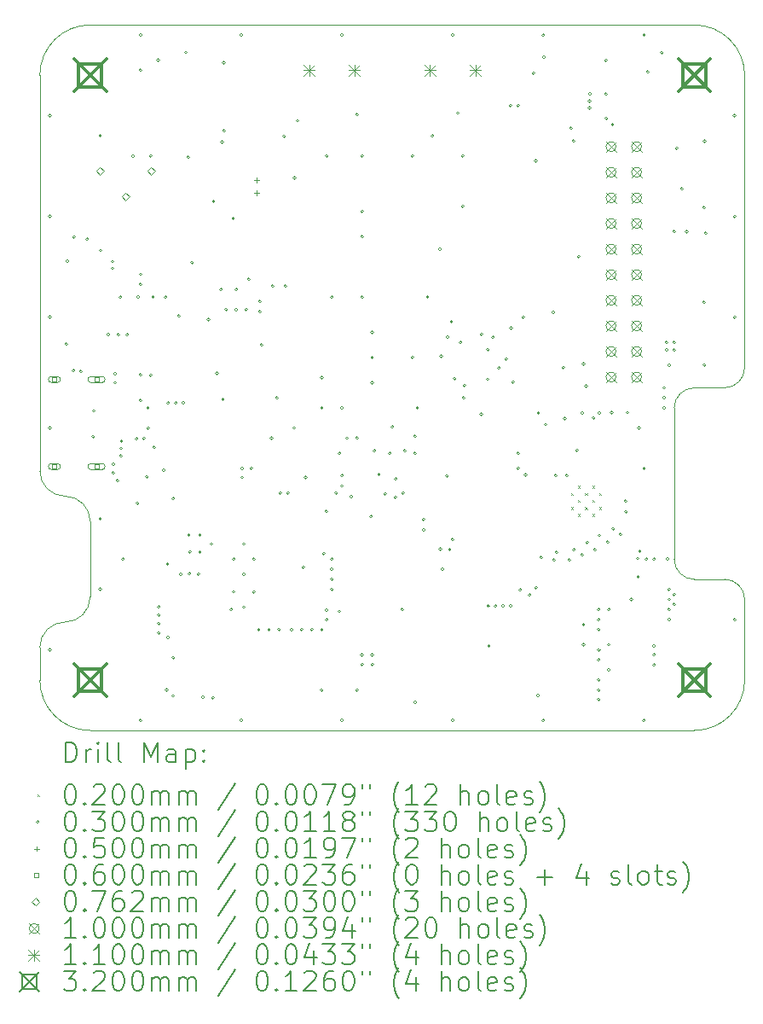
<source format=gbr>
%TF.GenerationSoftware,KiCad,Pcbnew,8.0.0*%
%TF.CreationDate,2024-03-17T03:09:45-07:00*%
%TF.ProjectId,ai-camera-rev3.2,61692d63-616d-4657-9261-2d726576332e,rev3.2*%
%TF.SameCoordinates,PX5a995c0PY2aea540*%
%TF.FileFunction,Drillmap*%
%TF.FilePolarity,Positive*%
%FSLAX45Y45*%
G04 Gerber Fmt 4.5, Leading zero omitted, Abs format (unit mm)*
G04 Created by KiCad (PCBNEW 8.0.0) date 2024-03-17 03:09:45*
%MOMM*%
%LPD*%
G01*
G04 APERTURE LIST*
%ADD10C,0.100000*%
%ADD11C,0.200000*%
%ADD12C,0.110000*%
%ADD13C,0.320000*%
G04 APERTURE END LIST*
D10*
X6500000Y0D02*
G75*
G02*
X7000000Y-500000I0J-500000D01*
G01*
X250000Y-4675000D02*
G75*
G02*
X0Y-4425000I0J250000D01*
G01*
X7000000Y-5700000D02*
X7000000Y-6500000D01*
X500000Y0D02*
X6500000Y0D01*
X6500000Y-5500000D02*
G75*
G02*
X6300000Y-5300000I0J200000D01*
G01*
X0Y-6175000D02*
G75*
G02*
X250000Y-5925000I250000J0D01*
G01*
X6800000Y-3600000D02*
X6500000Y-3600000D01*
X0Y-500000D02*
G75*
G02*
X500000Y0I500000J0D01*
G01*
X6800000Y-5500000D02*
G75*
G02*
X7000000Y-5700000I0J-200000D01*
G01*
X0Y-4425000D02*
X0Y-500000D01*
X250000Y-4675000D02*
G75*
G02*
X500000Y-4925000I0J-250000D01*
G01*
X6300000Y-3800000D02*
G75*
G02*
X6500000Y-3600000I200000J0D01*
G01*
X6500000Y-5500000D02*
X6800000Y-5500000D01*
X7000000Y-6500000D02*
G75*
G02*
X6500000Y-7000000I-500000J0D01*
G01*
X500000Y-5675000D02*
X500000Y-4925000D01*
X0Y-6175000D02*
X0Y-6500000D01*
X7000000Y-500000D02*
X7000000Y-3400000D01*
X500000Y-7000000D02*
G75*
G02*
X0Y-6500000I0J500000D01*
G01*
X6500000Y-7000000D02*
X500000Y-7000000D01*
X500000Y-5675000D02*
G75*
G02*
X250000Y-5925000I-250000J0D01*
G01*
X7000000Y-3400000D02*
G75*
G02*
X6800000Y-3600000I-200000J0D01*
G01*
X6300000Y-3800000D02*
X6300000Y-5300000D01*
D11*
D10*
X5276000Y-4643000D02*
X5296000Y-4663000D01*
X5296000Y-4643000D02*
X5276000Y-4663000D01*
X5276000Y-4783000D02*
X5296000Y-4803000D01*
X5296000Y-4783000D02*
X5276000Y-4803000D01*
X5346000Y-4573000D02*
X5366000Y-4593000D01*
X5366000Y-4573000D02*
X5346000Y-4593000D01*
X5346000Y-4713000D02*
X5366000Y-4733000D01*
X5366000Y-4713000D02*
X5346000Y-4733000D01*
X5346000Y-4853000D02*
X5366000Y-4873000D01*
X5366000Y-4853000D02*
X5346000Y-4873000D01*
X5416000Y-4643000D02*
X5436000Y-4663000D01*
X5436000Y-4643000D02*
X5416000Y-4663000D01*
X5416000Y-4783000D02*
X5436000Y-4803000D01*
X5436000Y-4783000D02*
X5416000Y-4803000D01*
X5486000Y-4573000D02*
X5506000Y-4593000D01*
X5506000Y-4573000D02*
X5486000Y-4593000D01*
X5486000Y-4713000D02*
X5506000Y-4733000D01*
X5506000Y-4713000D02*
X5486000Y-4733000D01*
X5486000Y-4853000D02*
X5506000Y-4873000D01*
X5506000Y-4853000D02*
X5486000Y-4873000D01*
X5556000Y-4643000D02*
X5576000Y-4663000D01*
X5576000Y-4643000D02*
X5556000Y-4663000D01*
X5556000Y-4783000D02*
X5576000Y-4803000D01*
X5576000Y-4783000D02*
X5556000Y-4803000D01*
X115000Y-900000D02*
G75*
G02*
X85000Y-900000I-15000J0D01*
G01*
X85000Y-900000D02*
G75*
G02*
X115000Y-900000I15000J0D01*
G01*
X115000Y-1900000D02*
G75*
G02*
X85000Y-1900000I-15000J0D01*
G01*
X85000Y-1900000D02*
G75*
G02*
X115000Y-1900000I15000J0D01*
G01*
X115000Y-2900000D02*
G75*
G02*
X85000Y-2900000I-15000J0D01*
G01*
X85000Y-2900000D02*
G75*
G02*
X115000Y-2900000I15000J0D01*
G01*
X115000Y-4000000D02*
G75*
G02*
X85000Y-4000000I-15000J0D01*
G01*
X85000Y-4000000D02*
G75*
G02*
X115000Y-4000000I15000J0D01*
G01*
X115000Y-6200000D02*
G75*
G02*
X85000Y-6200000I-15000J0D01*
G01*
X85000Y-6200000D02*
G75*
G02*
X115000Y-6200000I15000J0D01*
G01*
X277500Y-3165000D02*
G75*
G02*
X247500Y-3165000I-15000J0D01*
G01*
X247500Y-3165000D02*
G75*
G02*
X277500Y-3165000I15000J0D01*
G01*
X288000Y-2343855D02*
G75*
G02*
X258000Y-2343855I-15000J0D01*
G01*
X258000Y-2343855D02*
G75*
G02*
X288000Y-2343855I15000J0D01*
G01*
X349639Y-3430520D02*
G75*
G02*
X319639Y-3430520I-15000J0D01*
G01*
X319639Y-3430520D02*
G75*
G02*
X349639Y-3430520I15000J0D01*
G01*
X355000Y-2103000D02*
G75*
G02*
X325000Y-2103000I-15000J0D01*
G01*
X325000Y-2103000D02*
G75*
G02*
X355000Y-2103000I15000J0D01*
G01*
X422000Y-3437000D02*
G75*
G02*
X392000Y-3437000I-15000J0D01*
G01*
X392000Y-3437000D02*
G75*
G02*
X422000Y-3437000I15000J0D01*
G01*
X487000Y-2125000D02*
G75*
G02*
X457000Y-2125000I-15000J0D01*
G01*
X457000Y-2125000D02*
G75*
G02*
X487000Y-2125000I15000J0D01*
G01*
X544000Y-4086000D02*
G75*
G02*
X514000Y-4086000I-15000J0D01*
G01*
X514000Y-4086000D02*
G75*
G02*
X544000Y-4086000I15000J0D01*
G01*
X550852Y-3831148D02*
G75*
G02*
X520852Y-3831148I-15000J0D01*
G01*
X520852Y-3831148D02*
G75*
G02*
X550852Y-3831148I15000J0D01*
G01*
X615000Y-1100000D02*
G75*
G02*
X585000Y-1100000I-15000J0D01*
G01*
X585000Y-1100000D02*
G75*
G02*
X615000Y-1100000I15000J0D01*
G01*
X615000Y-4900000D02*
G75*
G02*
X585000Y-4900000I-15000J0D01*
G01*
X585000Y-4900000D02*
G75*
G02*
X615000Y-4900000I15000J0D01*
G01*
X615000Y-5600000D02*
G75*
G02*
X585000Y-5600000I-15000J0D01*
G01*
X585000Y-5600000D02*
G75*
G02*
X615000Y-5600000I15000J0D01*
G01*
X617597Y-2236650D02*
G75*
G02*
X587597Y-2236650I-15000J0D01*
G01*
X587597Y-2236650D02*
G75*
G02*
X617597Y-2236650I15000J0D01*
G01*
X696500Y-3071500D02*
G75*
G02*
X666500Y-3071500I-15000J0D01*
G01*
X666500Y-3071500D02*
G75*
G02*
X696500Y-3071500I15000J0D01*
G01*
X737984Y-2348546D02*
G75*
G02*
X707984Y-2348546I-15000J0D01*
G01*
X707984Y-2348546D02*
G75*
G02*
X737984Y-2348546I15000J0D01*
G01*
X738403Y-2415007D02*
G75*
G02*
X708403Y-2415007I-15000J0D01*
G01*
X708403Y-2415007D02*
G75*
G02*
X738403Y-2415007I15000J0D01*
G01*
X745000Y-4357500D02*
G75*
G02*
X715000Y-4357500I-15000J0D01*
G01*
X715000Y-4357500D02*
G75*
G02*
X745000Y-4357500I15000J0D01*
G01*
X745000Y-4445000D02*
G75*
G02*
X715000Y-4445000I-15000J0D01*
G01*
X715000Y-4445000D02*
G75*
G02*
X745000Y-4445000I15000J0D01*
G01*
X762500Y-3462500D02*
G75*
G02*
X732500Y-3462500I-15000J0D01*
G01*
X732500Y-3462500D02*
G75*
G02*
X762500Y-3462500I15000J0D01*
G01*
X762500Y-3550000D02*
G75*
G02*
X732500Y-3550000I-15000J0D01*
G01*
X732500Y-3550000D02*
G75*
G02*
X762500Y-3550000I15000J0D01*
G01*
X785000Y-4520000D02*
G75*
G02*
X755000Y-4520000I-15000J0D01*
G01*
X755000Y-4520000D02*
G75*
G02*
X785000Y-4520000I15000J0D01*
G01*
X794500Y-3072500D02*
G75*
G02*
X764500Y-3072500I-15000J0D01*
G01*
X764500Y-3072500D02*
G75*
G02*
X794500Y-3072500I15000J0D01*
G01*
X815000Y-2700000D02*
G75*
G02*
X785000Y-2700000I-15000J0D01*
G01*
X785000Y-2700000D02*
G75*
G02*
X815000Y-2700000I15000J0D01*
G01*
X820000Y-4275000D02*
G75*
G02*
X790000Y-4275000I-15000J0D01*
G01*
X790000Y-4275000D02*
G75*
G02*
X820000Y-4275000I15000J0D01*
G01*
X822500Y-4202500D02*
G75*
G02*
X792500Y-4202500I-15000J0D01*
G01*
X792500Y-4202500D02*
G75*
G02*
X822500Y-4202500I15000J0D01*
G01*
X825000Y-4130000D02*
G75*
G02*
X795000Y-4130000I-15000J0D01*
G01*
X795000Y-4130000D02*
G75*
G02*
X825000Y-4130000I15000J0D01*
G01*
X840000Y-5300000D02*
G75*
G02*
X810000Y-5300000I-15000J0D01*
G01*
X810000Y-5300000D02*
G75*
G02*
X840000Y-5300000I15000J0D01*
G01*
X883500Y-3074500D02*
G75*
G02*
X853500Y-3074500I-15000J0D01*
G01*
X853500Y-3074500D02*
G75*
G02*
X883500Y-3074500I15000J0D01*
G01*
X940000Y-1300000D02*
G75*
G02*
X910000Y-1300000I-15000J0D01*
G01*
X910000Y-1300000D02*
G75*
G02*
X940000Y-1300000I15000J0D01*
G01*
X975000Y-4107500D02*
G75*
G02*
X945000Y-4107500I-15000J0D01*
G01*
X945000Y-4107500D02*
G75*
G02*
X975000Y-4107500I15000J0D01*
G01*
X985000Y-4745000D02*
G75*
G02*
X955000Y-4745000I-15000J0D01*
G01*
X955000Y-4745000D02*
G75*
G02*
X985000Y-4745000I15000J0D01*
G01*
X990000Y-2700000D02*
G75*
G02*
X960000Y-2700000I-15000J0D01*
G01*
X960000Y-2700000D02*
G75*
G02*
X990000Y-2700000I15000J0D01*
G01*
X1015000Y-100000D02*
G75*
G02*
X985000Y-100000I-15000J0D01*
G01*
X985000Y-100000D02*
G75*
G02*
X1015000Y-100000I15000J0D01*
G01*
X1015000Y-450000D02*
G75*
G02*
X985000Y-450000I-15000J0D01*
G01*
X985000Y-450000D02*
G75*
G02*
X1015000Y-450000I15000J0D01*
G01*
X1015000Y-2475000D02*
G75*
G02*
X985000Y-2475000I-15000J0D01*
G01*
X985000Y-2475000D02*
G75*
G02*
X1015000Y-2475000I15000J0D01*
G01*
X1015000Y-2575000D02*
G75*
G02*
X985000Y-2575000I-15000J0D01*
G01*
X985000Y-2575000D02*
G75*
G02*
X1015000Y-2575000I15000J0D01*
G01*
X1015000Y-3472836D02*
G75*
G02*
X985000Y-3472836I-15000J0D01*
G01*
X985000Y-3472836D02*
G75*
G02*
X1015000Y-3472836I15000J0D01*
G01*
X1015000Y-3725000D02*
G75*
G02*
X985000Y-3725000I-15000J0D01*
G01*
X985000Y-3725000D02*
G75*
G02*
X1015000Y-3725000I15000J0D01*
G01*
X1015000Y-6900000D02*
G75*
G02*
X985000Y-6900000I-15000J0D01*
G01*
X985000Y-6900000D02*
G75*
G02*
X1015000Y-6900000I15000J0D01*
G01*
X1050000Y-4102500D02*
G75*
G02*
X1020000Y-4102500I-15000J0D01*
G01*
X1020000Y-4102500D02*
G75*
G02*
X1050000Y-4102500I15000J0D01*
G01*
X1077169Y-4483502D02*
G75*
G02*
X1047169Y-4483502I-15000J0D01*
G01*
X1047169Y-4483502D02*
G75*
G02*
X1077169Y-4483502I15000J0D01*
G01*
X1090000Y-3800000D02*
G75*
G02*
X1060000Y-3800000I-15000J0D01*
G01*
X1060000Y-3800000D02*
G75*
G02*
X1090000Y-3800000I15000J0D01*
G01*
X1090000Y-4000000D02*
G75*
G02*
X1060000Y-4000000I-15000J0D01*
G01*
X1060000Y-4000000D02*
G75*
G02*
X1090000Y-4000000I15000J0D01*
G01*
X1115000Y-1300000D02*
G75*
G02*
X1085000Y-1300000I-15000J0D01*
G01*
X1085000Y-1300000D02*
G75*
G02*
X1115000Y-1300000I15000J0D01*
G01*
X1115000Y-3475000D02*
G75*
G02*
X1085000Y-3475000I-15000J0D01*
G01*
X1085000Y-3475000D02*
G75*
G02*
X1115000Y-3475000I15000J0D01*
G01*
X1140000Y-2700000D02*
G75*
G02*
X1110000Y-2700000I-15000J0D01*
G01*
X1110000Y-2700000D02*
G75*
G02*
X1140000Y-2700000I15000J0D01*
G01*
X1150000Y-4192500D02*
G75*
G02*
X1120000Y-4192500I-15000J0D01*
G01*
X1120000Y-4192500D02*
G75*
G02*
X1150000Y-4192500I15000J0D01*
G01*
X1190000Y-350000D02*
G75*
G02*
X1160000Y-350000I-15000J0D01*
G01*
X1160000Y-350000D02*
G75*
G02*
X1190000Y-350000I15000J0D01*
G01*
X1195000Y-5775000D02*
G75*
G02*
X1165000Y-5775000I-15000J0D01*
G01*
X1165000Y-5775000D02*
G75*
G02*
X1195000Y-5775000I15000J0D01*
G01*
X1195000Y-5940000D02*
G75*
G02*
X1165000Y-5940000I-15000J0D01*
G01*
X1165000Y-5940000D02*
G75*
G02*
X1195000Y-5940000I15000J0D01*
G01*
X1195000Y-6032500D02*
G75*
G02*
X1165000Y-6032500I-15000J0D01*
G01*
X1165000Y-6032500D02*
G75*
G02*
X1195000Y-6032500I15000J0D01*
G01*
X1197500Y-5855000D02*
G75*
G02*
X1167500Y-5855000I-15000J0D01*
G01*
X1167500Y-5855000D02*
G75*
G02*
X1197500Y-5855000I15000J0D01*
G01*
X1245666Y-4418010D02*
G75*
G02*
X1215666Y-4418010I-15000J0D01*
G01*
X1215666Y-4418010D02*
G75*
G02*
X1245666Y-4418010I15000J0D01*
G01*
X1265000Y-2700000D02*
G75*
G02*
X1235000Y-2700000I-15000J0D01*
G01*
X1235000Y-2700000D02*
G75*
G02*
X1265000Y-2700000I15000J0D01*
G01*
X1276000Y-6598000D02*
G75*
G02*
X1246000Y-6598000I-15000J0D01*
G01*
X1246000Y-6598000D02*
G75*
G02*
X1276000Y-6598000I15000J0D01*
G01*
X1283000Y-5350000D02*
G75*
G02*
X1253000Y-5350000I-15000J0D01*
G01*
X1253000Y-5350000D02*
G75*
G02*
X1283000Y-5350000I15000J0D01*
G01*
X1287500Y-6077500D02*
G75*
G02*
X1257500Y-6077500I-15000J0D01*
G01*
X1257500Y-6077500D02*
G75*
G02*
X1287500Y-6077500I15000J0D01*
G01*
X1290000Y-3750000D02*
G75*
G02*
X1260000Y-3750000I-15000J0D01*
G01*
X1260000Y-3750000D02*
G75*
G02*
X1290000Y-3750000I15000J0D01*
G01*
X1337500Y-6657500D02*
G75*
G02*
X1307500Y-6657500I-15000J0D01*
G01*
X1307500Y-6657500D02*
G75*
G02*
X1337500Y-6657500I15000J0D01*
G01*
X1339950Y-4699000D02*
G75*
G02*
X1309950Y-4699000I-15000J0D01*
G01*
X1309950Y-4699000D02*
G75*
G02*
X1339950Y-4699000I15000J0D01*
G01*
X1340000Y-6279000D02*
G75*
G02*
X1310000Y-6279000I-15000J0D01*
G01*
X1310000Y-6279000D02*
G75*
G02*
X1340000Y-6279000I15000J0D01*
G01*
X1365000Y-3750000D02*
G75*
G02*
X1335000Y-3750000I-15000J0D01*
G01*
X1335000Y-3750000D02*
G75*
G02*
X1365000Y-3750000I15000J0D01*
G01*
X1395000Y-2886000D02*
G75*
G02*
X1365000Y-2886000I-15000J0D01*
G01*
X1365000Y-2886000D02*
G75*
G02*
X1395000Y-2886000I15000J0D01*
G01*
X1415000Y-5450000D02*
G75*
G02*
X1385000Y-5450000I-15000J0D01*
G01*
X1385000Y-5450000D02*
G75*
G02*
X1415000Y-5450000I15000J0D01*
G01*
X1440000Y-3750000D02*
G75*
G02*
X1410000Y-3750000I-15000J0D01*
G01*
X1410000Y-3750000D02*
G75*
G02*
X1440000Y-3750000I15000J0D01*
G01*
X1465000Y-275000D02*
G75*
G02*
X1435000Y-275000I-15000J0D01*
G01*
X1435000Y-275000D02*
G75*
G02*
X1465000Y-275000I15000J0D01*
G01*
X1490000Y-1312658D02*
G75*
G02*
X1460000Y-1312658I-15000J0D01*
G01*
X1460000Y-1312658D02*
G75*
G02*
X1490000Y-1312658I15000J0D01*
G01*
X1495000Y-5060000D02*
G75*
G02*
X1465000Y-5060000I-15000J0D01*
G01*
X1465000Y-5060000D02*
G75*
G02*
X1495000Y-5060000I15000J0D01*
G01*
X1500000Y-5445000D02*
G75*
G02*
X1470000Y-5445000I-15000J0D01*
G01*
X1470000Y-5445000D02*
G75*
G02*
X1500000Y-5445000I15000J0D01*
G01*
X1505000Y-5230000D02*
G75*
G02*
X1475000Y-5230000I-15000J0D01*
G01*
X1475000Y-5230000D02*
G75*
G02*
X1505000Y-5230000I15000J0D01*
G01*
X1526000Y-2358000D02*
G75*
G02*
X1496000Y-2358000I-15000J0D01*
G01*
X1496000Y-2358000D02*
G75*
G02*
X1526000Y-2358000I15000J0D01*
G01*
X1590000Y-5450000D02*
G75*
G02*
X1560000Y-5450000I-15000J0D01*
G01*
X1560000Y-5450000D02*
G75*
G02*
X1590000Y-5450000I15000J0D01*
G01*
X1605000Y-5060000D02*
G75*
G02*
X1575000Y-5060000I-15000J0D01*
G01*
X1575000Y-5060000D02*
G75*
G02*
X1605000Y-5060000I15000J0D01*
G01*
X1605000Y-5230000D02*
G75*
G02*
X1575000Y-5230000I-15000J0D01*
G01*
X1575000Y-5230000D02*
G75*
G02*
X1605000Y-5230000I15000J0D01*
G01*
X1635000Y-6670000D02*
G75*
G02*
X1605000Y-6670000I-15000J0D01*
G01*
X1605000Y-6670000D02*
G75*
G02*
X1635000Y-6670000I15000J0D01*
G01*
X1690000Y-2925000D02*
G75*
G02*
X1660000Y-2925000I-15000J0D01*
G01*
X1660000Y-2925000D02*
G75*
G02*
X1690000Y-2925000I15000J0D01*
G01*
X1717500Y-5150000D02*
G75*
G02*
X1687500Y-5150000I-15000J0D01*
G01*
X1687500Y-5150000D02*
G75*
G02*
X1717500Y-5150000I15000J0D01*
G01*
X1735000Y-6675000D02*
G75*
G02*
X1705000Y-6675000I-15000J0D01*
G01*
X1705000Y-6675000D02*
G75*
G02*
X1735000Y-6675000I15000J0D01*
G01*
X1740000Y-1750000D02*
G75*
G02*
X1710000Y-1750000I-15000J0D01*
G01*
X1710000Y-1750000D02*
G75*
G02*
X1740000Y-1750000I15000J0D01*
G01*
X1773000Y-3457000D02*
G75*
G02*
X1743000Y-3457000I-15000J0D01*
G01*
X1743000Y-3457000D02*
G75*
G02*
X1773000Y-3457000I15000J0D01*
G01*
X1815000Y-2625000D02*
G75*
G02*
X1785000Y-2625000I-15000J0D01*
G01*
X1785000Y-2625000D02*
G75*
G02*
X1815000Y-2625000I15000J0D01*
G01*
X1825000Y-1162500D02*
G75*
G02*
X1795000Y-1162500I-15000J0D01*
G01*
X1795000Y-1162500D02*
G75*
G02*
X1825000Y-1162500I15000J0D01*
G01*
X1832380Y-3715505D02*
G75*
G02*
X1802380Y-3715505I-15000J0D01*
G01*
X1802380Y-3715505D02*
G75*
G02*
X1832380Y-3715505I15000J0D01*
G01*
X1840000Y-375000D02*
G75*
G02*
X1810000Y-375000I-15000J0D01*
G01*
X1810000Y-375000D02*
G75*
G02*
X1840000Y-375000I15000J0D01*
G01*
X1845000Y-1050000D02*
G75*
G02*
X1815000Y-1050000I-15000J0D01*
G01*
X1815000Y-1050000D02*
G75*
G02*
X1845000Y-1050000I15000J0D01*
G01*
X1865000Y-2825000D02*
G75*
G02*
X1835000Y-2825000I-15000J0D01*
G01*
X1835000Y-2825000D02*
G75*
G02*
X1865000Y-2825000I15000J0D01*
G01*
X1915000Y-5800000D02*
G75*
G02*
X1885000Y-5800000I-15000J0D01*
G01*
X1885000Y-5800000D02*
G75*
G02*
X1915000Y-5800000I15000J0D01*
G01*
X1935000Y-1920000D02*
G75*
G02*
X1905000Y-1920000I-15000J0D01*
G01*
X1905000Y-1920000D02*
G75*
G02*
X1935000Y-1920000I15000J0D01*
G01*
X1940000Y-5300000D02*
G75*
G02*
X1910000Y-5300000I-15000J0D01*
G01*
X1910000Y-5300000D02*
G75*
G02*
X1940000Y-5300000I15000J0D01*
G01*
X1940000Y-5625000D02*
G75*
G02*
X1910000Y-5625000I-15000J0D01*
G01*
X1910000Y-5625000D02*
G75*
G02*
X1940000Y-5625000I15000J0D01*
G01*
X1965000Y-2625000D02*
G75*
G02*
X1935000Y-2625000I-15000J0D01*
G01*
X1935000Y-2625000D02*
G75*
G02*
X1965000Y-2625000I15000J0D01*
G01*
X1965000Y-2825000D02*
G75*
G02*
X1935000Y-2825000I-15000J0D01*
G01*
X1935000Y-2825000D02*
G75*
G02*
X1965000Y-2825000I15000J0D01*
G01*
X2015000Y-100000D02*
G75*
G02*
X1985000Y-100000I-15000J0D01*
G01*
X1985000Y-100000D02*
G75*
G02*
X2015000Y-100000I15000J0D01*
G01*
X2015000Y-6900000D02*
G75*
G02*
X1985000Y-6900000I-15000J0D01*
G01*
X1985000Y-6900000D02*
G75*
G02*
X2015000Y-6900000I15000J0D01*
G01*
X2023803Y-4491197D02*
G75*
G02*
X1993803Y-4491197I-15000J0D01*
G01*
X1993803Y-4491197D02*
G75*
G02*
X2023803Y-4491197I15000J0D01*
G01*
X2025260Y-4400000D02*
G75*
G02*
X1995260Y-4400000I-15000J0D01*
G01*
X1995260Y-4400000D02*
G75*
G02*
X2025260Y-4400000I15000J0D01*
G01*
X2040000Y-5150000D02*
G75*
G02*
X2010000Y-5150000I-15000J0D01*
G01*
X2010000Y-5150000D02*
G75*
G02*
X2040000Y-5150000I15000J0D01*
G01*
X2040000Y-5450000D02*
G75*
G02*
X2010000Y-5450000I-15000J0D01*
G01*
X2010000Y-5450000D02*
G75*
G02*
X2040000Y-5450000I15000J0D01*
G01*
X2040000Y-5776760D02*
G75*
G02*
X2010000Y-5776760I-15000J0D01*
G01*
X2010000Y-5776760D02*
G75*
G02*
X2040000Y-5776760I15000J0D01*
G01*
X2065000Y-2825000D02*
G75*
G02*
X2035000Y-2825000I-15000J0D01*
G01*
X2035000Y-2825000D02*
G75*
G02*
X2065000Y-2825000I15000J0D01*
G01*
X2090000Y-2525000D02*
G75*
G02*
X2060000Y-2525000I-15000J0D01*
G01*
X2060000Y-2525000D02*
G75*
G02*
X2090000Y-2525000I15000J0D01*
G01*
X2115000Y-4400000D02*
G75*
G02*
X2085000Y-4400000I-15000J0D01*
G01*
X2085000Y-4400000D02*
G75*
G02*
X2115000Y-4400000I15000J0D01*
G01*
X2140000Y-5300000D02*
G75*
G02*
X2110000Y-5300000I-15000J0D01*
G01*
X2110000Y-5300000D02*
G75*
G02*
X2140000Y-5300000I15000J0D01*
G01*
X2140000Y-5625000D02*
G75*
G02*
X2110000Y-5625000I-15000J0D01*
G01*
X2110000Y-5625000D02*
G75*
G02*
X2140000Y-5625000I15000J0D01*
G01*
X2190000Y-6000000D02*
G75*
G02*
X2160000Y-6000000I-15000J0D01*
G01*
X2160000Y-6000000D02*
G75*
G02*
X2190000Y-6000000I15000J0D01*
G01*
X2199400Y-2743200D02*
G75*
G02*
X2169400Y-2743200I-15000J0D01*
G01*
X2169400Y-2743200D02*
G75*
G02*
X2199400Y-2743200I15000J0D01*
G01*
X2199400Y-2844800D02*
G75*
G02*
X2169400Y-2844800I-15000J0D01*
G01*
X2169400Y-2844800D02*
G75*
G02*
X2199400Y-2844800I15000J0D01*
G01*
X2215000Y-3175000D02*
G75*
G02*
X2185000Y-3175000I-15000J0D01*
G01*
X2185000Y-3175000D02*
G75*
G02*
X2215000Y-3175000I15000J0D01*
G01*
X2290000Y-6000000D02*
G75*
G02*
X2260000Y-6000000I-15000J0D01*
G01*
X2260000Y-6000000D02*
G75*
G02*
X2290000Y-6000000I15000J0D01*
G01*
X2315000Y-4100000D02*
G75*
G02*
X2285000Y-4100000I-15000J0D01*
G01*
X2285000Y-4100000D02*
G75*
G02*
X2315000Y-4100000I15000J0D01*
G01*
X2326400Y-2590800D02*
G75*
G02*
X2296400Y-2590800I-15000J0D01*
G01*
X2296400Y-2590800D02*
G75*
G02*
X2326400Y-2590800I15000J0D01*
G01*
X2368919Y-3698792D02*
G75*
G02*
X2338919Y-3698792I-15000J0D01*
G01*
X2338919Y-3698792D02*
G75*
G02*
X2368919Y-3698792I15000J0D01*
G01*
X2390000Y-6000000D02*
G75*
G02*
X2360000Y-6000000I-15000J0D01*
G01*
X2360000Y-6000000D02*
G75*
G02*
X2390000Y-6000000I15000J0D01*
G01*
X2402600Y-4644000D02*
G75*
G02*
X2372600Y-4644000I-15000J0D01*
G01*
X2372600Y-4644000D02*
G75*
G02*
X2402600Y-4644000I15000J0D01*
G01*
X2441000Y-1105000D02*
G75*
G02*
X2411000Y-1105000I-15000J0D01*
G01*
X2411000Y-1105000D02*
G75*
G02*
X2441000Y-1105000I15000J0D01*
G01*
X2453400Y-2590800D02*
G75*
G02*
X2423400Y-2590800I-15000J0D01*
G01*
X2423400Y-2590800D02*
G75*
G02*
X2453400Y-2590800I15000J0D01*
G01*
X2478800Y-4644000D02*
G75*
G02*
X2448800Y-4644000I-15000J0D01*
G01*
X2448800Y-4644000D02*
G75*
G02*
X2478800Y-4644000I15000J0D01*
G01*
X2515000Y-6000000D02*
G75*
G02*
X2485000Y-6000000I-15000J0D01*
G01*
X2485000Y-6000000D02*
G75*
G02*
X2515000Y-6000000I15000J0D01*
G01*
X2540000Y-4000000D02*
G75*
G02*
X2510000Y-4000000I-15000J0D01*
G01*
X2510000Y-4000000D02*
G75*
G02*
X2540000Y-4000000I15000J0D01*
G01*
X2545000Y-1516000D02*
G75*
G02*
X2515000Y-1516000I-15000J0D01*
G01*
X2515000Y-1516000D02*
G75*
G02*
X2545000Y-1516000I15000J0D01*
G01*
X2575000Y-950000D02*
G75*
G02*
X2545000Y-950000I-15000J0D01*
G01*
X2545000Y-950000D02*
G75*
G02*
X2575000Y-950000I15000J0D01*
G01*
X2615000Y-6000000D02*
G75*
G02*
X2585000Y-6000000I-15000J0D01*
G01*
X2585000Y-6000000D02*
G75*
G02*
X2615000Y-6000000I15000J0D01*
G01*
X2631200Y-5380600D02*
G75*
G02*
X2601200Y-5380600I-15000J0D01*
G01*
X2601200Y-5380600D02*
G75*
G02*
X2631200Y-5380600I15000J0D01*
G01*
X2654000Y-4489000D02*
G75*
G02*
X2624000Y-4489000I-15000J0D01*
G01*
X2624000Y-4489000D02*
G75*
G02*
X2654000Y-4489000I15000J0D01*
G01*
X2715000Y-6000000D02*
G75*
G02*
X2685000Y-6000000I-15000J0D01*
G01*
X2685000Y-6000000D02*
G75*
G02*
X2715000Y-6000000I15000J0D01*
G01*
X2815000Y-3500000D02*
G75*
G02*
X2785000Y-3500000I-15000J0D01*
G01*
X2785000Y-3500000D02*
G75*
G02*
X2815000Y-3500000I15000J0D01*
G01*
X2815000Y-3800000D02*
G75*
G02*
X2785000Y-3800000I-15000J0D01*
G01*
X2785000Y-3800000D02*
G75*
G02*
X2815000Y-3800000I15000J0D01*
G01*
X2815000Y-6000000D02*
G75*
G02*
X2785000Y-6000000I-15000J0D01*
G01*
X2785000Y-6000000D02*
G75*
G02*
X2815000Y-6000000I15000J0D01*
G01*
X2815000Y-6600000D02*
G75*
G02*
X2785000Y-6600000I-15000J0D01*
G01*
X2785000Y-6600000D02*
G75*
G02*
X2815000Y-6600000I15000J0D01*
G01*
X2835000Y-5245000D02*
G75*
G02*
X2805000Y-5245000I-15000J0D01*
G01*
X2805000Y-5245000D02*
G75*
G02*
X2835000Y-5245000I15000J0D01*
G01*
X2859800Y-4826000D02*
G75*
G02*
X2829800Y-4826000I-15000J0D01*
G01*
X2829800Y-4826000D02*
G75*
G02*
X2859800Y-4826000I15000J0D01*
G01*
X2861920Y-5805000D02*
G75*
G02*
X2831920Y-5805000I-15000J0D01*
G01*
X2831920Y-5805000D02*
G75*
G02*
X2861920Y-5805000I15000J0D01*
G01*
X2865000Y-1300000D02*
G75*
G02*
X2835000Y-1300000I-15000J0D01*
G01*
X2835000Y-1300000D02*
G75*
G02*
X2865000Y-1300000I15000J0D01*
G01*
X2865000Y-5900000D02*
G75*
G02*
X2835000Y-5900000I-15000J0D01*
G01*
X2835000Y-5900000D02*
G75*
G02*
X2865000Y-5900000I15000J0D01*
G01*
X2915000Y-2700000D02*
G75*
G02*
X2885000Y-2700000I-15000J0D01*
G01*
X2885000Y-2700000D02*
G75*
G02*
X2915000Y-2700000I15000J0D01*
G01*
X2915000Y-5300000D02*
G75*
G02*
X2885000Y-5300000I-15000J0D01*
G01*
X2885000Y-5300000D02*
G75*
G02*
X2915000Y-5300000I15000J0D01*
G01*
X2915000Y-5400000D02*
G75*
G02*
X2885000Y-5400000I-15000J0D01*
G01*
X2885000Y-5400000D02*
G75*
G02*
X2915000Y-5400000I15000J0D01*
G01*
X2915000Y-5500000D02*
G75*
G02*
X2885000Y-5500000I-15000J0D01*
G01*
X2885000Y-5500000D02*
G75*
G02*
X2915000Y-5500000I15000J0D01*
G01*
X2915000Y-5600000D02*
G75*
G02*
X2885000Y-5600000I-15000J0D01*
G01*
X2885000Y-5600000D02*
G75*
G02*
X2915000Y-5600000I15000J0D01*
G01*
X2956320Y-4644000D02*
G75*
G02*
X2926320Y-4644000I-15000J0D01*
G01*
X2926320Y-4644000D02*
G75*
G02*
X2956320Y-4644000I15000J0D01*
G01*
X2990000Y-4250000D02*
G75*
G02*
X2960000Y-4250000I-15000J0D01*
G01*
X2960000Y-4250000D02*
G75*
G02*
X2990000Y-4250000I15000J0D01*
G01*
X2990000Y-5819000D02*
G75*
G02*
X2960000Y-5819000I-15000J0D01*
G01*
X2960000Y-5819000D02*
G75*
G02*
X2990000Y-5819000I15000J0D01*
G01*
X3014349Y-4575600D02*
G75*
G02*
X2984349Y-4575600I-15000J0D01*
G01*
X2984349Y-4575600D02*
G75*
G02*
X3014349Y-4575600I15000J0D01*
G01*
X3015000Y-100000D02*
G75*
G02*
X2985000Y-100000I-15000J0D01*
G01*
X2985000Y-100000D02*
G75*
G02*
X3015000Y-100000I15000J0D01*
G01*
X3015000Y-3800000D02*
G75*
G02*
X2985000Y-3800000I-15000J0D01*
G01*
X2985000Y-3800000D02*
G75*
G02*
X3015000Y-3800000I15000J0D01*
G01*
X3015000Y-6900000D02*
G75*
G02*
X2985000Y-6900000I-15000J0D01*
G01*
X2985000Y-6900000D02*
G75*
G02*
X3015000Y-6900000I15000J0D01*
G01*
X3018000Y-4471000D02*
G75*
G02*
X2988000Y-4471000I-15000J0D01*
G01*
X2988000Y-4471000D02*
G75*
G02*
X3018000Y-4471000I15000J0D01*
G01*
X3065000Y-4100000D02*
G75*
G02*
X3035000Y-4100000I-15000J0D01*
G01*
X3035000Y-4100000D02*
G75*
G02*
X3065000Y-4100000I15000J0D01*
G01*
X3108000Y-4679000D02*
G75*
G02*
X3078000Y-4679000I-15000J0D01*
G01*
X3078000Y-4679000D02*
G75*
G02*
X3108000Y-4679000I15000J0D01*
G01*
X3165000Y-890000D02*
G75*
G02*
X3135000Y-890000I-15000J0D01*
G01*
X3135000Y-890000D02*
G75*
G02*
X3165000Y-890000I15000J0D01*
G01*
X3165000Y-4100000D02*
G75*
G02*
X3135000Y-4100000I-15000J0D01*
G01*
X3135000Y-4100000D02*
G75*
G02*
X3165000Y-4100000I15000J0D01*
G01*
X3165000Y-6600000D02*
G75*
G02*
X3135000Y-6600000I-15000J0D01*
G01*
X3135000Y-6600000D02*
G75*
G02*
X3165000Y-6600000I15000J0D01*
G01*
X3215000Y-1300000D02*
G75*
G02*
X3185000Y-1300000I-15000J0D01*
G01*
X3185000Y-1300000D02*
G75*
G02*
X3215000Y-1300000I15000J0D01*
G01*
X3215000Y-1850000D02*
G75*
G02*
X3185000Y-1850000I-15000J0D01*
G01*
X3185000Y-1850000D02*
G75*
G02*
X3215000Y-1850000I15000J0D01*
G01*
X3215000Y-2100000D02*
G75*
G02*
X3185000Y-2100000I-15000J0D01*
G01*
X3185000Y-2100000D02*
G75*
G02*
X3215000Y-2100000I15000J0D01*
G01*
X3215000Y-2700000D02*
G75*
G02*
X3185000Y-2700000I-15000J0D01*
G01*
X3185000Y-2700000D02*
G75*
G02*
X3215000Y-2700000I15000J0D01*
G01*
X3215000Y-6250000D02*
G75*
G02*
X3185000Y-6250000I-15000J0D01*
G01*
X3185000Y-6250000D02*
G75*
G02*
X3215000Y-6250000I15000J0D01*
G01*
X3215400Y-6345800D02*
G75*
G02*
X3185400Y-6345800I-15000J0D01*
G01*
X3185400Y-6345800D02*
G75*
G02*
X3215400Y-6345800I15000J0D01*
G01*
X3304692Y-4877908D02*
G75*
G02*
X3274692Y-4877908I-15000J0D01*
G01*
X3274692Y-4877908D02*
G75*
G02*
X3304692Y-4877908I15000J0D01*
G01*
X3315000Y-3050000D02*
G75*
G02*
X3285000Y-3050000I-15000J0D01*
G01*
X3285000Y-3050000D02*
G75*
G02*
X3315000Y-3050000I15000J0D01*
G01*
X3315000Y-3300000D02*
G75*
G02*
X3285000Y-3300000I-15000J0D01*
G01*
X3285000Y-3300000D02*
G75*
G02*
X3315000Y-3300000I15000J0D01*
G01*
X3315000Y-3550000D02*
G75*
G02*
X3285000Y-3550000I-15000J0D01*
G01*
X3285000Y-3550000D02*
G75*
G02*
X3315000Y-3550000I15000J0D01*
G01*
X3315000Y-6250000D02*
G75*
G02*
X3285000Y-6250000I-15000J0D01*
G01*
X3285000Y-6250000D02*
G75*
G02*
X3315000Y-6250000I15000J0D01*
G01*
X3317000Y-6345800D02*
G75*
G02*
X3287000Y-6345800I-15000J0D01*
G01*
X3287000Y-6345800D02*
G75*
G02*
X3317000Y-6345800I15000J0D01*
G01*
X3337320Y-4225000D02*
G75*
G02*
X3307320Y-4225000I-15000J0D01*
G01*
X3307320Y-4225000D02*
G75*
G02*
X3337320Y-4225000I15000J0D01*
G01*
X3383000Y-4460000D02*
G75*
G02*
X3353000Y-4460000I-15000J0D01*
G01*
X3353000Y-4460000D02*
G75*
G02*
X3383000Y-4460000I15000J0D01*
G01*
X3443000Y-4653000D02*
G75*
G02*
X3413000Y-4653000I-15000J0D01*
G01*
X3413000Y-4653000D02*
G75*
G02*
X3443000Y-4653000I15000J0D01*
G01*
X3490000Y-4250000D02*
G75*
G02*
X3460000Y-4250000I-15000J0D01*
G01*
X3460000Y-4250000D02*
G75*
G02*
X3490000Y-4250000I15000J0D01*
G01*
X3517000Y-3987000D02*
G75*
G02*
X3487000Y-3987000I-15000J0D01*
G01*
X3487000Y-3987000D02*
G75*
G02*
X3517000Y-3987000I15000J0D01*
G01*
X3545600Y-4688200D02*
G75*
G02*
X3515600Y-4688200I-15000J0D01*
G01*
X3515600Y-4688200D02*
G75*
G02*
X3545600Y-4688200I15000J0D01*
G01*
X3550352Y-4504648D02*
G75*
G02*
X3520352Y-4504648I-15000J0D01*
G01*
X3520352Y-4504648D02*
G75*
G02*
X3550352Y-4504648I15000J0D01*
G01*
X3615000Y-5800000D02*
G75*
G02*
X3585000Y-5800000I-15000J0D01*
G01*
X3585000Y-5800000D02*
G75*
G02*
X3615000Y-5800000I15000J0D01*
G01*
X3621800Y-4644000D02*
G75*
G02*
X3591800Y-4644000I-15000J0D01*
G01*
X3591800Y-4644000D02*
G75*
G02*
X3621800Y-4644000I15000J0D01*
G01*
X3640000Y-4225000D02*
G75*
G02*
X3610000Y-4225000I-15000J0D01*
G01*
X3610000Y-4225000D02*
G75*
G02*
X3640000Y-4225000I15000J0D01*
G01*
X3715000Y-1300000D02*
G75*
G02*
X3685000Y-1300000I-15000J0D01*
G01*
X3685000Y-1300000D02*
G75*
G02*
X3715000Y-1300000I15000J0D01*
G01*
X3715000Y-3300000D02*
G75*
G02*
X3685000Y-3300000I-15000J0D01*
G01*
X3685000Y-3300000D02*
G75*
G02*
X3715000Y-3300000I15000J0D01*
G01*
X3740000Y-4082500D02*
G75*
G02*
X3710000Y-4082500I-15000J0D01*
G01*
X3710000Y-4082500D02*
G75*
G02*
X3740000Y-4082500I15000J0D01*
G01*
X3740000Y-4250000D02*
G75*
G02*
X3710000Y-4250000I-15000J0D01*
G01*
X3710000Y-4250000D02*
G75*
G02*
X3740000Y-4250000I15000J0D01*
G01*
X3744000Y-6720000D02*
G75*
G02*
X3714000Y-6720000I-15000J0D01*
G01*
X3714000Y-6720000D02*
G75*
G02*
X3744000Y-6720000I15000J0D01*
G01*
X3765000Y-3800000D02*
G75*
G02*
X3735000Y-3800000I-15000J0D01*
G01*
X3735000Y-3800000D02*
G75*
G02*
X3765000Y-3800000I15000J0D01*
G01*
X3826000Y-4907000D02*
G75*
G02*
X3796000Y-4907000I-15000J0D01*
G01*
X3796000Y-4907000D02*
G75*
G02*
X3826000Y-4907000I15000J0D01*
G01*
X3828000Y-5011000D02*
G75*
G02*
X3798000Y-5011000I-15000J0D01*
G01*
X3798000Y-5011000D02*
G75*
G02*
X3828000Y-5011000I15000J0D01*
G01*
X3865000Y-2700000D02*
G75*
G02*
X3835000Y-2700000I-15000J0D01*
G01*
X3835000Y-2700000D02*
G75*
G02*
X3865000Y-2700000I15000J0D01*
G01*
X3915000Y-1100000D02*
G75*
G02*
X3885000Y-1100000I-15000J0D01*
G01*
X3885000Y-1100000D02*
G75*
G02*
X3915000Y-1100000I15000J0D01*
G01*
X3990000Y-2225000D02*
G75*
G02*
X3960000Y-2225000I-15000J0D01*
G01*
X3960000Y-2225000D02*
G75*
G02*
X3990000Y-2225000I15000J0D01*
G01*
X3992640Y-5201920D02*
G75*
G02*
X3962640Y-5201920I-15000J0D01*
G01*
X3962640Y-5201920D02*
G75*
G02*
X3992640Y-5201920I15000J0D01*
G01*
X4000000Y-3287000D02*
G75*
G02*
X3970000Y-3287000I-15000J0D01*
G01*
X3970000Y-3287000D02*
G75*
G02*
X4000000Y-3287000I15000J0D01*
G01*
X4015000Y-5400000D02*
G75*
G02*
X3985000Y-5400000I-15000J0D01*
G01*
X3985000Y-5400000D02*
G75*
G02*
X4015000Y-5400000I15000J0D01*
G01*
X4059383Y-4475086D02*
G75*
G02*
X4029383Y-4475086I-15000J0D01*
G01*
X4029383Y-4475086D02*
G75*
G02*
X4059383Y-4475086I15000J0D01*
G01*
X4063000Y-3097000D02*
G75*
G02*
X4033000Y-3097000I-15000J0D01*
G01*
X4033000Y-3097000D02*
G75*
G02*
X4063000Y-3097000I15000J0D01*
G01*
X4085000Y-5205000D02*
G75*
G02*
X4055000Y-5205000I-15000J0D01*
G01*
X4055000Y-5205000D02*
G75*
G02*
X4085000Y-5205000I15000J0D01*
G01*
X4103000Y-2946000D02*
G75*
G02*
X4073000Y-2946000I-15000J0D01*
G01*
X4073000Y-2946000D02*
G75*
G02*
X4103000Y-2946000I15000J0D01*
G01*
X4114359Y-5105601D02*
G75*
G02*
X4084359Y-5105601I-15000J0D01*
G01*
X4084359Y-5105601D02*
G75*
G02*
X4114359Y-5105601I15000J0D01*
G01*
X4115000Y-100000D02*
G75*
G02*
X4085000Y-100000I-15000J0D01*
G01*
X4085000Y-100000D02*
G75*
G02*
X4115000Y-100000I15000J0D01*
G01*
X4115000Y-6900000D02*
G75*
G02*
X4085000Y-6900000I-15000J0D01*
G01*
X4085000Y-6900000D02*
G75*
G02*
X4115000Y-6900000I15000J0D01*
G01*
X4135000Y-3511000D02*
G75*
G02*
X4105000Y-3511000I-15000J0D01*
G01*
X4105000Y-3511000D02*
G75*
G02*
X4135000Y-3511000I15000J0D01*
G01*
X4165000Y-875000D02*
G75*
G02*
X4135000Y-875000I-15000J0D01*
G01*
X4135000Y-875000D02*
G75*
G02*
X4165000Y-875000I15000J0D01*
G01*
X4193000Y-3151000D02*
G75*
G02*
X4163000Y-3151000I-15000J0D01*
G01*
X4163000Y-3151000D02*
G75*
G02*
X4193000Y-3151000I15000J0D01*
G01*
X4215000Y-1300000D02*
G75*
G02*
X4185000Y-1300000I-15000J0D01*
G01*
X4185000Y-1300000D02*
G75*
G02*
X4215000Y-1300000I15000J0D01*
G01*
X4215000Y-1800000D02*
G75*
G02*
X4185000Y-1800000I-15000J0D01*
G01*
X4185000Y-1800000D02*
G75*
G02*
X4215000Y-1800000I15000J0D01*
G01*
X4224000Y-3701000D02*
G75*
G02*
X4194000Y-3701000I-15000J0D01*
G01*
X4194000Y-3701000D02*
G75*
G02*
X4224000Y-3701000I15000J0D01*
G01*
X4231000Y-3578000D02*
G75*
G02*
X4201000Y-3578000I-15000J0D01*
G01*
X4201000Y-3578000D02*
G75*
G02*
X4231000Y-3578000I15000J0D01*
G01*
X4400000Y-3069000D02*
G75*
G02*
X4370000Y-3069000I-15000J0D01*
G01*
X4370000Y-3069000D02*
G75*
G02*
X4400000Y-3069000I15000J0D01*
G01*
X4400000Y-3863000D02*
G75*
G02*
X4370000Y-3863000I-15000J0D01*
G01*
X4370000Y-3863000D02*
G75*
G02*
X4400000Y-3863000I15000J0D01*
G01*
X4463000Y-3222000D02*
G75*
G02*
X4433000Y-3222000I-15000J0D01*
G01*
X4433000Y-3222000D02*
G75*
G02*
X4463000Y-3222000I15000J0D01*
G01*
X4464000Y-3516000D02*
G75*
G02*
X4434000Y-3516000I-15000J0D01*
G01*
X4434000Y-3516000D02*
G75*
G02*
X4464000Y-3516000I15000J0D01*
G01*
X4467500Y-5765000D02*
G75*
G02*
X4437500Y-5765000I-15000J0D01*
G01*
X4437500Y-5765000D02*
G75*
G02*
X4467500Y-5765000I15000J0D01*
G01*
X4476000Y-6162000D02*
G75*
G02*
X4446000Y-6162000I-15000J0D01*
G01*
X4446000Y-6162000D02*
G75*
G02*
X4476000Y-6162000I15000J0D01*
G01*
X4515000Y-3100000D02*
G75*
G02*
X4485000Y-3100000I-15000J0D01*
G01*
X4485000Y-3100000D02*
G75*
G02*
X4515000Y-3100000I15000J0D01*
G01*
X4541150Y-5765000D02*
G75*
G02*
X4511150Y-5765000I-15000J0D01*
G01*
X4511150Y-5765000D02*
G75*
G02*
X4541150Y-5765000I15000J0D01*
G01*
X4574000Y-3403600D02*
G75*
G02*
X4544000Y-3403600I-15000J0D01*
G01*
X4544000Y-3403600D02*
G75*
G02*
X4574000Y-3403600I15000J0D01*
G01*
X4613850Y-5765000D02*
G75*
G02*
X4583850Y-5765000I-15000J0D01*
G01*
X4583850Y-5765000D02*
G75*
G02*
X4613850Y-5765000I15000J0D01*
G01*
X4647000Y-3315000D02*
G75*
G02*
X4617000Y-3315000I-15000J0D01*
G01*
X4617000Y-3315000D02*
G75*
G02*
X4647000Y-3315000I15000J0D01*
G01*
X4690000Y-800000D02*
G75*
G02*
X4660000Y-800000I-15000J0D01*
G01*
X4660000Y-800000D02*
G75*
G02*
X4690000Y-800000I15000J0D01*
G01*
X4690000Y-5765000D02*
G75*
G02*
X4660000Y-5765000I-15000J0D01*
G01*
X4660000Y-5765000D02*
G75*
G02*
X4690000Y-5765000I15000J0D01*
G01*
X4697000Y-3008000D02*
G75*
G02*
X4667000Y-3008000I-15000J0D01*
G01*
X4667000Y-3008000D02*
G75*
G02*
X4697000Y-3008000I15000J0D01*
G01*
X4714915Y-3542211D02*
G75*
G02*
X4684915Y-3542211I-15000J0D01*
G01*
X4684915Y-3542211D02*
G75*
G02*
X4714915Y-3542211I15000J0D01*
G01*
X4765000Y-800000D02*
G75*
G02*
X4735000Y-800000I-15000J0D01*
G01*
X4735000Y-800000D02*
G75*
G02*
X4765000Y-800000I15000J0D01*
G01*
X4765000Y-4250000D02*
G75*
G02*
X4735000Y-4250000I-15000J0D01*
G01*
X4735000Y-4250000D02*
G75*
G02*
X4765000Y-4250000I15000J0D01*
G01*
X4765000Y-4400000D02*
G75*
G02*
X4735000Y-4400000I-15000J0D01*
G01*
X4735000Y-4400000D02*
G75*
G02*
X4765000Y-4400000I15000J0D01*
G01*
X4787000Y-5605000D02*
G75*
G02*
X4757000Y-5605000I-15000J0D01*
G01*
X4757000Y-5605000D02*
G75*
G02*
X4787000Y-5605000I15000J0D01*
G01*
X4815000Y-2900000D02*
G75*
G02*
X4785000Y-2900000I-15000J0D01*
G01*
X4785000Y-2900000D02*
G75*
G02*
X4815000Y-2900000I15000J0D01*
G01*
X4840000Y-4462912D02*
G75*
G02*
X4810000Y-4462912I-15000J0D01*
G01*
X4810000Y-4462912D02*
G75*
G02*
X4840000Y-4462912I15000J0D01*
G01*
X4880000Y-5655000D02*
G75*
G02*
X4850000Y-5655000I-15000J0D01*
G01*
X4850000Y-5655000D02*
G75*
G02*
X4880000Y-5655000I15000J0D01*
G01*
X4917181Y-477500D02*
G75*
G02*
X4887181Y-477500I-15000J0D01*
G01*
X4887181Y-477500D02*
G75*
G02*
X4917181Y-477500I15000J0D01*
G01*
X4940000Y-1350000D02*
G75*
G02*
X4910000Y-1350000I-15000J0D01*
G01*
X4910000Y-1350000D02*
G75*
G02*
X4940000Y-1350000I15000J0D01*
G01*
X4942600Y-5582920D02*
G75*
G02*
X4912600Y-5582920I-15000J0D01*
G01*
X4912600Y-5582920D02*
G75*
G02*
X4942600Y-5582920I15000J0D01*
G01*
X4962000Y-6653000D02*
G75*
G02*
X4932000Y-6653000I-15000J0D01*
G01*
X4932000Y-6653000D02*
G75*
G02*
X4962000Y-6653000I15000J0D01*
G01*
X4965000Y-3850000D02*
G75*
G02*
X4935000Y-3850000I-15000J0D01*
G01*
X4935000Y-3850000D02*
G75*
G02*
X4965000Y-3850000I15000J0D01*
G01*
X4993400Y-5283200D02*
G75*
G02*
X4963400Y-5283200I-15000J0D01*
G01*
X4963400Y-5283200D02*
G75*
G02*
X4993400Y-5283200I15000J0D01*
G01*
X5015000Y-100000D02*
G75*
G02*
X4985000Y-100000I-15000J0D01*
G01*
X4985000Y-100000D02*
G75*
G02*
X5015000Y-100000I15000J0D01*
G01*
X5015000Y-6900000D02*
G75*
G02*
X4985000Y-6900000I-15000J0D01*
G01*
X4985000Y-6900000D02*
G75*
G02*
X5015000Y-6900000I15000J0D01*
G01*
X5021152Y-319010D02*
G75*
G02*
X4991152Y-319010I-15000J0D01*
G01*
X4991152Y-319010D02*
G75*
G02*
X5021152Y-319010I15000J0D01*
G01*
X5039999Y-3964778D02*
G75*
G02*
X5009999Y-3964778I-15000J0D01*
G01*
X5009999Y-3964778D02*
G75*
G02*
X5039999Y-3964778I15000J0D01*
G01*
X5115000Y-2850000D02*
G75*
G02*
X5085000Y-2850000I-15000J0D01*
G01*
X5085000Y-2850000D02*
G75*
G02*
X5115000Y-2850000I15000J0D01*
G01*
X5120400Y-5308600D02*
G75*
G02*
X5090400Y-5308600I-15000J0D01*
G01*
X5090400Y-5308600D02*
G75*
G02*
X5120400Y-5308600I15000J0D01*
G01*
X5135640Y-4470400D02*
G75*
G02*
X5105640Y-4470400I-15000J0D01*
G01*
X5105640Y-4470400D02*
G75*
G02*
X5135640Y-4470400I15000J0D01*
G01*
X5145800Y-5232400D02*
G75*
G02*
X5115800Y-5232400I-15000J0D01*
G01*
X5115800Y-5232400D02*
G75*
G02*
X5145800Y-5232400I15000J0D01*
G01*
X5215000Y-3400000D02*
G75*
G02*
X5185000Y-3400000I-15000J0D01*
G01*
X5185000Y-3400000D02*
G75*
G02*
X5215000Y-3400000I15000J0D01*
G01*
X5229000Y-3905000D02*
G75*
G02*
X5199000Y-3905000I-15000J0D01*
G01*
X5199000Y-3905000D02*
G75*
G02*
X5229000Y-3905000I15000J0D01*
G01*
X5247400Y-4470400D02*
G75*
G02*
X5217400Y-4470400I-15000J0D01*
G01*
X5217400Y-4470400D02*
G75*
G02*
X5247400Y-4470400I15000J0D01*
G01*
X5272800Y-5308600D02*
G75*
G02*
X5242800Y-5308600I-15000J0D01*
G01*
X5242800Y-5308600D02*
G75*
G02*
X5272800Y-5308600I15000J0D01*
G01*
X5290000Y-1025000D02*
G75*
G02*
X5260000Y-1025000I-15000J0D01*
G01*
X5260000Y-1025000D02*
G75*
G02*
X5290000Y-1025000I15000J0D01*
G01*
X5315000Y-1150000D02*
G75*
G02*
X5285000Y-1150000I-15000J0D01*
G01*
X5285000Y-1150000D02*
G75*
G02*
X5315000Y-1150000I15000J0D01*
G01*
X5318520Y-5207000D02*
G75*
G02*
X5288520Y-5207000I-15000J0D01*
G01*
X5288520Y-5207000D02*
G75*
G02*
X5318520Y-5207000I15000J0D01*
G01*
X5350000Y-4220000D02*
G75*
G02*
X5320000Y-4220000I-15000J0D01*
G01*
X5320000Y-4220000D02*
G75*
G02*
X5350000Y-4220000I15000J0D01*
G01*
X5365000Y-2300000D02*
G75*
G02*
X5335000Y-2300000I-15000J0D01*
G01*
X5335000Y-2300000D02*
G75*
G02*
X5365000Y-2300000I15000J0D01*
G01*
X5399800Y-5257800D02*
G75*
G02*
X5369800Y-5257800I-15000J0D01*
G01*
X5369800Y-5257800D02*
G75*
G02*
X5399800Y-5257800I15000J0D01*
G01*
X5401000Y-3850000D02*
G75*
G02*
X5371000Y-3850000I-15000J0D01*
G01*
X5371000Y-3850000D02*
G75*
G02*
X5401000Y-3850000I15000J0D01*
G01*
X5414000Y-3365000D02*
G75*
G02*
X5384000Y-3365000I-15000J0D01*
G01*
X5384000Y-3365000D02*
G75*
G02*
X5414000Y-3365000I15000J0D01*
G01*
X5415000Y-5950000D02*
G75*
G02*
X5385000Y-5950000I-15000J0D01*
G01*
X5385000Y-5950000D02*
G75*
G02*
X5415000Y-5950000I15000J0D01*
G01*
X5415000Y-6150000D02*
G75*
G02*
X5385000Y-6150000I-15000J0D01*
G01*
X5385000Y-6150000D02*
G75*
G02*
X5415000Y-6150000I15000J0D01*
G01*
X5440000Y-3584000D02*
G75*
G02*
X5410000Y-3584000I-15000J0D01*
G01*
X5410000Y-3584000D02*
G75*
G02*
X5440000Y-3584000I15000J0D01*
G01*
X5450600Y-5135880D02*
G75*
G02*
X5420600Y-5135880I-15000J0D01*
G01*
X5420600Y-5135880D02*
G75*
G02*
X5450600Y-5135880I15000J0D01*
G01*
X5475000Y-755000D02*
G75*
G02*
X5445000Y-755000I-15000J0D01*
G01*
X5445000Y-755000D02*
G75*
G02*
X5475000Y-755000I15000J0D01*
G01*
X5475000Y-825000D02*
G75*
G02*
X5445000Y-825000I-15000J0D01*
G01*
X5445000Y-825000D02*
G75*
G02*
X5475000Y-825000I15000J0D01*
G01*
X5477500Y-685000D02*
G75*
G02*
X5447500Y-685000I-15000J0D01*
G01*
X5447500Y-685000D02*
G75*
G02*
X5477500Y-685000I15000J0D01*
G01*
X5515000Y-3900000D02*
G75*
G02*
X5485000Y-3900000I-15000J0D01*
G01*
X5485000Y-3900000D02*
G75*
G02*
X5515000Y-3900000I15000J0D01*
G01*
X5526800Y-5207000D02*
G75*
G02*
X5496800Y-5207000I-15000J0D01*
G01*
X5496800Y-5207000D02*
G75*
G02*
X5526800Y-5207000I15000J0D01*
G01*
X5565000Y-5800000D02*
G75*
G02*
X5535000Y-5800000I-15000J0D01*
G01*
X5535000Y-5800000D02*
G75*
G02*
X5565000Y-5800000I15000J0D01*
G01*
X5565000Y-5900000D02*
G75*
G02*
X5535000Y-5900000I-15000J0D01*
G01*
X5535000Y-5900000D02*
G75*
G02*
X5565000Y-5900000I15000J0D01*
G01*
X5565000Y-6000000D02*
G75*
G02*
X5535000Y-6000000I-15000J0D01*
G01*
X5535000Y-6000000D02*
G75*
G02*
X5565000Y-6000000I15000J0D01*
G01*
X5565000Y-6200000D02*
G75*
G02*
X5535000Y-6200000I-15000J0D01*
G01*
X5535000Y-6200000D02*
G75*
G02*
X5565000Y-6200000I15000J0D01*
G01*
X5565000Y-6300000D02*
G75*
G02*
X5535000Y-6300000I-15000J0D01*
G01*
X5535000Y-6300000D02*
G75*
G02*
X5565000Y-6300000I15000J0D01*
G01*
X5565000Y-6500000D02*
G75*
G02*
X5535000Y-6500000I-15000J0D01*
G01*
X5535000Y-6500000D02*
G75*
G02*
X5565000Y-6500000I15000J0D01*
G01*
X5565000Y-6600000D02*
G75*
G02*
X5535000Y-6600000I-15000J0D01*
G01*
X5535000Y-6600000D02*
G75*
G02*
X5565000Y-6600000I15000J0D01*
G01*
X5565000Y-6692550D02*
G75*
G02*
X5535000Y-6692550I-15000J0D01*
G01*
X5535000Y-6692550D02*
G75*
G02*
X5565000Y-6692550I15000J0D01*
G01*
X5572000Y-3849000D02*
G75*
G02*
X5542000Y-3849000I-15000J0D01*
G01*
X5542000Y-3849000D02*
G75*
G02*
X5572000Y-3849000I15000J0D01*
G01*
X5572520Y-5064760D02*
G75*
G02*
X5542520Y-5064760I-15000J0D01*
G01*
X5542520Y-5064760D02*
G75*
G02*
X5572520Y-5064760I15000J0D01*
G01*
X5637500Y-352500D02*
G75*
G02*
X5607500Y-352500I-15000J0D01*
G01*
X5607500Y-352500D02*
G75*
G02*
X5637500Y-352500I15000J0D01*
G01*
X5637500Y-687500D02*
G75*
G02*
X5607500Y-687500I-15000J0D01*
G01*
X5607500Y-687500D02*
G75*
G02*
X5637500Y-687500I15000J0D01*
G01*
X5640000Y-927500D02*
G75*
G02*
X5610000Y-927500I-15000J0D01*
G01*
X5610000Y-927500D02*
G75*
G02*
X5640000Y-927500I15000J0D01*
G01*
X5653800Y-5130800D02*
G75*
G02*
X5623800Y-5130800I-15000J0D01*
G01*
X5623800Y-5130800D02*
G75*
G02*
X5653800Y-5130800I15000J0D01*
G01*
X5665000Y-5800000D02*
G75*
G02*
X5635000Y-5800000I-15000J0D01*
G01*
X5635000Y-5800000D02*
G75*
G02*
X5665000Y-5800000I15000J0D01*
G01*
X5665000Y-6150000D02*
G75*
G02*
X5635000Y-6150000I-15000J0D01*
G01*
X5635000Y-6150000D02*
G75*
G02*
X5665000Y-6150000I15000J0D01*
G01*
X5665000Y-6400000D02*
G75*
G02*
X5635000Y-6400000I-15000J0D01*
G01*
X5635000Y-6400000D02*
G75*
G02*
X5665000Y-6400000I15000J0D01*
G01*
X5694440Y-3845560D02*
G75*
G02*
X5664440Y-3845560I-15000J0D01*
G01*
X5664440Y-3845560D02*
G75*
G02*
X5694440Y-3845560I15000J0D01*
G01*
X5702500Y-990000D02*
G75*
G02*
X5672500Y-990000I-15000J0D01*
G01*
X5672500Y-990000D02*
G75*
G02*
X5702500Y-990000I15000J0D01*
G01*
X5709680Y-4998720D02*
G75*
G02*
X5679680Y-4998720I-15000J0D01*
G01*
X5679680Y-4998720D02*
G75*
G02*
X5709680Y-4998720I15000J0D01*
G01*
X5780800Y-5054600D02*
G75*
G02*
X5750800Y-5054600I-15000J0D01*
G01*
X5750800Y-5054600D02*
G75*
G02*
X5780800Y-5054600I15000J0D01*
G01*
X5831600Y-4724400D02*
G75*
G02*
X5801600Y-4724400I-15000J0D01*
G01*
X5801600Y-4724400D02*
G75*
G02*
X5831600Y-4724400I15000J0D01*
G01*
X5836680Y-4831080D02*
G75*
G02*
X5806680Y-4831080I-15000J0D01*
G01*
X5806680Y-4831080D02*
G75*
G02*
X5836680Y-4831080I15000J0D01*
G01*
X5851920Y-3845560D02*
G75*
G02*
X5821920Y-3845560I-15000J0D01*
G01*
X5821920Y-3845560D02*
G75*
G02*
X5851920Y-3845560I15000J0D01*
G01*
X5889000Y-5701000D02*
G75*
G02*
X5859000Y-5701000I-15000J0D01*
G01*
X5859000Y-5701000D02*
G75*
G02*
X5889000Y-5701000I15000J0D01*
G01*
X5953520Y-5293360D02*
G75*
G02*
X5923520Y-5293360I-15000J0D01*
G01*
X5923520Y-5293360D02*
G75*
G02*
X5953520Y-5293360I15000J0D01*
G01*
X5956000Y-5477000D02*
G75*
G02*
X5926000Y-5477000I-15000J0D01*
G01*
X5926000Y-5477000D02*
G75*
G02*
X5956000Y-5477000I15000J0D01*
G01*
X5965000Y-4000000D02*
G75*
G02*
X5935000Y-4000000I-15000J0D01*
G01*
X5935000Y-4000000D02*
G75*
G02*
X5965000Y-4000000I15000J0D01*
G01*
X5973448Y-5221848D02*
G75*
G02*
X5943448Y-5221848I-15000J0D01*
G01*
X5943448Y-5221848D02*
G75*
G02*
X5973448Y-5221848I15000J0D01*
G01*
X6015000Y-100000D02*
G75*
G02*
X5985000Y-100000I-15000J0D01*
G01*
X5985000Y-100000D02*
G75*
G02*
X6015000Y-100000I15000J0D01*
G01*
X6015000Y-4400000D02*
G75*
G02*
X5985000Y-4400000I-15000J0D01*
G01*
X5985000Y-4400000D02*
G75*
G02*
X6015000Y-4400000I15000J0D01*
G01*
X6015000Y-6900000D02*
G75*
G02*
X5985000Y-6900000I-15000J0D01*
G01*
X5985000Y-6900000D02*
G75*
G02*
X6015000Y-6900000I15000J0D01*
G01*
X6040000Y-5300000D02*
G75*
G02*
X6010000Y-5300000I-15000J0D01*
G01*
X6010000Y-5300000D02*
G75*
G02*
X6040000Y-5300000I15000J0D01*
G01*
X6052500Y-467500D02*
G75*
G02*
X6022500Y-467500I-15000J0D01*
G01*
X6022500Y-467500D02*
G75*
G02*
X6052500Y-467500I15000J0D01*
G01*
X6115000Y-5300000D02*
G75*
G02*
X6085000Y-5300000I-15000J0D01*
G01*
X6085000Y-5300000D02*
G75*
G02*
X6115000Y-5300000I15000J0D01*
G01*
X6115000Y-6162500D02*
G75*
G02*
X6085000Y-6162500I-15000J0D01*
G01*
X6085000Y-6162500D02*
G75*
G02*
X6115000Y-6162500I15000J0D01*
G01*
X6115000Y-6250000D02*
G75*
G02*
X6085000Y-6250000I-15000J0D01*
G01*
X6085000Y-6250000D02*
G75*
G02*
X6115000Y-6250000I15000J0D01*
G01*
X6115000Y-6350000D02*
G75*
G02*
X6085000Y-6350000I-15000J0D01*
G01*
X6085000Y-6350000D02*
G75*
G02*
X6115000Y-6350000I15000J0D01*
G01*
X6190000Y-275000D02*
G75*
G02*
X6160000Y-275000I-15000J0D01*
G01*
X6160000Y-275000D02*
G75*
G02*
X6190000Y-275000I15000J0D01*
G01*
X6215000Y-3600000D02*
G75*
G02*
X6185000Y-3600000I-15000J0D01*
G01*
X6185000Y-3600000D02*
G75*
G02*
X6215000Y-3600000I15000J0D01*
G01*
X6215000Y-3700000D02*
G75*
G02*
X6185000Y-3700000I-15000J0D01*
G01*
X6185000Y-3700000D02*
G75*
G02*
X6215000Y-3700000I15000J0D01*
G01*
X6215000Y-3800000D02*
G75*
G02*
X6185000Y-3800000I-15000J0D01*
G01*
X6185000Y-3800000D02*
G75*
G02*
X6215000Y-3800000I15000J0D01*
G01*
X6240000Y-3150000D02*
G75*
G02*
X6210000Y-3150000I-15000J0D01*
G01*
X6210000Y-3150000D02*
G75*
G02*
X6240000Y-3150000I15000J0D01*
G01*
X6240000Y-3225000D02*
G75*
G02*
X6210000Y-3225000I-15000J0D01*
G01*
X6210000Y-3225000D02*
G75*
G02*
X6240000Y-3225000I15000J0D01*
G01*
X6250300Y-5298323D02*
G75*
G02*
X6220300Y-5298323I-15000J0D01*
G01*
X6220300Y-5298323D02*
G75*
G02*
X6250300Y-5298323I15000J0D01*
G01*
X6265000Y-3375000D02*
G75*
G02*
X6235000Y-3375000I-15000J0D01*
G01*
X6235000Y-3375000D02*
G75*
G02*
X6265000Y-3375000I15000J0D01*
G01*
X6265000Y-5600000D02*
G75*
G02*
X6235000Y-5600000I-15000J0D01*
G01*
X6235000Y-5600000D02*
G75*
G02*
X6265000Y-5600000I15000J0D01*
G01*
X6265000Y-5700000D02*
G75*
G02*
X6235000Y-5700000I-15000J0D01*
G01*
X6235000Y-5700000D02*
G75*
G02*
X6265000Y-5700000I15000J0D01*
G01*
X6265000Y-5800000D02*
G75*
G02*
X6235000Y-5800000I-15000J0D01*
G01*
X6235000Y-5800000D02*
G75*
G02*
X6265000Y-5800000I15000J0D01*
G01*
X6265000Y-5900000D02*
G75*
G02*
X6235000Y-5900000I-15000J0D01*
G01*
X6235000Y-5900000D02*
G75*
G02*
X6265000Y-5900000I15000J0D01*
G01*
X6315000Y-2050000D02*
G75*
G02*
X6285000Y-2050000I-15000J0D01*
G01*
X6285000Y-2050000D02*
G75*
G02*
X6315000Y-2050000I15000J0D01*
G01*
X6315000Y-3150000D02*
G75*
G02*
X6285000Y-3150000I-15000J0D01*
G01*
X6285000Y-3150000D02*
G75*
G02*
X6315000Y-3150000I15000J0D01*
G01*
X6315000Y-3225000D02*
G75*
G02*
X6285000Y-3225000I-15000J0D01*
G01*
X6285000Y-3225000D02*
G75*
G02*
X6315000Y-3225000I15000J0D01*
G01*
X6315000Y-5650000D02*
G75*
G02*
X6285000Y-5650000I-15000J0D01*
G01*
X6285000Y-5650000D02*
G75*
G02*
X6315000Y-5650000I15000J0D01*
G01*
X6315000Y-5750000D02*
G75*
G02*
X6285000Y-5750000I-15000J0D01*
G01*
X6285000Y-5750000D02*
G75*
G02*
X6315000Y-5750000I15000J0D01*
G01*
X6340000Y-1225000D02*
G75*
G02*
X6310000Y-1225000I-15000J0D01*
G01*
X6310000Y-1225000D02*
G75*
G02*
X6340000Y-1225000I15000J0D01*
G01*
X6390000Y-1625000D02*
G75*
G02*
X6360000Y-1625000I-15000J0D01*
G01*
X6360000Y-1625000D02*
G75*
G02*
X6390000Y-1625000I15000J0D01*
G01*
X6440000Y-2050000D02*
G75*
G02*
X6410000Y-2050000I-15000J0D01*
G01*
X6410000Y-2050000D02*
G75*
G02*
X6440000Y-2050000I15000J0D01*
G01*
X6610000Y-2752500D02*
G75*
G02*
X6580000Y-2752500I-15000J0D01*
G01*
X6580000Y-2752500D02*
G75*
G02*
X6610000Y-2752500I15000J0D01*
G01*
X6612500Y-1812500D02*
G75*
G02*
X6582500Y-1812500I-15000J0D01*
G01*
X6582500Y-1812500D02*
G75*
G02*
X6612500Y-1812500I15000J0D01*
G01*
X6615000Y-3375000D02*
G75*
G02*
X6585000Y-3375000I-15000J0D01*
G01*
X6585000Y-3375000D02*
G75*
G02*
X6615000Y-3375000I15000J0D01*
G01*
X6617500Y-1155000D02*
G75*
G02*
X6587500Y-1155000I-15000J0D01*
G01*
X6587500Y-1155000D02*
G75*
G02*
X6617500Y-1155000I15000J0D01*
G01*
X6627500Y-2065000D02*
G75*
G02*
X6597500Y-2065000I-15000J0D01*
G01*
X6597500Y-2065000D02*
G75*
G02*
X6627500Y-2065000I15000J0D01*
G01*
X6915000Y-900000D02*
G75*
G02*
X6885000Y-900000I-15000J0D01*
G01*
X6885000Y-900000D02*
G75*
G02*
X6915000Y-900000I15000J0D01*
G01*
X6915000Y-1900000D02*
G75*
G02*
X6885000Y-1900000I-15000J0D01*
G01*
X6885000Y-1900000D02*
G75*
G02*
X6915000Y-1900000I15000J0D01*
G01*
X6915000Y-2900000D02*
G75*
G02*
X6885000Y-2900000I-15000J0D01*
G01*
X6885000Y-2900000D02*
G75*
G02*
X6915000Y-2900000I15000J0D01*
G01*
X6915000Y-5900000D02*
G75*
G02*
X6885000Y-5900000I-15000J0D01*
G01*
X6885000Y-5900000D02*
G75*
G02*
X6915000Y-5900000I15000J0D01*
G01*
X2150000Y-1512500D02*
X2150000Y-1562500D01*
X2125000Y-1537500D02*
X2175000Y-1537500D01*
X2150000Y-1637500D02*
X2150000Y-1687500D01*
X2125000Y-1662500D02*
X2175000Y-1662500D01*
X166213Y-3539213D02*
X166213Y-3496787D01*
X123787Y-3496787D01*
X123787Y-3539213D01*
X166213Y-3539213D01*
X175000Y-3488000D02*
X115000Y-3488000D01*
X115000Y-3548000D02*
G75*
G02*
X115000Y-3488000I0J30000D01*
G01*
X115000Y-3548000D02*
X175000Y-3548000D01*
X175000Y-3548000D02*
G75*
G03*
X175000Y-3488000I0J30000D01*
G01*
X166213Y-4403213D02*
X166213Y-4360787D01*
X123787Y-4360787D01*
X123787Y-4403213D01*
X166213Y-4403213D01*
X175000Y-4352000D02*
X115000Y-4352000D01*
X115000Y-4412000D02*
G75*
G02*
X115000Y-4352000I0J30000D01*
G01*
X115000Y-4412000D02*
X175000Y-4412000D01*
X175000Y-4412000D02*
G75*
G03*
X175000Y-4352000I0J30000D01*
G01*
X584213Y-3539213D02*
X584213Y-3496787D01*
X541787Y-3496787D01*
X541787Y-3539213D01*
X584213Y-3539213D01*
X618000Y-3488000D02*
X508000Y-3488000D01*
X508000Y-3548000D02*
G75*
G02*
X508000Y-3488000I0J30000D01*
G01*
X508000Y-3548000D02*
X618000Y-3548000D01*
X618000Y-3548000D02*
G75*
G03*
X618000Y-3488000I0J30000D01*
G01*
X584213Y-4403213D02*
X584213Y-4360787D01*
X541787Y-4360787D01*
X541787Y-4403213D01*
X584213Y-4403213D01*
X618000Y-4352000D02*
X508000Y-4352000D01*
X508000Y-4412000D02*
G75*
G02*
X508000Y-4352000I0J30000D01*
G01*
X508000Y-4412000D02*
X618000Y-4412000D01*
X618000Y-4412000D02*
G75*
G03*
X618000Y-4352000I0J30000D01*
G01*
X596000Y-1488100D02*
X634100Y-1450000D01*
X596000Y-1411900D01*
X557900Y-1450000D01*
X596000Y-1488100D01*
X850000Y-1742100D02*
X888100Y-1704000D01*
X850000Y-1665900D01*
X811900Y-1704000D01*
X850000Y-1742100D01*
X1104000Y-1488100D02*
X1142100Y-1450000D01*
X1104000Y-1411900D01*
X1065900Y-1450000D01*
X1104000Y-1488100D01*
X5622500Y-1157500D02*
X5722500Y-1257500D01*
X5722500Y-1157500D02*
X5622500Y-1257500D01*
X5722500Y-1207500D02*
G75*
G02*
X5622500Y-1207500I-50000J0D01*
G01*
X5622500Y-1207500D02*
G75*
G02*
X5722500Y-1207500I50000J0D01*
G01*
X5622500Y-1411500D02*
X5722500Y-1511500D01*
X5722500Y-1411500D02*
X5622500Y-1511500D01*
X5722500Y-1461500D02*
G75*
G02*
X5622500Y-1461500I-50000J0D01*
G01*
X5622500Y-1461500D02*
G75*
G02*
X5722500Y-1461500I50000J0D01*
G01*
X5622500Y-1665500D02*
X5722500Y-1765500D01*
X5722500Y-1665500D02*
X5622500Y-1765500D01*
X5722500Y-1715500D02*
G75*
G02*
X5622500Y-1715500I-50000J0D01*
G01*
X5622500Y-1715500D02*
G75*
G02*
X5722500Y-1715500I50000J0D01*
G01*
X5622500Y-1919500D02*
X5722500Y-2019500D01*
X5722500Y-1919500D02*
X5622500Y-2019500D01*
X5722500Y-1969500D02*
G75*
G02*
X5622500Y-1969500I-50000J0D01*
G01*
X5622500Y-1969500D02*
G75*
G02*
X5722500Y-1969500I50000J0D01*
G01*
X5622500Y-2173500D02*
X5722500Y-2273500D01*
X5722500Y-2173500D02*
X5622500Y-2273500D01*
X5722500Y-2223500D02*
G75*
G02*
X5622500Y-2223500I-50000J0D01*
G01*
X5622500Y-2223500D02*
G75*
G02*
X5722500Y-2223500I50000J0D01*
G01*
X5622500Y-2427500D02*
X5722500Y-2527500D01*
X5722500Y-2427500D02*
X5622500Y-2527500D01*
X5722500Y-2477500D02*
G75*
G02*
X5622500Y-2477500I-50000J0D01*
G01*
X5622500Y-2477500D02*
G75*
G02*
X5722500Y-2477500I50000J0D01*
G01*
X5622500Y-2681500D02*
X5722500Y-2781500D01*
X5722500Y-2681500D02*
X5622500Y-2781500D01*
X5722500Y-2731500D02*
G75*
G02*
X5622500Y-2731500I-50000J0D01*
G01*
X5622500Y-2731500D02*
G75*
G02*
X5722500Y-2731500I50000J0D01*
G01*
X5622500Y-2935500D02*
X5722500Y-3035500D01*
X5722500Y-2935500D02*
X5622500Y-3035500D01*
X5722500Y-2985500D02*
G75*
G02*
X5622500Y-2985500I-50000J0D01*
G01*
X5622500Y-2985500D02*
G75*
G02*
X5722500Y-2985500I50000J0D01*
G01*
X5622500Y-3189500D02*
X5722500Y-3289500D01*
X5722500Y-3189500D02*
X5622500Y-3289500D01*
X5722500Y-3239500D02*
G75*
G02*
X5622500Y-3239500I-50000J0D01*
G01*
X5622500Y-3239500D02*
G75*
G02*
X5722500Y-3239500I50000J0D01*
G01*
X5622500Y-3443500D02*
X5722500Y-3543500D01*
X5722500Y-3443500D02*
X5622500Y-3543500D01*
X5722500Y-3493500D02*
G75*
G02*
X5622500Y-3493500I-50000J0D01*
G01*
X5622500Y-3493500D02*
G75*
G02*
X5722500Y-3493500I50000J0D01*
G01*
X5876500Y-1157500D02*
X5976500Y-1257500D01*
X5976500Y-1157500D02*
X5876500Y-1257500D01*
X5976500Y-1207500D02*
G75*
G02*
X5876500Y-1207500I-50000J0D01*
G01*
X5876500Y-1207500D02*
G75*
G02*
X5976500Y-1207500I50000J0D01*
G01*
X5876500Y-1411500D02*
X5976500Y-1511500D01*
X5976500Y-1411500D02*
X5876500Y-1511500D01*
X5976500Y-1461500D02*
G75*
G02*
X5876500Y-1461500I-50000J0D01*
G01*
X5876500Y-1461500D02*
G75*
G02*
X5976500Y-1461500I50000J0D01*
G01*
X5876500Y-1665500D02*
X5976500Y-1765500D01*
X5976500Y-1665500D02*
X5876500Y-1765500D01*
X5976500Y-1715500D02*
G75*
G02*
X5876500Y-1715500I-50000J0D01*
G01*
X5876500Y-1715500D02*
G75*
G02*
X5976500Y-1715500I50000J0D01*
G01*
X5876500Y-1919500D02*
X5976500Y-2019500D01*
X5976500Y-1919500D02*
X5876500Y-2019500D01*
X5976500Y-1969500D02*
G75*
G02*
X5876500Y-1969500I-50000J0D01*
G01*
X5876500Y-1969500D02*
G75*
G02*
X5976500Y-1969500I50000J0D01*
G01*
X5876500Y-2173500D02*
X5976500Y-2273500D01*
X5976500Y-2173500D02*
X5876500Y-2273500D01*
X5976500Y-2223500D02*
G75*
G02*
X5876500Y-2223500I-50000J0D01*
G01*
X5876500Y-2223500D02*
G75*
G02*
X5976500Y-2223500I50000J0D01*
G01*
X5876500Y-2427500D02*
X5976500Y-2527500D01*
X5976500Y-2427500D02*
X5876500Y-2527500D01*
X5976500Y-2477500D02*
G75*
G02*
X5876500Y-2477500I-50000J0D01*
G01*
X5876500Y-2477500D02*
G75*
G02*
X5976500Y-2477500I50000J0D01*
G01*
X5876500Y-2681500D02*
X5976500Y-2781500D01*
X5976500Y-2681500D02*
X5876500Y-2781500D01*
X5976500Y-2731500D02*
G75*
G02*
X5876500Y-2731500I-50000J0D01*
G01*
X5876500Y-2731500D02*
G75*
G02*
X5976500Y-2731500I50000J0D01*
G01*
X5876500Y-2935500D02*
X5976500Y-3035500D01*
X5976500Y-2935500D02*
X5876500Y-3035500D01*
X5976500Y-2985500D02*
G75*
G02*
X5876500Y-2985500I-50000J0D01*
G01*
X5876500Y-2985500D02*
G75*
G02*
X5976500Y-2985500I50000J0D01*
G01*
X5876500Y-3189500D02*
X5976500Y-3289500D01*
X5976500Y-3189500D02*
X5876500Y-3289500D01*
X5976500Y-3239500D02*
G75*
G02*
X5876500Y-3239500I-50000J0D01*
G01*
X5876500Y-3239500D02*
G75*
G02*
X5976500Y-3239500I50000J0D01*
G01*
X5876500Y-3443500D02*
X5976500Y-3543500D01*
X5976500Y-3443500D02*
X5876500Y-3543500D01*
X5976500Y-3493500D02*
G75*
G02*
X5876500Y-3493500I-50000J0D01*
G01*
X5876500Y-3493500D02*
G75*
G02*
X5976500Y-3493500I50000J0D01*
G01*
D12*
X2620000Y-395000D02*
X2730000Y-505000D01*
X2730000Y-395000D02*
X2620000Y-505000D01*
X2675000Y-395000D02*
X2675000Y-505000D01*
X2620000Y-450000D02*
X2730000Y-450000D01*
X3070000Y-395000D02*
X3180000Y-505000D01*
X3180000Y-395000D02*
X3070000Y-505000D01*
X3125000Y-395000D02*
X3125000Y-505000D01*
X3070000Y-450000D02*
X3180000Y-450000D01*
X3820000Y-395000D02*
X3930000Y-505000D01*
X3930000Y-395000D02*
X3820000Y-505000D01*
X3875000Y-395000D02*
X3875000Y-505000D01*
X3820000Y-450000D02*
X3930000Y-450000D01*
X4270000Y-395000D02*
X4380000Y-505000D01*
X4380000Y-395000D02*
X4270000Y-505000D01*
X4325000Y-395000D02*
X4325000Y-505000D01*
X4270000Y-450000D02*
X4380000Y-450000D01*
D13*
X340000Y-340000D02*
X660000Y-660000D01*
X660000Y-340000D02*
X340000Y-660000D01*
X613138Y-613138D02*
X613138Y-386862D01*
X386862Y-386862D01*
X386862Y-613138D01*
X613138Y-613138D01*
X340000Y-6340000D02*
X660000Y-6660000D01*
X660000Y-6340000D02*
X340000Y-6660000D01*
X613138Y-6613138D02*
X613138Y-6386862D01*
X386862Y-6386862D01*
X386862Y-6613138D01*
X613138Y-6613138D01*
X6340000Y-340000D02*
X6660000Y-660000D01*
X6660000Y-340000D02*
X6340000Y-660000D01*
X6613138Y-613138D02*
X6613138Y-386862D01*
X6386862Y-386862D01*
X6386862Y-613138D01*
X6613138Y-613138D01*
X6340000Y-6340000D02*
X6660000Y-6660000D01*
X6660000Y-6340000D02*
X6340000Y-6660000D01*
X6613138Y-6613138D02*
X6613138Y-6386862D01*
X6386862Y-6386862D01*
X6386862Y-6613138D01*
X6613138Y-6613138D01*
D11*
X255777Y-7316484D02*
X255777Y-7116484D01*
X255777Y-7116484D02*
X303396Y-7116484D01*
X303396Y-7116484D02*
X331967Y-7126008D01*
X331967Y-7126008D02*
X351015Y-7145055D01*
X351015Y-7145055D02*
X360539Y-7164103D01*
X360539Y-7164103D02*
X370062Y-7202198D01*
X370062Y-7202198D02*
X370062Y-7230769D01*
X370062Y-7230769D02*
X360539Y-7268865D01*
X360539Y-7268865D02*
X351015Y-7287912D01*
X351015Y-7287912D02*
X331967Y-7306960D01*
X331967Y-7306960D02*
X303396Y-7316484D01*
X303396Y-7316484D02*
X255777Y-7316484D01*
X455777Y-7316484D02*
X455777Y-7183150D01*
X455777Y-7221246D02*
X465301Y-7202198D01*
X465301Y-7202198D02*
X474824Y-7192674D01*
X474824Y-7192674D02*
X493872Y-7183150D01*
X493872Y-7183150D02*
X512920Y-7183150D01*
X579586Y-7316484D02*
X579586Y-7183150D01*
X579586Y-7116484D02*
X570063Y-7126008D01*
X570063Y-7126008D02*
X579586Y-7135531D01*
X579586Y-7135531D02*
X589110Y-7126008D01*
X589110Y-7126008D02*
X579586Y-7116484D01*
X579586Y-7116484D02*
X579586Y-7135531D01*
X703396Y-7316484D02*
X684348Y-7306960D01*
X684348Y-7306960D02*
X674824Y-7287912D01*
X674824Y-7287912D02*
X674824Y-7116484D01*
X808158Y-7316484D02*
X789110Y-7306960D01*
X789110Y-7306960D02*
X779586Y-7287912D01*
X779586Y-7287912D02*
X779586Y-7116484D01*
X1036729Y-7316484D02*
X1036729Y-7116484D01*
X1036729Y-7116484D02*
X1103396Y-7259341D01*
X1103396Y-7259341D02*
X1170063Y-7116484D01*
X1170063Y-7116484D02*
X1170063Y-7316484D01*
X1351015Y-7316484D02*
X1351015Y-7211722D01*
X1351015Y-7211722D02*
X1341491Y-7192674D01*
X1341491Y-7192674D02*
X1322444Y-7183150D01*
X1322444Y-7183150D02*
X1284348Y-7183150D01*
X1284348Y-7183150D02*
X1265301Y-7192674D01*
X1351015Y-7306960D02*
X1331967Y-7316484D01*
X1331967Y-7316484D02*
X1284348Y-7316484D01*
X1284348Y-7316484D02*
X1265301Y-7306960D01*
X1265301Y-7306960D02*
X1255777Y-7287912D01*
X1255777Y-7287912D02*
X1255777Y-7268865D01*
X1255777Y-7268865D02*
X1265301Y-7249817D01*
X1265301Y-7249817D02*
X1284348Y-7240293D01*
X1284348Y-7240293D02*
X1331967Y-7240293D01*
X1331967Y-7240293D02*
X1351015Y-7230769D01*
X1446253Y-7183150D02*
X1446253Y-7383150D01*
X1446253Y-7192674D02*
X1465301Y-7183150D01*
X1465301Y-7183150D02*
X1503396Y-7183150D01*
X1503396Y-7183150D02*
X1522443Y-7192674D01*
X1522443Y-7192674D02*
X1531967Y-7202198D01*
X1531967Y-7202198D02*
X1541491Y-7221246D01*
X1541491Y-7221246D02*
X1541491Y-7278388D01*
X1541491Y-7278388D02*
X1531967Y-7297436D01*
X1531967Y-7297436D02*
X1522443Y-7306960D01*
X1522443Y-7306960D02*
X1503396Y-7316484D01*
X1503396Y-7316484D02*
X1465301Y-7316484D01*
X1465301Y-7316484D02*
X1446253Y-7306960D01*
X1627205Y-7297436D02*
X1636729Y-7306960D01*
X1636729Y-7306960D02*
X1627205Y-7316484D01*
X1627205Y-7316484D02*
X1617682Y-7306960D01*
X1617682Y-7306960D02*
X1627205Y-7297436D01*
X1627205Y-7297436D02*
X1627205Y-7316484D01*
X1627205Y-7192674D02*
X1636729Y-7202198D01*
X1636729Y-7202198D02*
X1627205Y-7211722D01*
X1627205Y-7211722D02*
X1617682Y-7202198D01*
X1617682Y-7202198D02*
X1627205Y-7192674D01*
X1627205Y-7192674D02*
X1627205Y-7211722D01*
D10*
X-25000Y-7635000D02*
X-5000Y-7655000D01*
X-5000Y-7635000D02*
X-25000Y-7655000D01*
D11*
X293872Y-7536484D02*
X312920Y-7536484D01*
X312920Y-7536484D02*
X331967Y-7546008D01*
X331967Y-7546008D02*
X341491Y-7555531D01*
X341491Y-7555531D02*
X351015Y-7574579D01*
X351015Y-7574579D02*
X360539Y-7612674D01*
X360539Y-7612674D02*
X360539Y-7660293D01*
X360539Y-7660293D02*
X351015Y-7698388D01*
X351015Y-7698388D02*
X341491Y-7717436D01*
X341491Y-7717436D02*
X331967Y-7726960D01*
X331967Y-7726960D02*
X312920Y-7736484D01*
X312920Y-7736484D02*
X293872Y-7736484D01*
X293872Y-7736484D02*
X274824Y-7726960D01*
X274824Y-7726960D02*
X265301Y-7717436D01*
X265301Y-7717436D02*
X255777Y-7698388D01*
X255777Y-7698388D02*
X246253Y-7660293D01*
X246253Y-7660293D02*
X246253Y-7612674D01*
X246253Y-7612674D02*
X255777Y-7574579D01*
X255777Y-7574579D02*
X265301Y-7555531D01*
X265301Y-7555531D02*
X274824Y-7546008D01*
X274824Y-7546008D02*
X293872Y-7536484D01*
X446253Y-7717436D02*
X455777Y-7726960D01*
X455777Y-7726960D02*
X446253Y-7736484D01*
X446253Y-7736484D02*
X436729Y-7726960D01*
X436729Y-7726960D02*
X446253Y-7717436D01*
X446253Y-7717436D02*
X446253Y-7736484D01*
X531967Y-7555531D02*
X541491Y-7546008D01*
X541491Y-7546008D02*
X560539Y-7536484D01*
X560539Y-7536484D02*
X608158Y-7536484D01*
X608158Y-7536484D02*
X627205Y-7546008D01*
X627205Y-7546008D02*
X636729Y-7555531D01*
X636729Y-7555531D02*
X646253Y-7574579D01*
X646253Y-7574579D02*
X646253Y-7593627D01*
X646253Y-7593627D02*
X636729Y-7622198D01*
X636729Y-7622198D02*
X522443Y-7736484D01*
X522443Y-7736484D02*
X646253Y-7736484D01*
X770062Y-7536484D02*
X789110Y-7536484D01*
X789110Y-7536484D02*
X808158Y-7546008D01*
X808158Y-7546008D02*
X817682Y-7555531D01*
X817682Y-7555531D02*
X827205Y-7574579D01*
X827205Y-7574579D02*
X836729Y-7612674D01*
X836729Y-7612674D02*
X836729Y-7660293D01*
X836729Y-7660293D02*
X827205Y-7698388D01*
X827205Y-7698388D02*
X817682Y-7717436D01*
X817682Y-7717436D02*
X808158Y-7726960D01*
X808158Y-7726960D02*
X789110Y-7736484D01*
X789110Y-7736484D02*
X770062Y-7736484D01*
X770062Y-7736484D02*
X751015Y-7726960D01*
X751015Y-7726960D02*
X741491Y-7717436D01*
X741491Y-7717436D02*
X731967Y-7698388D01*
X731967Y-7698388D02*
X722443Y-7660293D01*
X722443Y-7660293D02*
X722443Y-7612674D01*
X722443Y-7612674D02*
X731967Y-7574579D01*
X731967Y-7574579D02*
X741491Y-7555531D01*
X741491Y-7555531D02*
X751015Y-7546008D01*
X751015Y-7546008D02*
X770062Y-7536484D01*
X960539Y-7536484D02*
X979586Y-7536484D01*
X979586Y-7536484D02*
X998634Y-7546008D01*
X998634Y-7546008D02*
X1008158Y-7555531D01*
X1008158Y-7555531D02*
X1017682Y-7574579D01*
X1017682Y-7574579D02*
X1027205Y-7612674D01*
X1027205Y-7612674D02*
X1027205Y-7660293D01*
X1027205Y-7660293D02*
X1017682Y-7698388D01*
X1017682Y-7698388D02*
X1008158Y-7717436D01*
X1008158Y-7717436D02*
X998634Y-7726960D01*
X998634Y-7726960D02*
X979586Y-7736484D01*
X979586Y-7736484D02*
X960539Y-7736484D01*
X960539Y-7736484D02*
X941491Y-7726960D01*
X941491Y-7726960D02*
X931967Y-7717436D01*
X931967Y-7717436D02*
X922443Y-7698388D01*
X922443Y-7698388D02*
X912920Y-7660293D01*
X912920Y-7660293D02*
X912920Y-7612674D01*
X912920Y-7612674D02*
X922443Y-7574579D01*
X922443Y-7574579D02*
X931967Y-7555531D01*
X931967Y-7555531D02*
X941491Y-7546008D01*
X941491Y-7546008D02*
X960539Y-7536484D01*
X1112920Y-7736484D02*
X1112920Y-7603150D01*
X1112920Y-7622198D02*
X1122444Y-7612674D01*
X1122444Y-7612674D02*
X1141491Y-7603150D01*
X1141491Y-7603150D02*
X1170063Y-7603150D01*
X1170063Y-7603150D02*
X1189110Y-7612674D01*
X1189110Y-7612674D02*
X1198634Y-7631722D01*
X1198634Y-7631722D02*
X1198634Y-7736484D01*
X1198634Y-7631722D02*
X1208158Y-7612674D01*
X1208158Y-7612674D02*
X1227205Y-7603150D01*
X1227205Y-7603150D02*
X1255777Y-7603150D01*
X1255777Y-7603150D02*
X1274825Y-7612674D01*
X1274825Y-7612674D02*
X1284348Y-7631722D01*
X1284348Y-7631722D02*
X1284348Y-7736484D01*
X1379586Y-7736484D02*
X1379586Y-7603150D01*
X1379586Y-7622198D02*
X1389110Y-7612674D01*
X1389110Y-7612674D02*
X1408158Y-7603150D01*
X1408158Y-7603150D02*
X1436729Y-7603150D01*
X1436729Y-7603150D02*
X1455777Y-7612674D01*
X1455777Y-7612674D02*
X1465301Y-7631722D01*
X1465301Y-7631722D02*
X1465301Y-7736484D01*
X1465301Y-7631722D02*
X1474824Y-7612674D01*
X1474824Y-7612674D02*
X1493872Y-7603150D01*
X1493872Y-7603150D02*
X1522443Y-7603150D01*
X1522443Y-7603150D02*
X1541491Y-7612674D01*
X1541491Y-7612674D02*
X1551015Y-7631722D01*
X1551015Y-7631722D02*
X1551015Y-7736484D01*
X1941491Y-7526960D02*
X1770063Y-7784103D01*
X2198634Y-7536484D02*
X2217682Y-7536484D01*
X2217682Y-7536484D02*
X2236729Y-7546008D01*
X2236729Y-7546008D02*
X2246253Y-7555531D01*
X2246253Y-7555531D02*
X2255777Y-7574579D01*
X2255777Y-7574579D02*
X2265301Y-7612674D01*
X2265301Y-7612674D02*
X2265301Y-7660293D01*
X2265301Y-7660293D02*
X2255777Y-7698388D01*
X2255777Y-7698388D02*
X2246253Y-7717436D01*
X2246253Y-7717436D02*
X2236729Y-7726960D01*
X2236729Y-7726960D02*
X2217682Y-7736484D01*
X2217682Y-7736484D02*
X2198634Y-7736484D01*
X2198634Y-7736484D02*
X2179587Y-7726960D01*
X2179587Y-7726960D02*
X2170063Y-7717436D01*
X2170063Y-7717436D02*
X2160539Y-7698388D01*
X2160539Y-7698388D02*
X2151015Y-7660293D01*
X2151015Y-7660293D02*
X2151015Y-7612674D01*
X2151015Y-7612674D02*
X2160539Y-7574579D01*
X2160539Y-7574579D02*
X2170063Y-7555531D01*
X2170063Y-7555531D02*
X2179587Y-7546008D01*
X2179587Y-7546008D02*
X2198634Y-7536484D01*
X2351015Y-7717436D02*
X2360539Y-7726960D01*
X2360539Y-7726960D02*
X2351015Y-7736484D01*
X2351015Y-7736484D02*
X2341491Y-7726960D01*
X2341491Y-7726960D02*
X2351015Y-7717436D01*
X2351015Y-7717436D02*
X2351015Y-7736484D01*
X2484348Y-7536484D02*
X2503396Y-7536484D01*
X2503396Y-7536484D02*
X2522444Y-7546008D01*
X2522444Y-7546008D02*
X2531968Y-7555531D01*
X2531968Y-7555531D02*
X2541491Y-7574579D01*
X2541491Y-7574579D02*
X2551015Y-7612674D01*
X2551015Y-7612674D02*
X2551015Y-7660293D01*
X2551015Y-7660293D02*
X2541491Y-7698388D01*
X2541491Y-7698388D02*
X2531968Y-7717436D01*
X2531968Y-7717436D02*
X2522444Y-7726960D01*
X2522444Y-7726960D02*
X2503396Y-7736484D01*
X2503396Y-7736484D02*
X2484348Y-7736484D01*
X2484348Y-7736484D02*
X2465301Y-7726960D01*
X2465301Y-7726960D02*
X2455777Y-7717436D01*
X2455777Y-7717436D02*
X2446253Y-7698388D01*
X2446253Y-7698388D02*
X2436729Y-7660293D01*
X2436729Y-7660293D02*
X2436729Y-7612674D01*
X2436729Y-7612674D02*
X2446253Y-7574579D01*
X2446253Y-7574579D02*
X2455777Y-7555531D01*
X2455777Y-7555531D02*
X2465301Y-7546008D01*
X2465301Y-7546008D02*
X2484348Y-7536484D01*
X2674825Y-7536484D02*
X2693872Y-7536484D01*
X2693872Y-7536484D02*
X2712920Y-7546008D01*
X2712920Y-7546008D02*
X2722444Y-7555531D01*
X2722444Y-7555531D02*
X2731968Y-7574579D01*
X2731968Y-7574579D02*
X2741491Y-7612674D01*
X2741491Y-7612674D02*
X2741491Y-7660293D01*
X2741491Y-7660293D02*
X2731968Y-7698388D01*
X2731968Y-7698388D02*
X2722444Y-7717436D01*
X2722444Y-7717436D02*
X2712920Y-7726960D01*
X2712920Y-7726960D02*
X2693872Y-7736484D01*
X2693872Y-7736484D02*
X2674825Y-7736484D01*
X2674825Y-7736484D02*
X2655777Y-7726960D01*
X2655777Y-7726960D02*
X2646253Y-7717436D01*
X2646253Y-7717436D02*
X2636729Y-7698388D01*
X2636729Y-7698388D02*
X2627206Y-7660293D01*
X2627206Y-7660293D02*
X2627206Y-7612674D01*
X2627206Y-7612674D02*
X2636729Y-7574579D01*
X2636729Y-7574579D02*
X2646253Y-7555531D01*
X2646253Y-7555531D02*
X2655777Y-7546008D01*
X2655777Y-7546008D02*
X2674825Y-7536484D01*
X2808158Y-7536484D02*
X2941491Y-7536484D01*
X2941491Y-7536484D02*
X2855777Y-7736484D01*
X3027206Y-7736484D02*
X3065301Y-7736484D01*
X3065301Y-7736484D02*
X3084348Y-7726960D01*
X3084348Y-7726960D02*
X3093872Y-7717436D01*
X3093872Y-7717436D02*
X3112920Y-7688865D01*
X3112920Y-7688865D02*
X3122444Y-7650769D01*
X3122444Y-7650769D02*
X3122444Y-7574579D01*
X3122444Y-7574579D02*
X3112920Y-7555531D01*
X3112920Y-7555531D02*
X3103396Y-7546008D01*
X3103396Y-7546008D02*
X3084348Y-7536484D01*
X3084348Y-7536484D02*
X3046253Y-7536484D01*
X3046253Y-7536484D02*
X3027206Y-7546008D01*
X3027206Y-7546008D02*
X3017682Y-7555531D01*
X3017682Y-7555531D02*
X3008158Y-7574579D01*
X3008158Y-7574579D02*
X3008158Y-7622198D01*
X3008158Y-7622198D02*
X3017682Y-7641246D01*
X3017682Y-7641246D02*
X3027206Y-7650769D01*
X3027206Y-7650769D02*
X3046253Y-7660293D01*
X3046253Y-7660293D02*
X3084348Y-7660293D01*
X3084348Y-7660293D02*
X3103396Y-7650769D01*
X3103396Y-7650769D02*
X3112920Y-7641246D01*
X3112920Y-7641246D02*
X3122444Y-7622198D01*
X3198634Y-7536484D02*
X3198634Y-7574579D01*
X3274825Y-7536484D02*
X3274825Y-7574579D01*
X3570063Y-7812674D02*
X3560539Y-7803150D01*
X3560539Y-7803150D02*
X3541491Y-7774579D01*
X3541491Y-7774579D02*
X3531968Y-7755531D01*
X3531968Y-7755531D02*
X3522444Y-7726960D01*
X3522444Y-7726960D02*
X3512920Y-7679341D01*
X3512920Y-7679341D02*
X3512920Y-7641246D01*
X3512920Y-7641246D02*
X3522444Y-7593627D01*
X3522444Y-7593627D02*
X3531968Y-7565055D01*
X3531968Y-7565055D02*
X3541491Y-7546008D01*
X3541491Y-7546008D02*
X3560539Y-7517436D01*
X3560539Y-7517436D02*
X3570063Y-7507912D01*
X3751015Y-7736484D02*
X3636729Y-7736484D01*
X3693872Y-7736484D02*
X3693872Y-7536484D01*
X3693872Y-7536484D02*
X3674825Y-7565055D01*
X3674825Y-7565055D02*
X3655777Y-7584103D01*
X3655777Y-7584103D02*
X3636729Y-7593627D01*
X3827206Y-7555531D02*
X3836729Y-7546008D01*
X3836729Y-7546008D02*
X3855777Y-7536484D01*
X3855777Y-7536484D02*
X3903396Y-7536484D01*
X3903396Y-7536484D02*
X3922444Y-7546008D01*
X3922444Y-7546008D02*
X3931968Y-7555531D01*
X3931968Y-7555531D02*
X3941491Y-7574579D01*
X3941491Y-7574579D02*
X3941491Y-7593627D01*
X3941491Y-7593627D02*
X3931968Y-7622198D01*
X3931968Y-7622198D02*
X3817682Y-7736484D01*
X3817682Y-7736484D02*
X3941491Y-7736484D01*
X4179587Y-7736484D02*
X4179587Y-7536484D01*
X4265301Y-7736484D02*
X4265301Y-7631722D01*
X4265301Y-7631722D02*
X4255777Y-7612674D01*
X4255777Y-7612674D02*
X4236730Y-7603150D01*
X4236730Y-7603150D02*
X4208158Y-7603150D01*
X4208158Y-7603150D02*
X4189110Y-7612674D01*
X4189110Y-7612674D02*
X4179587Y-7622198D01*
X4389111Y-7736484D02*
X4370063Y-7726960D01*
X4370063Y-7726960D02*
X4360539Y-7717436D01*
X4360539Y-7717436D02*
X4351015Y-7698388D01*
X4351015Y-7698388D02*
X4351015Y-7641246D01*
X4351015Y-7641246D02*
X4360539Y-7622198D01*
X4360539Y-7622198D02*
X4370063Y-7612674D01*
X4370063Y-7612674D02*
X4389111Y-7603150D01*
X4389111Y-7603150D02*
X4417682Y-7603150D01*
X4417682Y-7603150D02*
X4436730Y-7612674D01*
X4436730Y-7612674D02*
X4446253Y-7622198D01*
X4446253Y-7622198D02*
X4455777Y-7641246D01*
X4455777Y-7641246D02*
X4455777Y-7698388D01*
X4455777Y-7698388D02*
X4446253Y-7717436D01*
X4446253Y-7717436D02*
X4436730Y-7726960D01*
X4436730Y-7726960D02*
X4417682Y-7736484D01*
X4417682Y-7736484D02*
X4389111Y-7736484D01*
X4570063Y-7736484D02*
X4551015Y-7726960D01*
X4551015Y-7726960D02*
X4541492Y-7707912D01*
X4541492Y-7707912D02*
X4541492Y-7536484D01*
X4722444Y-7726960D02*
X4703396Y-7736484D01*
X4703396Y-7736484D02*
X4665301Y-7736484D01*
X4665301Y-7736484D02*
X4646253Y-7726960D01*
X4646253Y-7726960D02*
X4636730Y-7707912D01*
X4636730Y-7707912D02*
X4636730Y-7631722D01*
X4636730Y-7631722D02*
X4646253Y-7612674D01*
X4646253Y-7612674D02*
X4665301Y-7603150D01*
X4665301Y-7603150D02*
X4703396Y-7603150D01*
X4703396Y-7603150D02*
X4722444Y-7612674D01*
X4722444Y-7612674D02*
X4731968Y-7631722D01*
X4731968Y-7631722D02*
X4731968Y-7650769D01*
X4731968Y-7650769D02*
X4636730Y-7669817D01*
X4808158Y-7726960D02*
X4827206Y-7736484D01*
X4827206Y-7736484D02*
X4865301Y-7736484D01*
X4865301Y-7736484D02*
X4884349Y-7726960D01*
X4884349Y-7726960D02*
X4893873Y-7707912D01*
X4893873Y-7707912D02*
X4893873Y-7698388D01*
X4893873Y-7698388D02*
X4884349Y-7679341D01*
X4884349Y-7679341D02*
X4865301Y-7669817D01*
X4865301Y-7669817D02*
X4836730Y-7669817D01*
X4836730Y-7669817D02*
X4817682Y-7660293D01*
X4817682Y-7660293D02*
X4808158Y-7641246D01*
X4808158Y-7641246D02*
X4808158Y-7631722D01*
X4808158Y-7631722D02*
X4817682Y-7612674D01*
X4817682Y-7612674D02*
X4836730Y-7603150D01*
X4836730Y-7603150D02*
X4865301Y-7603150D01*
X4865301Y-7603150D02*
X4884349Y-7612674D01*
X4960539Y-7812674D02*
X4970063Y-7803150D01*
X4970063Y-7803150D02*
X4989111Y-7774579D01*
X4989111Y-7774579D02*
X4998634Y-7755531D01*
X4998634Y-7755531D02*
X5008158Y-7726960D01*
X5008158Y-7726960D02*
X5017682Y-7679341D01*
X5017682Y-7679341D02*
X5017682Y-7641246D01*
X5017682Y-7641246D02*
X5008158Y-7593627D01*
X5008158Y-7593627D02*
X4998634Y-7565055D01*
X4998634Y-7565055D02*
X4989111Y-7546008D01*
X4989111Y-7546008D02*
X4970063Y-7517436D01*
X4970063Y-7517436D02*
X4960539Y-7507912D01*
D10*
X-5000Y-7909000D02*
G75*
G02*
X-35000Y-7909000I-15000J0D01*
G01*
X-35000Y-7909000D02*
G75*
G02*
X-5000Y-7909000I15000J0D01*
G01*
D11*
X293872Y-7800484D02*
X312920Y-7800484D01*
X312920Y-7800484D02*
X331967Y-7810008D01*
X331967Y-7810008D02*
X341491Y-7819531D01*
X341491Y-7819531D02*
X351015Y-7838579D01*
X351015Y-7838579D02*
X360539Y-7876674D01*
X360539Y-7876674D02*
X360539Y-7924293D01*
X360539Y-7924293D02*
X351015Y-7962388D01*
X351015Y-7962388D02*
X341491Y-7981436D01*
X341491Y-7981436D02*
X331967Y-7990960D01*
X331967Y-7990960D02*
X312920Y-8000484D01*
X312920Y-8000484D02*
X293872Y-8000484D01*
X293872Y-8000484D02*
X274824Y-7990960D01*
X274824Y-7990960D02*
X265301Y-7981436D01*
X265301Y-7981436D02*
X255777Y-7962388D01*
X255777Y-7962388D02*
X246253Y-7924293D01*
X246253Y-7924293D02*
X246253Y-7876674D01*
X246253Y-7876674D02*
X255777Y-7838579D01*
X255777Y-7838579D02*
X265301Y-7819531D01*
X265301Y-7819531D02*
X274824Y-7810008D01*
X274824Y-7810008D02*
X293872Y-7800484D01*
X446253Y-7981436D02*
X455777Y-7990960D01*
X455777Y-7990960D02*
X446253Y-8000484D01*
X446253Y-8000484D02*
X436729Y-7990960D01*
X436729Y-7990960D02*
X446253Y-7981436D01*
X446253Y-7981436D02*
X446253Y-8000484D01*
X522443Y-7800484D02*
X646253Y-7800484D01*
X646253Y-7800484D02*
X579586Y-7876674D01*
X579586Y-7876674D02*
X608158Y-7876674D01*
X608158Y-7876674D02*
X627205Y-7886198D01*
X627205Y-7886198D02*
X636729Y-7895722D01*
X636729Y-7895722D02*
X646253Y-7914769D01*
X646253Y-7914769D02*
X646253Y-7962388D01*
X646253Y-7962388D02*
X636729Y-7981436D01*
X636729Y-7981436D02*
X627205Y-7990960D01*
X627205Y-7990960D02*
X608158Y-8000484D01*
X608158Y-8000484D02*
X551015Y-8000484D01*
X551015Y-8000484D02*
X531967Y-7990960D01*
X531967Y-7990960D02*
X522443Y-7981436D01*
X770062Y-7800484D02*
X789110Y-7800484D01*
X789110Y-7800484D02*
X808158Y-7810008D01*
X808158Y-7810008D02*
X817682Y-7819531D01*
X817682Y-7819531D02*
X827205Y-7838579D01*
X827205Y-7838579D02*
X836729Y-7876674D01*
X836729Y-7876674D02*
X836729Y-7924293D01*
X836729Y-7924293D02*
X827205Y-7962388D01*
X827205Y-7962388D02*
X817682Y-7981436D01*
X817682Y-7981436D02*
X808158Y-7990960D01*
X808158Y-7990960D02*
X789110Y-8000484D01*
X789110Y-8000484D02*
X770062Y-8000484D01*
X770062Y-8000484D02*
X751015Y-7990960D01*
X751015Y-7990960D02*
X741491Y-7981436D01*
X741491Y-7981436D02*
X731967Y-7962388D01*
X731967Y-7962388D02*
X722443Y-7924293D01*
X722443Y-7924293D02*
X722443Y-7876674D01*
X722443Y-7876674D02*
X731967Y-7838579D01*
X731967Y-7838579D02*
X741491Y-7819531D01*
X741491Y-7819531D02*
X751015Y-7810008D01*
X751015Y-7810008D02*
X770062Y-7800484D01*
X960539Y-7800484D02*
X979586Y-7800484D01*
X979586Y-7800484D02*
X998634Y-7810008D01*
X998634Y-7810008D02*
X1008158Y-7819531D01*
X1008158Y-7819531D02*
X1017682Y-7838579D01*
X1017682Y-7838579D02*
X1027205Y-7876674D01*
X1027205Y-7876674D02*
X1027205Y-7924293D01*
X1027205Y-7924293D02*
X1017682Y-7962388D01*
X1017682Y-7962388D02*
X1008158Y-7981436D01*
X1008158Y-7981436D02*
X998634Y-7990960D01*
X998634Y-7990960D02*
X979586Y-8000484D01*
X979586Y-8000484D02*
X960539Y-8000484D01*
X960539Y-8000484D02*
X941491Y-7990960D01*
X941491Y-7990960D02*
X931967Y-7981436D01*
X931967Y-7981436D02*
X922443Y-7962388D01*
X922443Y-7962388D02*
X912920Y-7924293D01*
X912920Y-7924293D02*
X912920Y-7876674D01*
X912920Y-7876674D02*
X922443Y-7838579D01*
X922443Y-7838579D02*
X931967Y-7819531D01*
X931967Y-7819531D02*
X941491Y-7810008D01*
X941491Y-7810008D02*
X960539Y-7800484D01*
X1112920Y-8000484D02*
X1112920Y-7867150D01*
X1112920Y-7886198D02*
X1122444Y-7876674D01*
X1122444Y-7876674D02*
X1141491Y-7867150D01*
X1141491Y-7867150D02*
X1170063Y-7867150D01*
X1170063Y-7867150D02*
X1189110Y-7876674D01*
X1189110Y-7876674D02*
X1198634Y-7895722D01*
X1198634Y-7895722D02*
X1198634Y-8000484D01*
X1198634Y-7895722D02*
X1208158Y-7876674D01*
X1208158Y-7876674D02*
X1227205Y-7867150D01*
X1227205Y-7867150D02*
X1255777Y-7867150D01*
X1255777Y-7867150D02*
X1274825Y-7876674D01*
X1274825Y-7876674D02*
X1284348Y-7895722D01*
X1284348Y-7895722D02*
X1284348Y-8000484D01*
X1379586Y-8000484D02*
X1379586Y-7867150D01*
X1379586Y-7886198D02*
X1389110Y-7876674D01*
X1389110Y-7876674D02*
X1408158Y-7867150D01*
X1408158Y-7867150D02*
X1436729Y-7867150D01*
X1436729Y-7867150D02*
X1455777Y-7876674D01*
X1455777Y-7876674D02*
X1465301Y-7895722D01*
X1465301Y-7895722D02*
X1465301Y-8000484D01*
X1465301Y-7895722D02*
X1474824Y-7876674D01*
X1474824Y-7876674D02*
X1493872Y-7867150D01*
X1493872Y-7867150D02*
X1522443Y-7867150D01*
X1522443Y-7867150D02*
X1541491Y-7876674D01*
X1541491Y-7876674D02*
X1551015Y-7895722D01*
X1551015Y-7895722D02*
X1551015Y-8000484D01*
X1941491Y-7790960D02*
X1770063Y-8048103D01*
X2198634Y-7800484D02*
X2217682Y-7800484D01*
X2217682Y-7800484D02*
X2236729Y-7810008D01*
X2236729Y-7810008D02*
X2246253Y-7819531D01*
X2246253Y-7819531D02*
X2255777Y-7838579D01*
X2255777Y-7838579D02*
X2265301Y-7876674D01*
X2265301Y-7876674D02*
X2265301Y-7924293D01*
X2265301Y-7924293D02*
X2255777Y-7962388D01*
X2255777Y-7962388D02*
X2246253Y-7981436D01*
X2246253Y-7981436D02*
X2236729Y-7990960D01*
X2236729Y-7990960D02*
X2217682Y-8000484D01*
X2217682Y-8000484D02*
X2198634Y-8000484D01*
X2198634Y-8000484D02*
X2179587Y-7990960D01*
X2179587Y-7990960D02*
X2170063Y-7981436D01*
X2170063Y-7981436D02*
X2160539Y-7962388D01*
X2160539Y-7962388D02*
X2151015Y-7924293D01*
X2151015Y-7924293D02*
X2151015Y-7876674D01*
X2151015Y-7876674D02*
X2160539Y-7838579D01*
X2160539Y-7838579D02*
X2170063Y-7819531D01*
X2170063Y-7819531D02*
X2179587Y-7810008D01*
X2179587Y-7810008D02*
X2198634Y-7800484D01*
X2351015Y-7981436D02*
X2360539Y-7990960D01*
X2360539Y-7990960D02*
X2351015Y-8000484D01*
X2351015Y-8000484D02*
X2341491Y-7990960D01*
X2341491Y-7990960D02*
X2351015Y-7981436D01*
X2351015Y-7981436D02*
X2351015Y-8000484D01*
X2484348Y-7800484D02*
X2503396Y-7800484D01*
X2503396Y-7800484D02*
X2522444Y-7810008D01*
X2522444Y-7810008D02*
X2531968Y-7819531D01*
X2531968Y-7819531D02*
X2541491Y-7838579D01*
X2541491Y-7838579D02*
X2551015Y-7876674D01*
X2551015Y-7876674D02*
X2551015Y-7924293D01*
X2551015Y-7924293D02*
X2541491Y-7962388D01*
X2541491Y-7962388D02*
X2531968Y-7981436D01*
X2531968Y-7981436D02*
X2522444Y-7990960D01*
X2522444Y-7990960D02*
X2503396Y-8000484D01*
X2503396Y-8000484D02*
X2484348Y-8000484D01*
X2484348Y-8000484D02*
X2465301Y-7990960D01*
X2465301Y-7990960D02*
X2455777Y-7981436D01*
X2455777Y-7981436D02*
X2446253Y-7962388D01*
X2446253Y-7962388D02*
X2436729Y-7924293D01*
X2436729Y-7924293D02*
X2436729Y-7876674D01*
X2436729Y-7876674D02*
X2446253Y-7838579D01*
X2446253Y-7838579D02*
X2455777Y-7819531D01*
X2455777Y-7819531D02*
X2465301Y-7810008D01*
X2465301Y-7810008D02*
X2484348Y-7800484D01*
X2741491Y-8000484D02*
X2627206Y-8000484D01*
X2684348Y-8000484D02*
X2684348Y-7800484D01*
X2684348Y-7800484D02*
X2665301Y-7829055D01*
X2665301Y-7829055D02*
X2646253Y-7848103D01*
X2646253Y-7848103D02*
X2627206Y-7857627D01*
X2931967Y-8000484D02*
X2817682Y-8000484D01*
X2874825Y-8000484D02*
X2874825Y-7800484D01*
X2874825Y-7800484D02*
X2855777Y-7829055D01*
X2855777Y-7829055D02*
X2836729Y-7848103D01*
X2836729Y-7848103D02*
X2817682Y-7857627D01*
X3046253Y-7886198D02*
X3027206Y-7876674D01*
X3027206Y-7876674D02*
X3017682Y-7867150D01*
X3017682Y-7867150D02*
X3008158Y-7848103D01*
X3008158Y-7848103D02*
X3008158Y-7838579D01*
X3008158Y-7838579D02*
X3017682Y-7819531D01*
X3017682Y-7819531D02*
X3027206Y-7810008D01*
X3027206Y-7810008D02*
X3046253Y-7800484D01*
X3046253Y-7800484D02*
X3084348Y-7800484D01*
X3084348Y-7800484D02*
X3103396Y-7810008D01*
X3103396Y-7810008D02*
X3112920Y-7819531D01*
X3112920Y-7819531D02*
X3122444Y-7838579D01*
X3122444Y-7838579D02*
X3122444Y-7848103D01*
X3122444Y-7848103D02*
X3112920Y-7867150D01*
X3112920Y-7867150D02*
X3103396Y-7876674D01*
X3103396Y-7876674D02*
X3084348Y-7886198D01*
X3084348Y-7886198D02*
X3046253Y-7886198D01*
X3046253Y-7886198D02*
X3027206Y-7895722D01*
X3027206Y-7895722D02*
X3017682Y-7905246D01*
X3017682Y-7905246D02*
X3008158Y-7924293D01*
X3008158Y-7924293D02*
X3008158Y-7962388D01*
X3008158Y-7962388D02*
X3017682Y-7981436D01*
X3017682Y-7981436D02*
X3027206Y-7990960D01*
X3027206Y-7990960D02*
X3046253Y-8000484D01*
X3046253Y-8000484D02*
X3084348Y-8000484D01*
X3084348Y-8000484D02*
X3103396Y-7990960D01*
X3103396Y-7990960D02*
X3112920Y-7981436D01*
X3112920Y-7981436D02*
X3122444Y-7962388D01*
X3122444Y-7962388D02*
X3122444Y-7924293D01*
X3122444Y-7924293D02*
X3112920Y-7905246D01*
X3112920Y-7905246D02*
X3103396Y-7895722D01*
X3103396Y-7895722D02*
X3084348Y-7886198D01*
X3198634Y-7800484D02*
X3198634Y-7838579D01*
X3274825Y-7800484D02*
X3274825Y-7838579D01*
X3570063Y-8076674D02*
X3560539Y-8067150D01*
X3560539Y-8067150D02*
X3541491Y-8038579D01*
X3541491Y-8038579D02*
X3531968Y-8019531D01*
X3531968Y-8019531D02*
X3522444Y-7990960D01*
X3522444Y-7990960D02*
X3512920Y-7943341D01*
X3512920Y-7943341D02*
X3512920Y-7905246D01*
X3512920Y-7905246D02*
X3522444Y-7857627D01*
X3522444Y-7857627D02*
X3531968Y-7829055D01*
X3531968Y-7829055D02*
X3541491Y-7810008D01*
X3541491Y-7810008D02*
X3560539Y-7781436D01*
X3560539Y-7781436D02*
X3570063Y-7771912D01*
X3627206Y-7800484D02*
X3751015Y-7800484D01*
X3751015Y-7800484D02*
X3684348Y-7876674D01*
X3684348Y-7876674D02*
X3712920Y-7876674D01*
X3712920Y-7876674D02*
X3731968Y-7886198D01*
X3731968Y-7886198D02*
X3741491Y-7895722D01*
X3741491Y-7895722D02*
X3751015Y-7914769D01*
X3751015Y-7914769D02*
X3751015Y-7962388D01*
X3751015Y-7962388D02*
X3741491Y-7981436D01*
X3741491Y-7981436D02*
X3731968Y-7990960D01*
X3731968Y-7990960D02*
X3712920Y-8000484D01*
X3712920Y-8000484D02*
X3655777Y-8000484D01*
X3655777Y-8000484D02*
X3636729Y-7990960D01*
X3636729Y-7990960D02*
X3627206Y-7981436D01*
X3817682Y-7800484D02*
X3941491Y-7800484D01*
X3941491Y-7800484D02*
X3874825Y-7876674D01*
X3874825Y-7876674D02*
X3903396Y-7876674D01*
X3903396Y-7876674D02*
X3922444Y-7886198D01*
X3922444Y-7886198D02*
X3931968Y-7895722D01*
X3931968Y-7895722D02*
X3941491Y-7914769D01*
X3941491Y-7914769D02*
X3941491Y-7962388D01*
X3941491Y-7962388D02*
X3931968Y-7981436D01*
X3931968Y-7981436D02*
X3922444Y-7990960D01*
X3922444Y-7990960D02*
X3903396Y-8000484D01*
X3903396Y-8000484D02*
X3846253Y-8000484D01*
X3846253Y-8000484D02*
X3827206Y-7990960D01*
X3827206Y-7990960D02*
X3817682Y-7981436D01*
X4065301Y-7800484D02*
X4084349Y-7800484D01*
X4084349Y-7800484D02*
X4103396Y-7810008D01*
X4103396Y-7810008D02*
X4112920Y-7819531D01*
X4112920Y-7819531D02*
X4122444Y-7838579D01*
X4122444Y-7838579D02*
X4131968Y-7876674D01*
X4131968Y-7876674D02*
X4131968Y-7924293D01*
X4131968Y-7924293D02*
X4122444Y-7962388D01*
X4122444Y-7962388D02*
X4112920Y-7981436D01*
X4112920Y-7981436D02*
X4103396Y-7990960D01*
X4103396Y-7990960D02*
X4084349Y-8000484D01*
X4084349Y-8000484D02*
X4065301Y-8000484D01*
X4065301Y-8000484D02*
X4046253Y-7990960D01*
X4046253Y-7990960D02*
X4036729Y-7981436D01*
X4036729Y-7981436D02*
X4027206Y-7962388D01*
X4027206Y-7962388D02*
X4017682Y-7924293D01*
X4017682Y-7924293D02*
X4017682Y-7876674D01*
X4017682Y-7876674D02*
X4027206Y-7838579D01*
X4027206Y-7838579D02*
X4036729Y-7819531D01*
X4036729Y-7819531D02*
X4046253Y-7810008D01*
X4046253Y-7810008D02*
X4065301Y-7800484D01*
X4370063Y-8000484D02*
X4370063Y-7800484D01*
X4455777Y-8000484D02*
X4455777Y-7895722D01*
X4455777Y-7895722D02*
X4446253Y-7876674D01*
X4446253Y-7876674D02*
X4427206Y-7867150D01*
X4427206Y-7867150D02*
X4398634Y-7867150D01*
X4398634Y-7867150D02*
X4379587Y-7876674D01*
X4379587Y-7876674D02*
X4370063Y-7886198D01*
X4579587Y-8000484D02*
X4560539Y-7990960D01*
X4560539Y-7990960D02*
X4551015Y-7981436D01*
X4551015Y-7981436D02*
X4541492Y-7962388D01*
X4541492Y-7962388D02*
X4541492Y-7905246D01*
X4541492Y-7905246D02*
X4551015Y-7886198D01*
X4551015Y-7886198D02*
X4560539Y-7876674D01*
X4560539Y-7876674D02*
X4579587Y-7867150D01*
X4579587Y-7867150D02*
X4608158Y-7867150D01*
X4608158Y-7867150D02*
X4627206Y-7876674D01*
X4627206Y-7876674D02*
X4636730Y-7886198D01*
X4636730Y-7886198D02*
X4646253Y-7905246D01*
X4646253Y-7905246D02*
X4646253Y-7962388D01*
X4646253Y-7962388D02*
X4636730Y-7981436D01*
X4636730Y-7981436D02*
X4627206Y-7990960D01*
X4627206Y-7990960D02*
X4608158Y-8000484D01*
X4608158Y-8000484D02*
X4579587Y-8000484D01*
X4760539Y-8000484D02*
X4741492Y-7990960D01*
X4741492Y-7990960D02*
X4731968Y-7971912D01*
X4731968Y-7971912D02*
X4731968Y-7800484D01*
X4912920Y-7990960D02*
X4893873Y-8000484D01*
X4893873Y-8000484D02*
X4855777Y-8000484D01*
X4855777Y-8000484D02*
X4836730Y-7990960D01*
X4836730Y-7990960D02*
X4827206Y-7971912D01*
X4827206Y-7971912D02*
X4827206Y-7895722D01*
X4827206Y-7895722D02*
X4836730Y-7876674D01*
X4836730Y-7876674D02*
X4855777Y-7867150D01*
X4855777Y-7867150D02*
X4893873Y-7867150D01*
X4893873Y-7867150D02*
X4912920Y-7876674D01*
X4912920Y-7876674D02*
X4922444Y-7895722D01*
X4922444Y-7895722D02*
X4922444Y-7914769D01*
X4922444Y-7914769D02*
X4827206Y-7933817D01*
X4998634Y-7990960D02*
X5017682Y-8000484D01*
X5017682Y-8000484D02*
X5055777Y-8000484D01*
X5055777Y-8000484D02*
X5074825Y-7990960D01*
X5074825Y-7990960D02*
X5084349Y-7971912D01*
X5084349Y-7971912D02*
X5084349Y-7962388D01*
X5084349Y-7962388D02*
X5074825Y-7943341D01*
X5074825Y-7943341D02*
X5055777Y-7933817D01*
X5055777Y-7933817D02*
X5027206Y-7933817D01*
X5027206Y-7933817D02*
X5008158Y-7924293D01*
X5008158Y-7924293D02*
X4998634Y-7905246D01*
X4998634Y-7905246D02*
X4998634Y-7895722D01*
X4998634Y-7895722D02*
X5008158Y-7876674D01*
X5008158Y-7876674D02*
X5027206Y-7867150D01*
X5027206Y-7867150D02*
X5055777Y-7867150D01*
X5055777Y-7867150D02*
X5074825Y-7876674D01*
X5151015Y-8076674D02*
X5160539Y-8067150D01*
X5160539Y-8067150D02*
X5179587Y-8038579D01*
X5179587Y-8038579D02*
X5189111Y-8019531D01*
X5189111Y-8019531D02*
X5198634Y-7990960D01*
X5198634Y-7990960D02*
X5208158Y-7943341D01*
X5208158Y-7943341D02*
X5208158Y-7905246D01*
X5208158Y-7905246D02*
X5198634Y-7857627D01*
X5198634Y-7857627D02*
X5189111Y-7829055D01*
X5189111Y-7829055D02*
X5179587Y-7810008D01*
X5179587Y-7810008D02*
X5160539Y-7781436D01*
X5160539Y-7781436D02*
X5151015Y-7771912D01*
D10*
X-30000Y-8148000D02*
X-30000Y-8198000D01*
X-55000Y-8173000D02*
X-5000Y-8173000D01*
D11*
X293872Y-8064484D02*
X312920Y-8064484D01*
X312920Y-8064484D02*
X331967Y-8074008D01*
X331967Y-8074008D02*
X341491Y-8083531D01*
X341491Y-8083531D02*
X351015Y-8102579D01*
X351015Y-8102579D02*
X360539Y-8140674D01*
X360539Y-8140674D02*
X360539Y-8188293D01*
X360539Y-8188293D02*
X351015Y-8226388D01*
X351015Y-8226388D02*
X341491Y-8245436D01*
X341491Y-8245436D02*
X331967Y-8254960D01*
X331967Y-8254960D02*
X312920Y-8264484D01*
X312920Y-8264484D02*
X293872Y-8264484D01*
X293872Y-8264484D02*
X274824Y-8254960D01*
X274824Y-8254960D02*
X265301Y-8245436D01*
X265301Y-8245436D02*
X255777Y-8226388D01*
X255777Y-8226388D02*
X246253Y-8188293D01*
X246253Y-8188293D02*
X246253Y-8140674D01*
X246253Y-8140674D02*
X255777Y-8102579D01*
X255777Y-8102579D02*
X265301Y-8083531D01*
X265301Y-8083531D02*
X274824Y-8074008D01*
X274824Y-8074008D02*
X293872Y-8064484D01*
X446253Y-8245436D02*
X455777Y-8254960D01*
X455777Y-8254960D02*
X446253Y-8264484D01*
X446253Y-8264484D02*
X436729Y-8254960D01*
X436729Y-8254960D02*
X446253Y-8245436D01*
X446253Y-8245436D02*
X446253Y-8264484D01*
X636729Y-8064484D02*
X541491Y-8064484D01*
X541491Y-8064484D02*
X531967Y-8159722D01*
X531967Y-8159722D02*
X541491Y-8150198D01*
X541491Y-8150198D02*
X560539Y-8140674D01*
X560539Y-8140674D02*
X608158Y-8140674D01*
X608158Y-8140674D02*
X627205Y-8150198D01*
X627205Y-8150198D02*
X636729Y-8159722D01*
X636729Y-8159722D02*
X646253Y-8178769D01*
X646253Y-8178769D02*
X646253Y-8226388D01*
X646253Y-8226388D02*
X636729Y-8245436D01*
X636729Y-8245436D02*
X627205Y-8254960D01*
X627205Y-8254960D02*
X608158Y-8264484D01*
X608158Y-8264484D02*
X560539Y-8264484D01*
X560539Y-8264484D02*
X541491Y-8254960D01*
X541491Y-8254960D02*
X531967Y-8245436D01*
X770062Y-8064484D02*
X789110Y-8064484D01*
X789110Y-8064484D02*
X808158Y-8074008D01*
X808158Y-8074008D02*
X817682Y-8083531D01*
X817682Y-8083531D02*
X827205Y-8102579D01*
X827205Y-8102579D02*
X836729Y-8140674D01*
X836729Y-8140674D02*
X836729Y-8188293D01*
X836729Y-8188293D02*
X827205Y-8226388D01*
X827205Y-8226388D02*
X817682Y-8245436D01*
X817682Y-8245436D02*
X808158Y-8254960D01*
X808158Y-8254960D02*
X789110Y-8264484D01*
X789110Y-8264484D02*
X770062Y-8264484D01*
X770062Y-8264484D02*
X751015Y-8254960D01*
X751015Y-8254960D02*
X741491Y-8245436D01*
X741491Y-8245436D02*
X731967Y-8226388D01*
X731967Y-8226388D02*
X722443Y-8188293D01*
X722443Y-8188293D02*
X722443Y-8140674D01*
X722443Y-8140674D02*
X731967Y-8102579D01*
X731967Y-8102579D02*
X741491Y-8083531D01*
X741491Y-8083531D02*
X751015Y-8074008D01*
X751015Y-8074008D02*
X770062Y-8064484D01*
X960539Y-8064484D02*
X979586Y-8064484D01*
X979586Y-8064484D02*
X998634Y-8074008D01*
X998634Y-8074008D02*
X1008158Y-8083531D01*
X1008158Y-8083531D02*
X1017682Y-8102579D01*
X1017682Y-8102579D02*
X1027205Y-8140674D01*
X1027205Y-8140674D02*
X1027205Y-8188293D01*
X1027205Y-8188293D02*
X1017682Y-8226388D01*
X1017682Y-8226388D02*
X1008158Y-8245436D01*
X1008158Y-8245436D02*
X998634Y-8254960D01*
X998634Y-8254960D02*
X979586Y-8264484D01*
X979586Y-8264484D02*
X960539Y-8264484D01*
X960539Y-8264484D02*
X941491Y-8254960D01*
X941491Y-8254960D02*
X931967Y-8245436D01*
X931967Y-8245436D02*
X922443Y-8226388D01*
X922443Y-8226388D02*
X912920Y-8188293D01*
X912920Y-8188293D02*
X912920Y-8140674D01*
X912920Y-8140674D02*
X922443Y-8102579D01*
X922443Y-8102579D02*
X931967Y-8083531D01*
X931967Y-8083531D02*
X941491Y-8074008D01*
X941491Y-8074008D02*
X960539Y-8064484D01*
X1112920Y-8264484D02*
X1112920Y-8131150D01*
X1112920Y-8150198D02*
X1122444Y-8140674D01*
X1122444Y-8140674D02*
X1141491Y-8131150D01*
X1141491Y-8131150D02*
X1170063Y-8131150D01*
X1170063Y-8131150D02*
X1189110Y-8140674D01*
X1189110Y-8140674D02*
X1198634Y-8159722D01*
X1198634Y-8159722D02*
X1198634Y-8264484D01*
X1198634Y-8159722D02*
X1208158Y-8140674D01*
X1208158Y-8140674D02*
X1227205Y-8131150D01*
X1227205Y-8131150D02*
X1255777Y-8131150D01*
X1255777Y-8131150D02*
X1274825Y-8140674D01*
X1274825Y-8140674D02*
X1284348Y-8159722D01*
X1284348Y-8159722D02*
X1284348Y-8264484D01*
X1379586Y-8264484D02*
X1379586Y-8131150D01*
X1379586Y-8150198D02*
X1389110Y-8140674D01*
X1389110Y-8140674D02*
X1408158Y-8131150D01*
X1408158Y-8131150D02*
X1436729Y-8131150D01*
X1436729Y-8131150D02*
X1455777Y-8140674D01*
X1455777Y-8140674D02*
X1465301Y-8159722D01*
X1465301Y-8159722D02*
X1465301Y-8264484D01*
X1465301Y-8159722D02*
X1474824Y-8140674D01*
X1474824Y-8140674D02*
X1493872Y-8131150D01*
X1493872Y-8131150D02*
X1522443Y-8131150D01*
X1522443Y-8131150D02*
X1541491Y-8140674D01*
X1541491Y-8140674D02*
X1551015Y-8159722D01*
X1551015Y-8159722D02*
X1551015Y-8264484D01*
X1941491Y-8054960D02*
X1770063Y-8312103D01*
X2198634Y-8064484D02*
X2217682Y-8064484D01*
X2217682Y-8064484D02*
X2236729Y-8074008D01*
X2236729Y-8074008D02*
X2246253Y-8083531D01*
X2246253Y-8083531D02*
X2255777Y-8102579D01*
X2255777Y-8102579D02*
X2265301Y-8140674D01*
X2265301Y-8140674D02*
X2265301Y-8188293D01*
X2265301Y-8188293D02*
X2255777Y-8226388D01*
X2255777Y-8226388D02*
X2246253Y-8245436D01*
X2246253Y-8245436D02*
X2236729Y-8254960D01*
X2236729Y-8254960D02*
X2217682Y-8264484D01*
X2217682Y-8264484D02*
X2198634Y-8264484D01*
X2198634Y-8264484D02*
X2179587Y-8254960D01*
X2179587Y-8254960D02*
X2170063Y-8245436D01*
X2170063Y-8245436D02*
X2160539Y-8226388D01*
X2160539Y-8226388D02*
X2151015Y-8188293D01*
X2151015Y-8188293D02*
X2151015Y-8140674D01*
X2151015Y-8140674D02*
X2160539Y-8102579D01*
X2160539Y-8102579D02*
X2170063Y-8083531D01*
X2170063Y-8083531D02*
X2179587Y-8074008D01*
X2179587Y-8074008D02*
X2198634Y-8064484D01*
X2351015Y-8245436D02*
X2360539Y-8254960D01*
X2360539Y-8254960D02*
X2351015Y-8264484D01*
X2351015Y-8264484D02*
X2341491Y-8254960D01*
X2341491Y-8254960D02*
X2351015Y-8245436D01*
X2351015Y-8245436D02*
X2351015Y-8264484D01*
X2484348Y-8064484D02*
X2503396Y-8064484D01*
X2503396Y-8064484D02*
X2522444Y-8074008D01*
X2522444Y-8074008D02*
X2531968Y-8083531D01*
X2531968Y-8083531D02*
X2541491Y-8102579D01*
X2541491Y-8102579D02*
X2551015Y-8140674D01*
X2551015Y-8140674D02*
X2551015Y-8188293D01*
X2551015Y-8188293D02*
X2541491Y-8226388D01*
X2541491Y-8226388D02*
X2531968Y-8245436D01*
X2531968Y-8245436D02*
X2522444Y-8254960D01*
X2522444Y-8254960D02*
X2503396Y-8264484D01*
X2503396Y-8264484D02*
X2484348Y-8264484D01*
X2484348Y-8264484D02*
X2465301Y-8254960D01*
X2465301Y-8254960D02*
X2455777Y-8245436D01*
X2455777Y-8245436D02*
X2446253Y-8226388D01*
X2446253Y-8226388D02*
X2436729Y-8188293D01*
X2436729Y-8188293D02*
X2436729Y-8140674D01*
X2436729Y-8140674D02*
X2446253Y-8102579D01*
X2446253Y-8102579D02*
X2455777Y-8083531D01*
X2455777Y-8083531D02*
X2465301Y-8074008D01*
X2465301Y-8074008D02*
X2484348Y-8064484D01*
X2741491Y-8264484D02*
X2627206Y-8264484D01*
X2684348Y-8264484D02*
X2684348Y-8064484D01*
X2684348Y-8064484D02*
X2665301Y-8093055D01*
X2665301Y-8093055D02*
X2646253Y-8112103D01*
X2646253Y-8112103D02*
X2627206Y-8121627D01*
X2836729Y-8264484D02*
X2874825Y-8264484D01*
X2874825Y-8264484D02*
X2893872Y-8254960D01*
X2893872Y-8254960D02*
X2903396Y-8245436D01*
X2903396Y-8245436D02*
X2922444Y-8216865D01*
X2922444Y-8216865D02*
X2931967Y-8178769D01*
X2931967Y-8178769D02*
X2931967Y-8102579D01*
X2931967Y-8102579D02*
X2922444Y-8083531D01*
X2922444Y-8083531D02*
X2912920Y-8074008D01*
X2912920Y-8074008D02*
X2893872Y-8064484D01*
X2893872Y-8064484D02*
X2855777Y-8064484D01*
X2855777Y-8064484D02*
X2836729Y-8074008D01*
X2836729Y-8074008D02*
X2827206Y-8083531D01*
X2827206Y-8083531D02*
X2817682Y-8102579D01*
X2817682Y-8102579D02*
X2817682Y-8150198D01*
X2817682Y-8150198D02*
X2827206Y-8169246D01*
X2827206Y-8169246D02*
X2836729Y-8178769D01*
X2836729Y-8178769D02*
X2855777Y-8188293D01*
X2855777Y-8188293D02*
X2893872Y-8188293D01*
X2893872Y-8188293D02*
X2912920Y-8178769D01*
X2912920Y-8178769D02*
X2922444Y-8169246D01*
X2922444Y-8169246D02*
X2931967Y-8150198D01*
X2998634Y-8064484D02*
X3131967Y-8064484D01*
X3131967Y-8064484D02*
X3046253Y-8264484D01*
X3198634Y-8064484D02*
X3198634Y-8102579D01*
X3274825Y-8064484D02*
X3274825Y-8102579D01*
X3570063Y-8340674D02*
X3560539Y-8331150D01*
X3560539Y-8331150D02*
X3541491Y-8302579D01*
X3541491Y-8302579D02*
X3531968Y-8283531D01*
X3531968Y-8283531D02*
X3522444Y-8254960D01*
X3522444Y-8254960D02*
X3512920Y-8207341D01*
X3512920Y-8207341D02*
X3512920Y-8169246D01*
X3512920Y-8169246D02*
X3522444Y-8121627D01*
X3522444Y-8121627D02*
X3531968Y-8093055D01*
X3531968Y-8093055D02*
X3541491Y-8074008D01*
X3541491Y-8074008D02*
X3560539Y-8045436D01*
X3560539Y-8045436D02*
X3570063Y-8035912D01*
X3636729Y-8083531D02*
X3646253Y-8074008D01*
X3646253Y-8074008D02*
X3665301Y-8064484D01*
X3665301Y-8064484D02*
X3712920Y-8064484D01*
X3712920Y-8064484D02*
X3731968Y-8074008D01*
X3731968Y-8074008D02*
X3741491Y-8083531D01*
X3741491Y-8083531D02*
X3751015Y-8102579D01*
X3751015Y-8102579D02*
X3751015Y-8121627D01*
X3751015Y-8121627D02*
X3741491Y-8150198D01*
X3741491Y-8150198D02*
X3627206Y-8264484D01*
X3627206Y-8264484D02*
X3751015Y-8264484D01*
X3989110Y-8264484D02*
X3989110Y-8064484D01*
X4074825Y-8264484D02*
X4074825Y-8159722D01*
X4074825Y-8159722D02*
X4065301Y-8140674D01*
X4065301Y-8140674D02*
X4046253Y-8131150D01*
X4046253Y-8131150D02*
X4017682Y-8131150D01*
X4017682Y-8131150D02*
X3998634Y-8140674D01*
X3998634Y-8140674D02*
X3989110Y-8150198D01*
X4198634Y-8264484D02*
X4179587Y-8254960D01*
X4179587Y-8254960D02*
X4170063Y-8245436D01*
X4170063Y-8245436D02*
X4160539Y-8226388D01*
X4160539Y-8226388D02*
X4160539Y-8169246D01*
X4160539Y-8169246D02*
X4170063Y-8150198D01*
X4170063Y-8150198D02*
X4179587Y-8140674D01*
X4179587Y-8140674D02*
X4198634Y-8131150D01*
X4198634Y-8131150D02*
X4227206Y-8131150D01*
X4227206Y-8131150D02*
X4246253Y-8140674D01*
X4246253Y-8140674D02*
X4255777Y-8150198D01*
X4255777Y-8150198D02*
X4265301Y-8169246D01*
X4265301Y-8169246D02*
X4265301Y-8226388D01*
X4265301Y-8226388D02*
X4255777Y-8245436D01*
X4255777Y-8245436D02*
X4246253Y-8254960D01*
X4246253Y-8254960D02*
X4227206Y-8264484D01*
X4227206Y-8264484D02*
X4198634Y-8264484D01*
X4379587Y-8264484D02*
X4360539Y-8254960D01*
X4360539Y-8254960D02*
X4351015Y-8235912D01*
X4351015Y-8235912D02*
X4351015Y-8064484D01*
X4531968Y-8254960D02*
X4512920Y-8264484D01*
X4512920Y-8264484D02*
X4474825Y-8264484D01*
X4474825Y-8264484D02*
X4455777Y-8254960D01*
X4455777Y-8254960D02*
X4446253Y-8235912D01*
X4446253Y-8235912D02*
X4446253Y-8159722D01*
X4446253Y-8159722D02*
X4455777Y-8140674D01*
X4455777Y-8140674D02*
X4474825Y-8131150D01*
X4474825Y-8131150D02*
X4512920Y-8131150D01*
X4512920Y-8131150D02*
X4531968Y-8140674D01*
X4531968Y-8140674D02*
X4541492Y-8159722D01*
X4541492Y-8159722D02*
X4541492Y-8178769D01*
X4541492Y-8178769D02*
X4446253Y-8197817D01*
X4617682Y-8254960D02*
X4636730Y-8264484D01*
X4636730Y-8264484D02*
X4674825Y-8264484D01*
X4674825Y-8264484D02*
X4693873Y-8254960D01*
X4693873Y-8254960D02*
X4703396Y-8235912D01*
X4703396Y-8235912D02*
X4703396Y-8226388D01*
X4703396Y-8226388D02*
X4693873Y-8207341D01*
X4693873Y-8207341D02*
X4674825Y-8197817D01*
X4674825Y-8197817D02*
X4646253Y-8197817D01*
X4646253Y-8197817D02*
X4627206Y-8188293D01*
X4627206Y-8188293D02*
X4617682Y-8169246D01*
X4617682Y-8169246D02*
X4617682Y-8159722D01*
X4617682Y-8159722D02*
X4627206Y-8140674D01*
X4627206Y-8140674D02*
X4646253Y-8131150D01*
X4646253Y-8131150D02*
X4674825Y-8131150D01*
X4674825Y-8131150D02*
X4693873Y-8140674D01*
X4770063Y-8340674D02*
X4779587Y-8331150D01*
X4779587Y-8331150D02*
X4798634Y-8302579D01*
X4798634Y-8302579D02*
X4808158Y-8283531D01*
X4808158Y-8283531D02*
X4817682Y-8254960D01*
X4817682Y-8254960D02*
X4827206Y-8207341D01*
X4827206Y-8207341D02*
X4827206Y-8169246D01*
X4827206Y-8169246D02*
X4817682Y-8121627D01*
X4817682Y-8121627D02*
X4808158Y-8093055D01*
X4808158Y-8093055D02*
X4798634Y-8074008D01*
X4798634Y-8074008D02*
X4779587Y-8045436D01*
X4779587Y-8045436D02*
X4770063Y-8035912D01*
D10*
X-13787Y-8458213D02*
X-13787Y-8415787D01*
X-56213Y-8415787D01*
X-56213Y-8458213D01*
X-13787Y-8458213D01*
D11*
X293872Y-8328484D02*
X312920Y-8328484D01*
X312920Y-8328484D02*
X331967Y-8338008D01*
X331967Y-8338008D02*
X341491Y-8347531D01*
X341491Y-8347531D02*
X351015Y-8366579D01*
X351015Y-8366579D02*
X360539Y-8404674D01*
X360539Y-8404674D02*
X360539Y-8452293D01*
X360539Y-8452293D02*
X351015Y-8490389D01*
X351015Y-8490389D02*
X341491Y-8509436D01*
X341491Y-8509436D02*
X331967Y-8518960D01*
X331967Y-8518960D02*
X312920Y-8528484D01*
X312920Y-8528484D02*
X293872Y-8528484D01*
X293872Y-8528484D02*
X274824Y-8518960D01*
X274824Y-8518960D02*
X265301Y-8509436D01*
X265301Y-8509436D02*
X255777Y-8490389D01*
X255777Y-8490389D02*
X246253Y-8452293D01*
X246253Y-8452293D02*
X246253Y-8404674D01*
X246253Y-8404674D02*
X255777Y-8366579D01*
X255777Y-8366579D02*
X265301Y-8347531D01*
X265301Y-8347531D02*
X274824Y-8338008D01*
X274824Y-8338008D02*
X293872Y-8328484D01*
X446253Y-8509436D02*
X455777Y-8518960D01*
X455777Y-8518960D02*
X446253Y-8528484D01*
X446253Y-8528484D02*
X436729Y-8518960D01*
X436729Y-8518960D02*
X446253Y-8509436D01*
X446253Y-8509436D02*
X446253Y-8528484D01*
X627205Y-8328484D02*
X589110Y-8328484D01*
X589110Y-8328484D02*
X570063Y-8338008D01*
X570063Y-8338008D02*
X560539Y-8347531D01*
X560539Y-8347531D02*
X541491Y-8376103D01*
X541491Y-8376103D02*
X531967Y-8414198D01*
X531967Y-8414198D02*
X531967Y-8490389D01*
X531967Y-8490389D02*
X541491Y-8509436D01*
X541491Y-8509436D02*
X551015Y-8518960D01*
X551015Y-8518960D02*
X570063Y-8528484D01*
X570063Y-8528484D02*
X608158Y-8528484D01*
X608158Y-8528484D02*
X627205Y-8518960D01*
X627205Y-8518960D02*
X636729Y-8509436D01*
X636729Y-8509436D02*
X646253Y-8490389D01*
X646253Y-8490389D02*
X646253Y-8442770D01*
X646253Y-8442770D02*
X636729Y-8423722D01*
X636729Y-8423722D02*
X627205Y-8414198D01*
X627205Y-8414198D02*
X608158Y-8404674D01*
X608158Y-8404674D02*
X570063Y-8404674D01*
X570063Y-8404674D02*
X551015Y-8414198D01*
X551015Y-8414198D02*
X541491Y-8423722D01*
X541491Y-8423722D02*
X531967Y-8442770D01*
X770062Y-8328484D02*
X789110Y-8328484D01*
X789110Y-8328484D02*
X808158Y-8338008D01*
X808158Y-8338008D02*
X817682Y-8347531D01*
X817682Y-8347531D02*
X827205Y-8366579D01*
X827205Y-8366579D02*
X836729Y-8404674D01*
X836729Y-8404674D02*
X836729Y-8452293D01*
X836729Y-8452293D02*
X827205Y-8490389D01*
X827205Y-8490389D02*
X817682Y-8509436D01*
X817682Y-8509436D02*
X808158Y-8518960D01*
X808158Y-8518960D02*
X789110Y-8528484D01*
X789110Y-8528484D02*
X770062Y-8528484D01*
X770062Y-8528484D02*
X751015Y-8518960D01*
X751015Y-8518960D02*
X741491Y-8509436D01*
X741491Y-8509436D02*
X731967Y-8490389D01*
X731967Y-8490389D02*
X722443Y-8452293D01*
X722443Y-8452293D02*
X722443Y-8404674D01*
X722443Y-8404674D02*
X731967Y-8366579D01*
X731967Y-8366579D02*
X741491Y-8347531D01*
X741491Y-8347531D02*
X751015Y-8338008D01*
X751015Y-8338008D02*
X770062Y-8328484D01*
X960539Y-8328484D02*
X979586Y-8328484D01*
X979586Y-8328484D02*
X998634Y-8338008D01*
X998634Y-8338008D02*
X1008158Y-8347531D01*
X1008158Y-8347531D02*
X1017682Y-8366579D01*
X1017682Y-8366579D02*
X1027205Y-8404674D01*
X1027205Y-8404674D02*
X1027205Y-8452293D01*
X1027205Y-8452293D02*
X1017682Y-8490389D01*
X1017682Y-8490389D02*
X1008158Y-8509436D01*
X1008158Y-8509436D02*
X998634Y-8518960D01*
X998634Y-8518960D02*
X979586Y-8528484D01*
X979586Y-8528484D02*
X960539Y-8528484D01*
X960539Y-8528484D02*
X941491Y-8518960D01*
X941491Y-8518960D02*
X931967Y-8509436D01*
X931967Y-8509436D02*
X922443Y-8490389D01*
X922443Y-8490389D02*
X912920Y-8452293D01*
X912920Y-8452293D02*
X912920Y-8404674D01*
X912920Y-8404674D02*
X922443Y-8366579D01*
X922443Y-8366579D02*
X931967Y-8347531D01*
X931967Y-8347531D02*
X941491Y-8338008D01*
X941491Y-8338008D02*
X960539Y-8328484D01*
X1112920Y-8528484D02*
X1112920Y-8395150D01*
X1112920Y-8414198D02*
X1122444Y-8404674D01*
X1122444Y-8404674D02*
X1141491Y-8395150D01*
X1141491Y-8395150D02*
X1170063Y-8395150D01*
X1170063Y-8395150D02*
X1189110Y-8404674D01*
X1189110Y-8404674D02*
X1198634Y-8423722D01*
X1198634Y-8423722D02*
X1198634Y-8528484D01*
X1198634Y-8423722D02*
X1208158Y-8404674D01*
X1208158Y-8404674D02*
X1227205Y-8395150D01*
X1227205Y-8395150D02*
X1255777Y-8395150D01*
X1255777Y-8395150D02*
X1274825Y-8404674D01*
X1274825Y-8404674D02*
X1284348Y-8423722D01*
X1284348Y-8423722D02*
X1284348Y-8528484D01*
X1379586Y-8528484D02*
X1379586Y-8395150D01*
X1379586Y-8414198D02*
X1389110Y-8404674D01*
X1389110Y-8404674D02*
X1408158Y-8395150D01*
X1408158Y-8395150D02*
X1436729Y-8395150D01*
X1436729Y-8395150D02*
X1455777Y-8404674D01*
X1455777Y-8404674D02*
X1465301Y-8423722D01*
X1465301Y-8423722D02*
X1465301Y-8528484D01*
X1465301Y-8423722D02*
X1474824Y-8404674D01*
X1474824Y-8404674D02*
X1493872Y-8395150D01*
X1493872Y-8395150D02*
X1522443Y-8395150D01*
X1522443Y-8395150D02*
X1541491Y-8404674D01*
X1541491Y-8404674D02*
X1551015Y-8423722D01*
X1551015Y-8423722D02*
X1551015Y-8528484D01*
X1941491Y-8318960D02*
X1770063Y-8576103D01*
X2198634Y-8328484D02*
X2217682Y-8328484D01*
X2217682Y-8328484D02*
X2236729Y-8338008D01*
X2236729Y-8338008D02*
X2246253Y-8347531D01*
X2246253Y-8347531D02*
X2255777Y-8366579D01*
X2255777Y-8366579D02*
X2265301Y-8404674D01*
X2265301Y-8404674D02*
X2265301Y-8452293D01*
X2265301Y-8452293D02*
X2255777Y-8490389D01*
X2255777Y-8490389D02*
X2246253Y-8509436D01*
X2246253Y-8509436D02*
X2236729Y-8518960D01*
X2236729Y-8518960D02*
X2217682Y-8528484D01*
X2217682Y-8528484D02*
X2198634Y-8528484D01*
X2198634Y-8528484D02*
X2179587Y-8518960D01*
X2179587Y-8518960D02*
X2170063Y-8509436D01*
X2170063Y-8509436D02*
X2160539Y-8490389D01*
X2160539Y-8490389D02*
X2151015Y-8452293D01*
X2151015Y-8452293D02*
X2151015Y-8404674D01*
X2151015Y-8404674D02*
X2160539Y-8366579D01*
X2160539Y-8366579D02*
X2170063Y-8347531D01*
X2170063Y-8347531D02*
X2179587Y-8338008D01*
X2179587Y-8338008D02*
X2198634Y-8328484D01*
X2351015Y-8509436D02*
X2360539Y-8518960D01*
X2360539Y-8518960D02*
X2351015Y-8528484D01*
X2351015Y-8528484D02*
X2341491Y-8518960D01*
X2341491Y-8518960D02*
X2351015Y-8509436D01*
X2351015Y-8509436D02*
X2351015Y-8528484D01*
X2484348Y-8328484D02*
X2503396Y-8328484D01*
X2503396Y-8328484D02*
X2522444Y-8338008D01*
X2522444Y-8338008D02*
X2531968Y-8347531D01*
X2531968Y-8347531D02*
X2541491Y-8366579D01*
X2541491Y-8366579D02*
X2551015Y-8404674D01*
X2551015Y-8404674D02*
X2551015Y-8452293D01*
X2551015Y-8452293D02*
X2541491Y-8490389D01*
X2541491Y-8490389D02*
X2531968Y-8509436D01*
X2531968Y-8509436D02*
X2522444Y-8518960D01*
X2522444Y-8518960D02*
X2503396Y-8528484D01*
X2503396Y-8528484D02*
X2484348Y-8528484D01*
X2484348Y-8528484D02*
X2465301Y-8518960D01*
X2465301Y-8518960D02*
X2455777Y-8509436D01*
X2455777Y-8509436D02*
X2446253Y-8490389D01*
X2446253Y-8490389D02*
X2436729Y-8452293D01*
X2436729Y-8452293D02*
X2436729Y-8404674D01*
X2436729Y-8404674D02*
X2446253Y-8366579D01*
X2446253Y-8366579D02*
X2455777Y-8347531D01*
X2455777Y-8347531D02*
X2465301Y-8338008D01*
X2465301Y-8338008D02*
X2484348Y-8328484D01*
X2627206Y-8347531D02*
X2636729Y-8338008D01*
X2636729Y-8338008D02*
X2655777Y-8328484D01*
X2655777Y-8328484D02*
X2703396Y-8328484D01*
X2703396Y-8328484D02*
X2722444Y-8338008D01*
X2722444Y-8338008D02*
X2731968Y-8347531D01*
X2731968Y-8347531D02*
X2741491Y-8366579D01*
X2741491Y-8366579D02*
X2741491Y-8385627D01*
X2741491Y-8385627D02*
X2731968Y-8414198D01*
X2731968Y-8414198D02*
X2617682Y-8528484D01*
X2617682Y-8528484D02*
X2741491Y-8528484D01*
X2808158Y-8328484D02*
X2931967Y-8328484D01*
X2931967Y-8328484D02*
X2865301Y-8404674D01*
X2865301Y-8404674D02*
X2893872Y-8404674D01*
X2893872Y-8404674D02*
X2912920Y-8414198D01*
X2912920Y-8414198D02*
X2922444Y-8423722D01*
X2922444Y-8423722D02*
X2931967Y-8442770D01*
X2931967Y-8442770D02*
X2931967Y-8490389D01*
X2931967Y-8490389D02*
X2922444Y-8509436D01*
X2922444Y-8509436D02*
X2912920Y-8518960D01*
X2912920Y-8518960D02*
X2893872Y-8528484D01*
X2893872Y-8528484D02*
X2836729Y-8528484D01*
X2836729Y-8528484D02*
X2817682Y-8518960D01*
X2817682Y-8518960D02*
X2808158Y-8509436D01*
X3103396Y-8328484D02*
X3065301Y-8328484D01*
X3065301Y-8328484D02*
X3046253Y-8338008D01*
X3046253Y-8338008D02*
X3036729Y-8347531D01*
X3036729Y-8347531D02*
X3017682Y-8376103D01*
X3017682Y-8376103D02*
X3008158Y-8414198D01*
X3008158Y-8414198D02*
X3008158Y-8490389D01*
X3008158Y-8490389D02*
X3017682Y-8509436D01*
X3017682Y-8509436D02*
X3027206Y-8518960D01*
X3027206Y-8518960D02*
X3046253Y-8528484D01*
X3046253Y-8528484D02*
X3084348Y-8528484D01*
X3084348Y-8528484D02*
X3103396Y-8518960D01*
X3103396Y-8518960D02*
X3112920Y-8509436D01*
X3112920Y-8509436D02*
X3122444Y-8490389D01*
X3122444Y-8490389D02*
X3122444Y-8442770D01*
X3122444Y-8442770D02*
X3112920Y-8423722D01*
X3112920Y-8423722D02*
X3103396Y-8414198D01*
X3103396Y-8414198D02*
X3084348Y-8404674D01*
X3084348Y-8404674D02*
X3046253Y-8404674D01*
X3046253Y-8404674D02*
X3027206Y-8414198D01*
X3027206Y-8414198D02*
X3017682Y-8423722D01*
X3017682Y-8423722D02*
X3008158Y-8442770D01*
X3198634Y-8328484D02*
X3198634Y-8366579D01*
X3274825Y-8328484D02*
X3274825Y-8366579D01*
X3570063Y-8604674D02*
X3560539Y-8595150D01*
X3560539Y-8595150D02*
X3541491Y-8566579D01*
X3541491Y-8566579D02*
X3531968Y-8547531D01*
X3531968Y-8547531D02*
X3522444Y-8518960D01*
X3522444Y-8518960D02*
X3512920Y-8471341D01*
X3512920Y-8471341D02*
X3512920Y-8433246D01*
X3512920Y-8433246D02*
X3522444Y-8385627D01*
X3522444Y-8385627D02*
X3531968Y-8357055D01*
X3531968Y-8357055D02*
X3541491Y-8338008D01*
X3541491Y-8338008D02*
X3560539Y-8309436D01*
X3560539Y-8309436D02*
X3570063Y-8299912D01*
X3684348Y-8328484D02*
X3703396Y-8328484D01*
X3703396Y-8328484D02*
X3722444Y-8338008D01*
X3722444Y-8338008D02*
X3731968Y-8347531D01*
X3731968Y-8347531D02*
X3741491Y-8366579D01*
X3741491Y-8366579D02*
X3751015Y-8404674D01*
X3751015Y-8404674D02*
X3751015Y-8452293D01*
X3751015Y-8452293D02*
X3741491Y-8490389D01*
X3741491Y-8490389D02*
X3731968Y-8509436D01*
X3731968Y-8509436D02*
X3722444Y-8518960D01*
X3722444Y-8518960D02*
X3703396Y-8528484D01*
X3703396Y-8528484D02*
X3684348Y-8528484D01*
X3684348Y-8528484D02*
X3665301Y-8518960D01*
X3665301Y-8518960D02*
X3655777Y-8509436D01*
X3655777Y-8509436D02*
X3646253Y-8490389D01*
X3646253Y-8490389D02*
X3636729Y-8452293D01*
X3636729Y-8452293D02*
X3636729Y-8404674D01*
X3636729Y-8404674D02*
X3646253Y-8366579D01*
X3646253Y-8366579D02*
X3655777Y-8347531D01*
X3655777Y-8347531D02*
X3665301Y-8338008D01*
X3665301Y-8338008D02*
X3684348Y-8328484D01*
X3989110Y-8528484D02*
X3989110Y-8328484D01*
X4074825Y-8528484D02*
X4074825Y-8423722D01*
X4074825Y-8423722D02*
X4065301Y-8404674D01*
X4065301Y-8404674D02*
X4046253Y-8395150D01*
X4046253Y-8395150D02*
X4017682Y-8395150D01*
X4017682Y-8395150D02*
X3998634Y-8404674D01*
X3998634Y-8404674D02*
X3989110Y-8414198D01*
X4198634Y-8528484D02*
X4179587Y-8518960D01*
X4179587Y-8518960D02*
X4170063Y-8509436D01*
X4170063Y-8509436D02*
X4160539Y-8490389D01*
X4160539Y-8490389D02*
X4160539Y-8433246D01*
X4160539Y-8433246D02*
X4170063Y-8414198D01*
X4170063Y-8414198D02*
X4179587Y-8404674D01*
X4179587Y-8404674D02*
X4198634Y-8395150D01*
X4198634Y-8395150D02*
X4227206Y-8395150D01*
X4227206Y-8395150D02*
X4246253Y-8404674D01*
X4246253Y-8404674D02*
X4255777Y-8414198D01*
X4255777Y-8414198D02*
X4265301Y-8433246D01*
X4265301Y-8433246D02*
X4265301Y-8490389D01*
X4265301Y-8490389D02*
X4255777Y-8509436D01*
X4255777Y-8509436D02*
X4246253Y-8518960D01*
X4246253Y-8518960D02*
X4227206Y-8528484D01*
X4227206Y-8528484D02*
X4198634Y-8528484D01*
X4379587Y-8528484D02*
X4360539Y-8518960D01*
X4360539Y-8518960D02*
X4351015Y-8499912D01*
X4351015Y-8499912D02*
X4351015Y-8328484D01*
X4531968Y-8518960D02*
X4512920Y-8528484D01*
X4512920Y-8528484D02*
X4474825Y-8528484D01*
X4474825Y-8528484D02*
X4455777Y-8518960D01*
X4455777Y-8518960D02*
X4446253Y-8499912D01*
X4446253Y-8499912D02*
X4446253Y-8423722D01*
X4446253Y-8423722D02*
X4455777Y-8404674D01*
X4455777Y-8404674D02*
X4474825Y-8395150D01*
X4474825Y-8395150D02*
X4512920Y-8395150D01*
X4512920Y-8395150D02*
X4531968Y-8404674D01*
X4531968Y-8404674D02*
X4541492Y-8423722D01*
X4541492Y-8423722D02*
X4541492Y-8442770D01*
X4541492Y-8442770D02*
X4446253Y-8461817D01*
X4617682Y-8518960D02*
X4636730Y-8528484D01*
X4636730Y-8528484D02*
X4674825Y-8528484D01*
X4674825Y-8528484D02*
X4693873Y-8518960D01*
X4693873Y-8518960D02*
X4703396Y-8499912D01*
X4703396Y-8499912D02*
X4703396Y-8490389D01*
X4703396Y-8490389D02*
X4693873Y-8471341D01*
X4693873Y-8471341D02*
X4674825Y-8461817D01*
X4674825Y-8461817D02*
X4646253Y-8461817D01*
X4646253Y-8461817D02*
X4627206Y-8452293D01*
X4627206Y-8452293D02*
X4617682Y-8433246D01*
X4617682Y-8433246D02*
X4617682Y-8423722D01*
X4617682Y-8423722D02*
X4627206Y-8404674D01*
X4627206Y-8404674D02*
X4646253Y-8395150D01*
X4646253Y-8395150D02*
X4674825Y-8395150D01*
X4674825Y-8395150D02*
X4693873Y-8404674D01*
X4941492Y-8452293D02*
X5093873Y-8452293D01*
X5017682Y-8528484D02*
X5017682Y-8376103D01*
X5427206Y-8395150D02*
X5427206Y-8528484D01*
X5379587Y-8318960D02*
X5331968Y-8461817D01*
X5331968Y-8461817D02*
X5455777Y-8461817D01*
X5674825Y-8518960D02*
X5693873Y-8528484D01*
X5693873Y-8528484D02*
X5731968Y-8528484D01*
X5731968Y-8528484D02*
X5751015Y-8518960D01*
X5751015Y-8518960D02*
X5760539Y-8499912D01*
X5760539Y-8499912D02*
X5760539Y-8490389D01*
X5760539Y-8490389D02*
X5751015Y-8471341D01*
X5751015Y-8471341D02*
X5731968Y-8461817D01*
X5731968Y-8461817D02*
X5703396Y-8461817D01*
X5703396Y-8461817D02*
X5684349Y-8452293D01*
X5684349Y-8452293D02*
X5674825Y-8433246D01*
X5674825Y-8433246D02*
X5674825Y-8423722D01*
X5674825Y-8423722D02*
X5684349Y-8404674D01*
X5684349Y-8404674D02*
X5703396Y-8395150D01*
X5703396Y-8395150D02*
X5731968Y-8395150D01*
X5731968Y-8395150D02*
X5751015Y-8404674D01*
X5874825Y-8528484D02*
X5855777Y-8518960D01*
X5855777Y-8518960D02*
X5846254Y-8499912D01*
X5846254Y-8499912D02*
X5846254Y-8328484D01*
X5979587Y-8528484D02*
X5960539Y-8518960D01*
X5960539Y-8518960D02*
X5951015Y-8509436D01*
X5951015Y-8509436D02*
X5941492Y-8490389D01*
X5941492Y-8490389D02*
X5941492Y-8433246D01*
X5941492Y-8433246D02*
X5951015Y-8414198D01*
X5951015Y-8414198D02*
X5960539Y-8404674D01*
X5960539Y-8404674D02*
X5979587Y-8395150D01*
X5979587Y-8395150D02*
X6008158Y-8395150D01*
X6008158Y-8395150D02*
X6027206Y-8404674D01*
X6027206Y-8404674D02*
X6036730Y-8414198D01*
X6036730Y-8414198D02*
X6046254Y-8433246D01*
X6046254Y-8433246D02*
X6046254Y-8490389D01*
X6046254Y-8490389D02*
X6036730Y-8509436D01*
X6036730Y-8509436D02*
X6027206Y-8518960D01*
X6027206Y-8518960D02*
X6008158Y-8528484D01*
X6008158Y-8528484D02*
X5979587Y-8528484D01*
X6103396Y-8395150D02*
X6179587Y-8395150D01*
X6131968Y-8328484D02*
X6131968Y-8499912D01*
X6131968Y-8499912D02*
X6141492Y-8518960D01*
X6141492Y-8518960D02*
X6160539Y-8528484D01*
X6160539Y-8528484D02*
X6179587Y-8528484D01*
X6236730Y-8518960D02*
X6255777Y-8528484D01*
X6255777Y-8528484D02*
X6293873Y-8528484D01*
X6293873Y-8528484D02*
X6312920Y-8518960D01*
X6312920Y-8518960D02*
X6322444Y-8499912D01*
X6322444Y-8499912D02*
X6322444Y-8490389D01*
X6322444Y-8490389D02*
X6312920Y-8471341D01*
X6312920Y-8471341D02*
X6293873Y-8461817D01*
X6293873Y-8461817D02*
X6265301Y-8461817D01*
X6265301Y-8461817D02*
X6246254Y-8452293D01*
X6246254Y-8452293D02*
X6236730Y-8433246D01*
X6236730Y-8433246D02*
X6236730Y-8423722D01*
X6236730Y-8423722D02*
X6246254Y-8404674D01*
X6246254Y-8404674D02*
X6265301Y-8395150D01*
X6265301Y-8395150D02*
X6293873Y-8395150D01*
X6293873Y-8395150D02*
X6312920Y-8404674D01*
X6389111Y-8604674D02*
X6398635Y-8595150D01*
X6398635Y-8595150D02*
X6417682Y-8566579D01*
X6417682Y-8566579D02*
X6427206Y-8547531D01*
X6427206Y-8547531D02*
X6436730Y-8518960D01*
X6436730Y-8518960D02*
X6446254Y-8471341D01*
X6446254Y-8471341D02*
X6446254Y-8433246D01*
X6446254Y-8433246D02*
X6436730Y-8385627D01*
X6436730Y-8385627D02*
X6427206Y-8357055D01*
X6427206Y-8357055D02*
X6417682Y-8338008D01*
X6417682Y-8338008D02*
X6398635Y-8309436D01*
X6398635Y-8309436D02*
X6389111Y-8299912D01*
D10*
X-43100Y-8739100D02*
X-5000Y-8701000D01*
X-43100Y-8662900D01*
X-81200Y-8701000D01*
X-43100Y-8739100D01*
D11*
X293872Y-8592484D02*
X312920Y-8592484D01*
X312920Y-8592484D02*
X331967Y-8602008D01*
X331967Y-8602008D02*
X341491Y-8611531D01*
X341491Y-8611531D02*
X351015Y-8630579D01*
X351015Y-8630579D02*
X360539Y-8668674D01*
X360539Y-8668674D02*
X360539Y-8716293D01*
X360539Y-8716293D02*
X351015Y-8754389D01*
X351015Y-8754389D02*
X341491Y-8773436D01*
X341491Y-8773436D02*
X331967Y-8782960D01*
X331967Y-8782960D02*
X312920Y-8792484D01*
X312920Y-8792484D02*
X293872Y-8792484D01*
X293872Y-8792484D02*
X274824Y-8782960D01*
X274824Y-8782960D02*
X265301Y-8773436D01*
X265301Y-8773436D02*
X255777Y-8754389D01*
X255777Y-8754389D02*
X246253Y-8716293D01*
X246253Y-8716293D02*
X246253Y-8668674D01*
X246253Y-8668674D02*
X255777Y-8630579D01*
X255777Y-8630579D02*
X265301Y-8611531D01*
X265301Y-8611531D02*
X274824Y-8602008D01*
X274824Y-8602008D02*
X293872Y-8592484D01*
X446253Y-8773436D02*
X455777Y-8782960D01*
X455777Y-8782960D02*
X446253Y-8792484D01*
X446253Y-8792484D02*
X436729Y-8782960D01*
X436729Y-8782960D02*
X446253Y-8773436D01*
X446253Y-8773436D02*
X446253Y-8792484D01*
X522443Y-8592484D02*
X655777Y-8592484D01*
X655777Y-8592484D02*
X570063Y-8792484D01*
X817682Y-8592484D02*
X779586Y-8592484D01*
X779586Y-8592484D02*
X760539Y-8602008D01*
X760539Y-8602008D02*
X751015Y-8611531D01*
X751015Y-8611531D02*
X731967Y-8640103D01*
X731967Y-8640103D02*
X722443Y-8678198D01*
X722443Y-8678198D02*
X722443Y-8754389D01*
X722443Y-8754389D02*
X731967Y-8773436D01*
X731967Y-8773436D02*
X741491Y-8782960D01*
X741491Y-8782960D02*
X760539Y-8792484D01*
X760539Y-8792484D02*
X798634Y-8792484D01*
X798634Y-8792484D02*
X817682Y-8782960D01*
X817682Y-8782960D02*
X827205Y-8773436D01*
X827205Y-8773436D02*
X836729Y-8754389D01*
X836729Y-8754389D02*
X836729Y-8706770D01*
X836729Y-8706770D02*
X827205Y-8687722D01*
X827205Y-8687722D02*
X817682Y-8678198D01*
X817682Y-8678198D02*
X798634Y-8668674D01*
X798634Y-8668674D02*
X760539Y-8668674D01*
X760539Y-8668674D02*
X741491Y-8678198D01*
X741491Y-8678198D02*
X731967Y-8687722D01*
X731967Y-8687722D02*
X722443Y-8706770D01*
X912920Y-8611531D02*
X922443Y-8602008D01*
X922443Y-8602008D02*
X941491Y-8592484D01*
X941491Y-8592484D02*
X989110Y-8592484D01*
X989110Y-8592484D02*
X1008158Y-8602008D01*
X1008158Y-8602008D02*
X1017682Y-8611531D01*
X1017682Y-8611531D02*
X1027205Y-8630579D01*
X1027205Y-8630579D02*
X1027205Y-8649627D01*
X1027205Y-8649627D02*
X1017682Y-8678198D01*
X1017682Y-8678198D02*
X903396Y-8792484D01*
X903396Y-8792484D02*
X1027205Y-8792484D01*
X1112920Y-8792484D02*
X1112920Y-8659150D01*
X1112920Y-8678198D02*
X1122444Y-8668674D01*
X1122444Y-8668674D02*
X1141491Y-8659150D01*
X1141491Y-8659150D02*
X1170063Y-8659150D01*
X1170063Y-8659150D02*
X1189110Y-8668674D01*
X1189110Y-8668674D02*
X1198634Y-8687722D01*
X1198634Y-8687722D02*
X1198634Y-8792484D01*
X1198634Y-8687722D02*
X1208158Y-8668674D01*
X1208158Y-8668674D02*
X1227205Y-8659150D01*
X1227205Y-8659150D02*
X1255777Y-8659150D01*
X1255777Y-8659150D02*
X1274825Y-8668674D01*
X1274825Y-8668674D02*
X1284348Y-8687722D01*
X1284348Y-8687722D02*
X1284348Y-8792484D01*
X1379586Y-8792484D02*
X1379586Y-8659150D01*
X1379586Y-8678198D02*
X1389110Y-8668674D01*
X1389110Y-8668674D02*
X1408158Y-8659150D01*
X1408158Y-8659150D02*
X1436729Y-8659150D01*
X1436729Y-8659150D02*
X1455777Y-8668674D01*
X1455777Y-8668674D02*
X1465301Y-8687722D01*
X1465301Y-8687722D02*
X1465301Y-8792484D01*
X1465301Y-8687722D02*
X1474824Y-8668674D01*
X1474824Y-8668674D02*
X1493872Y-8659150D01*
X1493872Y-8659150D02*
X1522443Y-8659150D01*
X1522443Y-8659150D02*
X1541491Y-8668674D01*
X1541491Y-8668674D02*
X1551015Y-8687722D01*
X1551015Y-8687722D02*
X1551015Y-8792484D01*
X1941491Y-8582960D02*
X1770063Y-8840103D01*
X2198634Y-8592484D02*
X2217682Y-8592484D01*
X2217682Y-8592484D02*
X2236729Y-8602008D01*
X2236729Y-8602008D02*
X2246253Y-8611531D01*
X2246253Y-8611531D02*
X2255777Y-8630579D01*
X2255777Y-8630579D02*
X2265301Y-8668674D01*
X2265301Y-8668674D02*
X2265301Y-8716293D01*
X2265301Y-8716293D02*
X2255777Y-8754389D01*
X2255777Y-8754389D02*
X2246253Y-8773436D01*
X2246253Y-8773436D02*
X2236729Y-8782960D01*
X2236729Y-8782960D02*
X2217682Y-8792484D01*
X2217682Y-8792484D02*
X2198634Y-8792484D01*
X2198634Y-8792484D02*
X2179587Y-8782960D01*
X2179587Y-8782960D02*
X2170063Y-8773436D01*
X2170063Y-8773436D02*
X2160539Y-8754389D01*
X2160539Y-8754389D02*
X2151015Y-8716293D01*
X2151015Y-8716293D02*
X2151015Y-8668674D01*
X2151015Y-8668674D02*
X2160539Y-8630579D01*
X2160539Y-8630579D02*
X2170063Y-8611531D01*
X2170063Y-8611531D02*
X2179587Y-8602008D01*
X2179587Y-8602008D02*
X2198634Y-8592484D01*
X2351015Y-8773436D02*
X2360539Y-8782960D01*
X2360539Y-8782960D02*
X2351015Y-8792484D01*
X2351015Y-8792484D02*
X2341491Y-8782960D01*
X2341491Y-8782960D02*
X2351015Y-8773436D01*
X2351015Y-8773436D02*
X2351015Y-8792484D01*
X2484348Y-8592484D02*
X2503396Y-8592484D01*
X2503396Y-8592484D02*
X2522444Y-8602008D01*
X2522444Y-8602008D02*
X2531968Y-8611531D01*
X2531968Y-8611531D02*
X2541491Y-8630579D01*
X2541491Y-8630579D02*
X2551015Y-8668674D01*
X2551015Y-8668674D02*
X2551015Y-8716293D01*
X2551015Y-8716293D02*
X2541491Y-8754389D01*
X2541491Y-8754389D02*
X2531968Y-8773436D01*
X2531968Y-8773436D02*
X2522444Y-8782960D01*
X2522444Y-8782960D02*
X2503396Y-8792484D01*
X2503396Y-8792484D02*
X2484348Y-8792484D01*
X2484348Y-8792484D02*
X2465301Y-8782960D01*
X2465301Y-8782960D02*
X2455777Y-8773436D01*
X2455777Y-8773436D02*
X2446253Y-8754389D01*
X2446253Y-8754389D02*
X2436729Y-8716293D01*
X2436729Y-8716293D02*
X2436729Y-8668674D01*
X2436729Y-8668674D02*
X2446253Y-8630579D01*
X2446253Y-8630579D02*
X2455777Y-8611531D01*
X2455777Y-8611531D02*
X2465301Y-8602008D01*
X2465301Y-8602008D02*
X2484348Y-8592484D01*
X2617682Y-8592484D02*
X2741491Y-8592484D01*
X2741491Y-8592484D02*
X2674825Y-8668674D01*
X2674825Y-8668674D02*
X2703396Y-8668674D01*
X2703396Y-8668674D02*
X2722444Y-8678198D01*
X2722444Y-8678198D02*
X2731968Y-8687722D01*
X2731968Y-8687722D02*
X2741491Y-8706770D01*
X2741491Y-8706770D02*
X2741491Y-8754389D01*
X2741491Y-8754389D02*
X2731968Y-8773436D01*
X2731968Y-8773436D02*
X2722444Y-8782960D01*
X2722444Y-8782960D02*
X2703396Y-8792484D01*
X2703396Y-8792484D02*
X2646253Y-8792484D01*
X2646253Y-8792484D02*
X2627206Y-8782960D01*
X2627206Y-8782960D02*
X2617682Y-8773436D01*
X2865301Y-8592484D02*
X2884348Y-8592484D01*
X2884348Y-8592484D02*
X2903396Y-8602008D01*
X2903396Y-8602008D02*
X2912920Y-8611531D01*
X2912920Y-8611531D02*
X2922444Y-8630579D01*
X2922444Y-8630579D02*
X2931967Y-8668674D01*
X2931967Y-8668674D02*
X2931967Y-8716293D01*
X2931967Y-8716293D02*
X2922444Y-8754389D01*
X2922444Y-8754389D02*
X2912920Y-8773436D01*
X2912920Y-8773436D02*
X2903396Y-8782960D01*
X2903396Y-8782960D02*
X2884348Y-8792484D01*
X2884348Y-8792484D02*
X2865301Y-8792484D01*
X2865301Y-8792484D02*
X2846253Y-8782960D01*
X2846253Y-8782960D02*
X2836729Y-8773436D01*
X2836729Y-8773436D02*
X2827206Y-8754389D01*
X2827206Y-8754389D02*
X2817682Y-8716293D01*
X2817682Y-8716293D02*
X2817682Y-8668674D01*
X2817682Y-8668674D02*
X2827206Y-8630579D01*
X2827206Y-8630579D02*
X2836729Y-8611531D01*
X2836729Y-8611531D02*
X2846253Y-8602008D01*
X2846253Y-8602008D02*
X2865301Y-8592484D01*
X3055777Y-8592484D02*
X3074825Y-8592484D01*
X3074825Y-8592484D02*
X3093872Y-8602008D01*
X3093872Y-8602008D02*
X3103396Y-8611531D01*
X3103396Y-8611531D02*
X3112920Y-8630579D01*
X3112920Y-8630579D02*
X3122444Y-8668674D01*
X3122444Y-8668674D02*
X3122444Y-8716293D01*
X3122444Y-8716293D02*
X3112920Y-8754389D01*
X3112920Y-8754389D02*
X3103396Y-8773436D01*
X3103396Y-8773436D02*
X3093872Y-8782960D01*
X3093872Y-8782960D02*
X3074825Y-8792484D01*
X3074825Y-8792484D02*
X3055777Y-8792484D01*
X3055777Y-8792484D02*
X3036729Y-8782960D01*
X3036729Y-8782960D02*
X3027206Y-8773436D01*
X3027206Y-8773436D02*
X3017682Y-8754389D01*
X3017682Y-8754389D02*
X3008158Y-8716293D01*
X3008158Y-8716293D02*
X3008158Y-8668674D01*
X3008158Y-8668674D02*
X3017682Y-8630579D01*
X3017682Y-8630579D02*
X3027206Y-8611531D01*
X3027206Y-8611531D02*
X3036729Y-8602008D01*
X3036729Y-8602008D02*
X3055777Y-8592484D01*
X3198634Y-8592484D02*
X3198634Y-8630579D01*
X3274825Y-8592484D02*
X3274825Y-8630579D01*
X3570063Y-8868674D02*
X3560539Y-8859150D01*
X3560539Y-8859150D02*
X3541491Y-8830579D01*
X3541491Y-8830579D02*
X3531968Y-8811531D01*
X3531968Y-8811531D02*
X3522444Y-8782960D01*
X3522444Y-8782960D02*
X3512920Y-8735341D01*
X3512920Y-8735341D02*
X3512920Y-8697246D01*
X3512920Y-8697246D02*
X3522444Y-8649627D01*
X3522444Y-8649627D02*
X3531968Y-8621055D01*
X3531968Y-8621055D02*
X3541491Y-8602008D01*
X3541491Y-8602008D02*
X3560539Y-8573436D01*
X3560539Y-8573436D02*
X3570063Y-8563912D01*
X3627206Y-8592484D02*
X3751015Y-8592484D01*
X3751015Y-8592484D02*
X3684348Y-8668674D01*
X3684348Y-8668674D02*
X3712920Y-8668674D01*
X3712920Y-8668674D02*
X3731968Y-8678198D01*
X3731968Y-8678198D02*
X3741491Y-8687722D01*
X3741491Y-8687722D02*
X3751015Y-8706770D01*
X3751015Y-8706770D02*
X3751015Y-8754389D01*
X3751015Y-8754389D02*
X3741491Y-8773436D01*
X3741491Y-8773436D02*
X3731968Y-8782960D01*
X3731968Y-8782960D02*
X3712920Y-8792484D01*
X3712920Y-8792484D02*
X3655777Y-8792484D01*
X3655777Y-8792484D02*
X3636729Y-8782960D01*
X3636729Y-8782960D02*
X3627206Y-8773436D01*
X3989110Y-8792484D02*
X3989110Y-8592484D01*
X4074825Y-8792484D02*
X4074825Y-8687722D01*
X4074825Y-8687722D02*
X4065301Y-8668674D01*
X4065301Y-8668674D02*
X4046253Y-8659150D01*
X4046253Y-8659150D02*
X4017682Y-8659150D01*
X4017682Y-8659150D02*
X3998634Y-8668674D01*
X3998634Y-8668674D02*
X3989110Y-8678198D01*
X4198634Y-8792484D02*
X4179587Y-8782960D01*
X4179587Y-8782960D02*
X4170063Y-8773436D01*
X4170063Y-8773436D02*
X4160539Y-8754389D01*
X4160539Y-8754389D02*
X4160539Y-8697246D01*
X4160539Y-8697246D02*
X4170063Y-8678198D01*
X4170063Y-8678198D02*
X4179587Y-8668674D01*
X4179587Y-8668674D02*
X4198634Y-8659150D01*
X4198634Y-8659150D02*
X4227206Y-8659150D01*
X4227206Y-8659150D02*
X4246253Y-8668674D01*
X4246253Y-8668674D02*
X4255777Y-8678198D01*
X4255777Y-8678198D02*
X4265301Y-8697246D01*
X4265301Y-8697246D02*
X4265301Y-8754389D01*
X4265301Y-8754389D02*
X4255777Y-8773436D01*
X4255777Y-8773436D02*
X4246253Y-8782960D01*
X4246253Y-8782960D02*
X4227206Y-8792484D01*
X4227206Y-8792484D02*
X4198634Y-8792484D01*
X4379587Y-8792484D02*
X4360539Y-8782960D01*
X4360539Y-8782960D02*
X4351015Y-8763912D01*
X4351015Y-8763912D02*
X4351015Y-8592484D01*
X4531968Y-8782960D02*
X4512920Y-8792484D01*
X4512920Y-8792484D02*
X4474825Y-8792484D01*
X4474825Y-8792484D02*
X4455777Y-8782960D01*
X4455777Y-8782960D02*
X4446253Y-8763912D01*
X4446253Y-8763912D02*
X4446253Y-8687722D01*
X4446253Y-8687722D02*
X4455777Y-8668674D01*
X4455777Y-8668674D02*
X4474825Y-8659150D01*
X4474825Y-8659150D02*
X4512920Y-8659150D01*
X4512920Y-8659150D02*
X4531968Y-8668674D01*
X4531968Y-8668674D02*
X4541492Y-8687722D01*
X4541492Y-8687722D02*
X4541492Y-8706770D01*
X4541492Y-8706770D02*
X4446253Y-8725817D01*
X4617682Y-8782960D02*
X4636730Y-8792484D01*
X4636730Y-8792484D02*
X4674825Y-8792484D01*
X4674825Y-8792484D02*
X4693873Y-8782960D01*
X4693873Y-8782960D02*
X4703396Y-8763912D01*
X4703396Y-8763912D02*
X4703396Y-8754389D01*
X4703396Y-8754389D02*
X4693873Y-8735341D01*
X4693873Y-8735341D02*
X4674825Y-8725817D01*
X4674825Y-8725817D02*
X4646253Y-8725817D01*
X4646253Y-8725817D02*
X4627206Y-8716293D01*
X4627206Y-8716293D02*
X4617682Y-8697246D01*
X4617682Y-8697246D02*
X4617682Y-8687722D01*
X4617682Y-8687722D02*
X4627206Y-8668674D01*
X4627206Y-8668674D02*
X4646253Y-8659150D01*
X4646253Y-8659150D02*
X4674825Y-8659150D01*
X4674825Y-8659150D02*
X4693873Y-8668674D01*
X4770063Y-8868674D02*
X4779587Y-8859150D01*
X4779587Y-8859150D02*
X4798634Y-8830579D01*
X4798634Y-8830579D02*
X4808158Y-8811531D01*
X4808158Y-8811531D02*
X4817682Y-8782960D01*
X4817682Y-8782960D02*
X4827206Y-8735341D01*
X4827206Y-8735341D02*
X4827206Y-8697246D01*
X4827206Y-8697246D02*
X4817682Y-8649627D01*
X4817682Y-8649627D02*
X4808158Y-8621055D01*
X4808158Y-8621055D02*
X4798634Y-8602008D01*
X4798634Y-8602008D02*
X4779587Y-8573436D01*
X4779587Y-8573436D02*
X4770063Y-8563912D01*
D10*
X-105000Y-8915000D02*
X-5000Y-9015000D01*
X-5000Y-8915000D02*
X-105000Y-9015000D01*
X-5000Y-8965000D02*
G75*
G02*
X-105000Y-8965000I-50000J0D01*
G01*
X-105000Y-8965000D02*
G75*
G02*
X-5000Y-8965000I50000J0D01*
G01*
D11*
X360539Y-9056484D02*
X246253Y-9056484D01*
X303396Y-9056484D02*
X303396Y-8856484D01*
X303396Y-8856484D02*
X284348Y-8885055D01*
X284348Y-8885055D02*
X265301Y-8904103D01*
X265301Y-8904103D02*
X246253Y-8913627D01*
X446253Y-9037436D02*
X455777Y-9046960D01*
X455777Y-9046960D02*
X446253Y-9056484D01*
X446253Y-9056484D02*
X436729Y-9046960D01*
X436729Y-9046960D02*
X446253Y-9037436D01*
X446253Y-9037436D02*
X446253Y-9056484D01*
X579586Y-8856484D02*
X598634Y-8856484D01*
X598634Y-8856484D02*
X617682Y-8866008D01*
X617682Y-8866008D02*
X627205Y-8875531D01*
X627205Y-8875531D02*
X636729Y-8894579D01*
X636729Y-8894579D02*
X646253Y-8932674D01*
X646253Y-8932674D02*
X646253Y-8980293D01*
X646253Y-8980293D02*
X636729Y-9018389D01*
X636729Y-9018389D02*
X627205Y-9037436D01*
X627205Y-9037436D02*
X617682Y-9046960D01*
X617682Y-9046960D02*
X598634Y-9056484D01*
X598634Y-9056484D02*
X579586Y-9056484D01*
X579586Y-9056484D02*
X560539Y-9046960D01*
X560539Y-9046960D02*
X551015Y-9037436D01*
X551015Y-9037436D02*
X541491Y-9018389D01*
X541491Y-9018389D02*
X531967Y-8980293D01*
X531967Y-8980293D02*
X531967Y-8932674D01*
X531967Y-8932674D02*
X541491Y-8894579D01*
X541491Y-8894579D02*
X551015Y-8875531D01*
X551015Y-8875531D02*
X560539Y-8866008D01*
X560539Y-8866008D02*
X579586Y-8856484D01*
X770062Y-8856484D02*
X789110Y-8856484D01*
X789110Y-8856484D02*
X808158Y-8866008D01*
X808158Y-8866008D02*
X817682Y-8875531D01*
X817682Y-8875531D02*
X827205Y-8894579D01*
X827205Y-8894579D02*
X836729Y-8932674D01*
X836729Y-8932674D02*
X836729Y-8980293D01*
X836729Y-8980293D02*
X827205Y-9018389D01*
X827205Y-9018389D02*
X817682Y-9037436D01*
X817682Y-9037436D02*
X808158Y-9046960D01*
X808158Y-9046960D02*
X789110Y-9056484D01*
X789110Y-9056484D02*
X770062Y-9056484D01*
X770062Y-9056484D02*
X751015Y-9046960D01*
X751015Y-9046960D02*
X741491Y-9037436D01*
X741491Y-9037436D02*
X731967Y-9018389D01*
X731967Y-9018389D02*
X722443Y-8980293D01*
X722443Y-8980293D02*
X722443Y-8932674D01*
X722443Y-8932674D02*
X731967Y-8894579D01*
X731967Y-8894579D02*
X741491Y-8875531D01*
X741491Y-8875531D02*
X751015Y-8866008D01*
X751015Y-8866008D02*
X770062Y-8856484D01*
X960539Y-8856484D02*
X979586Y-8856484D01*
X979586Y-8856484D02*
X998634Y-8866008D01*
X998634Y-8866008D02*
X1008158Y-8875531D01*
X1008158Y-8875531D02*
X1017682Y-8894579D01*
X1017682Y-8894579D02*
X1027205Y-8932674D01*
X1027205Y-8932674D02*
X1027205Y-8980293D01*
X1027205Y-8980293D02*
X1017682Y-9018389D01*
X1017682Y-9018389D02*
X1008158Y-9037436D01*
X1008158Y-9037436D02*
X998634Y-9046960D01*
X998634Y-9046960D02*
X979586Y-9056484D01*
X979586Y-9056484D02*
X960539Y-9056484D01*
X960539Y-9056484D02*
X941491Y-9046960D01*
X941491Y-9046960D02*
X931967Y-9037436D01*
X931967Y-9037436D02*
X922443Y-9018389D01*
X922443Y-9018389D02*
X912920Y-8980293D01*
X912920Y-8980293D02*
X912920Y-8932674D01*
X912920Y-8932674D02*
X922443Y-8894579D01*
X922443Y-8894579D02*
X931967Y-8875531D01*
X931967Y-8875531D02*
X941491Y-8866008D01*
X941491Y-8866008D02*
X960539Y-8856484D01*
X1112920Y-9056484D02*
X1112920Y-8923150D01*
X1112920Y-8942198D02*
X1122444Y-8932674D01*
X1122444Y-8932674D02*
X1141491Y-8923150D01*
X1141491Y-8923150D02*
X1170063Y-8923150D01*
X1170063Y-8923150D02*
X1189110Y-8932674D01*
X1189110Y-8932674D02*
X1198634Y-8951722D01*
X1198634Y-8951722D02*
X1198634Y-9056484D01*
X1198634Y-8951722D02*
X1208158Y-8932674D01*
X1208158Y-8932674D02*
X1227205Y-8923150D01*
X1227205Y-8923150D02*
X1255777Y-8923150D01*
X1255777Y-8923150D02*
X1274825Y-8932674D01*
X1274825Y-8932674D02*
X1284348Y-8951722D01*
X1284348Y-8951722D02*
X1284348Y-9056484D01*
X1379586Y-9056484D02*
X1379586Y-8923150D01*
X1379586Y-8942198D02*
X1389110Y-8932674D01*
X1389110Y-8932674D02*
X1408158Y-8923150D01*
X1408158Y-8923150D02*
X1436729Y-8923150D01*
X1436729Y-8923150D02*
X1455777Y-8932674D01*
X1455777Y-8932674D02*
X1465301Y-8951722D01*
X1465301Y-8951722D02*
X1465301Y-9056484D01*
X1465301Y-8951722D02*
X1474824Y-8932674D01*
X1474824Y-8932674D02*
X1493872Y-8923150D01*
X1493872Y-8923150D02*
X1522443Y-8923150D01*
X1522443Y-8923150D02*
X1541491Y-8932674D01*
X1541491Y-8932674D02*
X1551015Y-8951722D01*
X1551015Y-8951722D02*
X1551015Y-9056484D01*
X1941491Y-8846960D02*
X1770063Y-9104103D01*
X2198634Y-8856484D02*
X2217682Y-8856484D01*
X2217682Y-8856484D02*
X2236729Y-8866008D01*
X2236729Y-8866008D02*
X2246253Y-8875531D01*
X2246253Y-8875531D02*
X2255777Y-8894579D01*
X2255777Y-8894579D02*
X2265301Y-8932674D01*
X2265301Y-8932674D02*
X2265301Y-8980293D01*
X2265301Y-8980293D02*
X2255777Y-9018389D01*
X2255777Y-9018389D02*
X2246253Y-9037436D01*
X2246253Y-9037436D02*
X2236729Y-9046960D01*
X2236729Y-9046960D02*
X2217682Y-9056484D01*
X2217682Y-9056484D02*
X2198634Y-9056484D01*
X2198634Y-9056484D02*
X2179587Y-9046960D01*
X2179587Y-9046960D02*
X2170063Y-9037436D01*
X2170063Y-9037436D02*
X2160539Y-9018389D01*
X2160539Y-9018389D02*
X2151015Y-8980293D01*
X2151015Y-8980293D02*
X2151015Y-8932674D01*
X2151015Y-8932674D02*
X2160539Y-8894579D01*
X2160539Y-8894579D02*
X2170063Y-8875531D01*
X2170063Y-8875531D02*
X2179587Y-8866008D01*
X2179587Y-8866008D02*
X2198634Y-8856484D01*
X2351015Y-9037436D02*
X2360539Y-9046960D01*
X2360539Y-9046960D02*
X2351015Y-9056484D01*
X2351015Y-9056484D02*
X2341491Y-9046960D01*
X2341491Y-9046960D02*
X2351015Y-9037436D01*
X2351015Y-9037436D02*
X2351015Y-9056484D01*
X2484348Y-8856484D02*
X2503396Y-8856484D01*
X2503396Y-8856484D02*
X2522444Y-8866008D01*
X2522444Y-8866008D02*
X2531968Y-8875531D01*
X2531968Y-8875531D02*
X2541491Y-8894579D01*
X2541491Y-8894579D02*
X2551015Y-8932674D01*
X2551015Y-8932674D02*
X2551015Y-8980293D01*
X2551015Y-8980293D02*
X2541491Y-9018389D01*
X2541491Y-9018389D02*
X2531968Y-9037436D01*
X2531968Y-9037436D02*
X2522444Y-9046960D01*
X2522444Y-9046960D02*
X2503396Y-9056484D01*
X2503396Y-9056484D02*
X2484348Y-9056484D01*
X2484348Y-9056484D02*
X2465301Y-9046960D01*
X2465301Y-9046960D02*
X2455777Y-9037436D01*
X2455777Y-9037436D02*
X2446253Y-9018389D01*
X2446253Y-9018389D02*
X2436729Y-8980293D01*
X2436729Y-8980293D02*
X2436729Y-8932674D01*
X2436729Y-8932674D02*
X2446253Y-8894579D01*
X2446253Y-8894579D02*
X2455777Y-8875531D01*
X2455777Y-8875531D02*
X2465301Y-8866008D01*
X2465301Y-8866008D02*
X2484348Y-8856484D01*
X2617682Y-8856484D02*
X2741491Y-8856484D01*
X2741491Y-8856484D02*
X2674825Y-8932674D01*
X2674825Y-8932674D02*
X2703396Y-8932674D01*
X2703396Y-8932674D02*
X2722444Y-8942198D01*
X2722444Y-8942198D02*
X2731968Y-8951722D01*
X2731968Y-8951722D02*
X2741491Y-8970770D01*
X2741491Y-8970770D02*
X2741491Y-9018389D01*
X2741491Y-9018389D02*
X2731968Y-9037436D01*
X2731968Y-9037436D02*
X2722444Y-9046960D01*
X2722444Y-9046960D02*
X2703396Y-9056484D01*
X2703396Y-9056484D02*
X2646253Y-9056484D01*
X2646253Y-9056484D02*
X2627206Y-9046960D01*
X2627206Y-9046960D02*
X2617682Y-9037436D01*
X2836729Y-9056484D02*
X2874825Y-9056484D01*
X2874825Y-9056484D02*
X2893872Y-9046960D01*
X2893872Y-9046960D02*
X2903396Y-9037436D01*
X2903396Y-9037436D02*
X2922444Y-9008865D01*
X2922444Y-9008865D02*
X2931967Y-8970770D01*
X2931967Y-8970770D02*
X2931967Y-8894579D01*
X2931967Y-8894579D02*
X2922444Y-8875531D01*
X2922444Y-8875531D02*
X2912920Y-8866008D01*
X2912920Y-8866008D02*
X2893872Y-8856484D01*
X2893872Y-8856484D02*
X2855777Y-8856484D01*
X2855777Y-8856484D02*
X2836729Y-8866008D01*
X2836729Y-8866008D02*
X2827206Y-8875531D01*
X2827206Y-8875531D02*
X2817682Y-8894579D01*
X2817682Y-8894579D02*
X2817682Y-8942198D01*
X2817682Y-8942198D02*
X2827206Y-8961246D01*
X2827206Y-8961246D02*
X2836729Y-8970770D01*
X2836729Y-8970770D02*
X2855777Y-8980293D01*
X2855777Y-8980293D02*
X2893872Y-8980293D01*
X2893872Y-8980293D02*
X2912920Y-8970770D01*
X2912920Y-8970770D02*
X2922444Y-8961246D01*
X2922444Y-8961246D02*
X2931967Y-8942198D01*
X3103396Y-8923150D02*
X3103396Y-9056484D01*
X3055777Y-8846960D02*
X3008158Y-8989817D01*
X3008158Y-8989817D02*
X3131967Y-8989817D01*
X3198634Y-8856484D02*
X3198634Y-8894579D01*
X3274825Y-8856484D02*
X3274825Y-8894579D01*
X3570063Y-9132674D02*
X3560539Y-9123150D01*
X3560539Y-9123150D02*
X3541491Y-9094579D01*
X3541491Y-9094579D02*
X3531968Y-9075531D01*
X3531968Y-9075531D02*
X3522444Y-9046960D01*
X3522444Y-9046960D02*
X3512920Y-8999341D01*
X3512920Y-8999341D02*
X3512920Y-8961246D01*
X3512920Y-8961246D02*
X3522444Y-8913627D01*
X3522444Y-8913627D02*
X3531968Y-8885055D01*
X3531968Y-8885055D02*
X3541491Y-8866008D01*
X3541491Y-8866008D02*
X3560539Y-8837436D01*
X3560539Y-8837436D02*
X3570063Y-8827912D01*
X3636729Y-8875531D02*
X3646253Y-8866008D01*
X3646253Y-8866008D02*
X3665301Y-8856484D01*
X3665301Y-8856484D02*
X3712920Y-8856484D01*
X3712920Y-8856484D02*
X3731968Y-8866008D01*
X3731968Y-8866008D02*
X3741491Y-8875531D01*
X3741491Y-8875531D02*
X3751015Y-8894579D01*
X3751015Y-8894579D02*
X3751015Y-8913627D01*
X3751015Y-8913627D02*
X3741491Y-8942198D01*
X3741491Y-8942198D02*
X3627206Y-9056484D01*
X3627206Y-9056484D02*
X3751015Y-9056484D01*
X3874825Y-8856484D02*
X3893872Y-8856484D01*
X3893872Y-8856484D02*
X3912920Y-8866008D01*
X3912920Y-8866008D02*
X3922444Y-8875531D01*
X3922444Y-8875531D02*
X3931968Y-8894579D01*
X3931968Y-8894579D02*
X3941491Y-8932674D01*
X3941491Y-8932674D02*
X3941491Y-8980293D01*
X3941491Y-8980293D02*
X3931968Y-9018389D01*
X3931968Y-9018389D02*
X3922444Y-9037436D01*
X3922444Y-9037436D02*
X3912920Y-9046960D01*
X3912920Y-9046960D02*
X3893872Y-9056484D01*
X3893872Y-9056484D02*
X3874825Y-9056484D01*
X3874825Y-9056484D02*
X3855777Y-9046960D01*
X3855777Y-9046960D02*
X3846253Y-9037436D01*
X3846253Y-9037436D02*
X3836729Y-9018389D01*
X3836729Y-9018389D02*
X3827206Y-8980293D01*
X3827206Y-8980293D02*
X3827206Y-8932674D01*
X3827206Y-8932674D02*
X3836729Y-8894579D01*
X3836729Y-8894579D02*
X3846253Y-8875531D01*
X3846253Y-8875531D02*
X3855777Y-8866008D01*
X3855777Y-8866008D02*
X3874825Y-8856484D01*
X4179587Y-9056484D02*
X4179587Y-8856484D01*
X4265301Y-9056484D02*
X4265301Y-8951722D01*
X4265301Y-8951722D02*
X4255777Y-8932674D01*
X4255777Y-8932674D02*
X4236730Y-8923150D01*
X4236730Y-8923150D02*
X4208158Y-8923150D01*
X4208158Y-8923150D02*
X4189110Y-8932674D01*
X4189110Y-8932674D02*
X4179587Y-8942198D01*
X4389111Y-9056484D02*
X4370063Y-9046960D01*
X4370063Y-9046960D02*
X4360539Y-9037436D01*
X4360539Y-9037436D02*
X4351015Y-9018389D01*
X4351015Y-9018389D02*
X4351015Y-8961246D01*
X4351015Y-8961246D02*
X4360539Y-8942198D01*
X4360539Y-8942198D02*
X4370063Y-8932674D01*
X4370063Y-8932674D02*
X4389111Y-8923150D01*
X4389111Y-8923150D02*
X4417682Y-8923150D01*
X4417682Y-8923150D02*
X4436730Y-8932674D01*
X4436730Y-8932674D02*
X4446253Y-8942198D01*
X4446253Y-8942198D02*
X4455777Y-8961246D01*
X4455777Y-8961246D02*
X4455777Y-9018389D01*
X4455777Y-9018389D02*
X4446253Y-9037436D01*
X4446253Y-9037436D02*
X4436730Y-9046960D01*
X4436730Y-9046960D02*
X4417682Y-9056484D01*
X4417682Y-9056484D02*
X4389111Y-9056484D01*
X4570063Y-9056484D02*
X4551015Y-9046960D01*
X4551015Y-9046960D02*
X4541492Y-9027912D01*
X4541492Y-9027912D02*
X4541492Y-8856484D01*
X4722444Y-9046960D02*
X4703396Y-9056484D01*
X4703396Y-9056484D02*
X4665301Y-9056484D01*
X4665301Y-9056484D02*
X4646253Y-9046960D01*
X4646253Y-9046960D02*
X4636730Y-9027912D01*
X4636730Y-9027912D02*
X4636730Y-8951722D01*
X4636730Y-8951722D02*
X4646253Y-8932674D01*
X4646253Y-8932674D02*
X4665301Y-8923150D01*
X4665301Y-8923150D02*
X4703396Y-8923150D01*
X4703396Y-8923150D02*
X4722444Y-8932674D01*
X4722444Y-8932674D02*
X4731968Y-8951722D01*
X4731968Y-8951722D02*
X4731968Y-8970770D01*
X4731968Y-8970770D02*
X4636730Y-8989817D01*
X4808158Y-9046960D02*
X4827206Y-9056484D01*
X4827206Y-9056484D02*
X4865301Y-9056484D01*
X4865301Y-9056484D02*
X4884349Y-9046960D01*
X4884349Y-9046960D02*
X4893873Y-9027912D01*
X4893873Y-9027912D02*
X4893873Y-9018389D01*
X4893873Y-9018389D02*
X4884349Y-8999341D01*
X4884349Y-8999341D02*
X4865301Y-8989817D01*
X4865301Y-8989817D02*
X4836730Y-8989817D01*
X4836730Y-8989817D02*
X4817682Y-8980293D01*
X4817682Y-8980293D02*
X4808158Y-8961246D01*
X4808158Y-8961246D02*
X4808158Y-8951722D01*
X4808158Y-8951722D02*
X4817682Y-8932674D01*
X4817682Y-8932674D02*
X4836730Y-8923150D01*
X4836730Y-8923150D02*
X4865301Y-8923150D01*
X4865301Y-8923150D02*
X4884349Y-8932674D01*
X4960539Y-9132674D02*
X4970063Y-9123150D01*
X4970063Y-9123150D02*
X4989111Y-9094579D01*
X4989111Y-9094579D02*
X4998634Y-9075531D01*
X4998634Y-9075531D02*
X5008158Y-9046960D01*
X5008158Y-9046960D02*
X5017682Y-8999341D01*
X5017682Y-8999341D02*
X5017682Y-8961246D01*
X5017682Y-8961246D02*
X5008158Y-8913627D01*
X5008158Y-8913627D02*
X4998634Y-8885055D01*
X4998634Y-8885055D02*
X4989111Y-8866008D01*
X4989111Y-8866008D02*
X4970063Y-8837436D01*
X4970063Y-8837436D02*
X4960539Y-8827912D01*
D12*
X-115000Y-9174000D02*
X-5000Y-9284000D01*
X-5000Y-9174000D02*
X-115000Y-9284000D01*
X-60000Y-9174000D02*
X-60000Y-9284000D01*
X-115000Y-9229000D02*
X-5000Y-9229000D01*
D11*
X360539Y-9320484D02*
X246253Y-9320484D01*
X303396Y-9320484D02*
X303396Y-9120484D01*
X303396Y-9120484D02*
X284348Y-9149055D01*
X284348Y-9149055D02*
X265301Y-9168103D01*
X265301Y-9168103D02*
X246253Y-9177627D01*
X446253Y-9301436D02*
X455777Y-9310960D01*
X455777Y-9310960D02*
X446253Y-9320484D01*
X446253Y-9320484D02*
X436729Y-9310960D01*
X436729Y-9310960D02*
X446253Y-9301436D01*
X446253Y-9301436D02*
X446253Y-9320484D01*
X646253Y-9320484D02*
X531967Y-9320484D01*
X589110Y-9320484D02*
X589110Y-9120484D01*
X589110Y-9120484D02*
X570063Y-9149055D01*
X570063Y-9149055D02*
X551015Y-9168103D01*
X551015Y-9168103D02*
X531967Y-9177627D01*
X770062Y-9120484D02*
X789110Y-9120484D01*
X789110Y-9120484D02*
X808158Y-9130008D01*
X808158Y-9130008D02*
X817682Y-9139531D01*
X817682Y-9139531D02*
X827205Y-9158579D01*
X827205Y-9158579D02*
X836729Y-9196674D01*
X836729Y-9196674D02*
X836729Y-9244293D01*
X836729Y-9244293D02*
X827205Y-9282389D01*
X827205Y-9282389D02*
X817682Y-9301436D01*
X817682Y-9301436D02*
X808158Y-9310960D01*
X808158Y-9310960D02*
X789110Y-9320484D01*
X789110Y-9320484D02*
X770062Y-9320484D01*
X770062Y-9320484D02*
X751015Y-9310960D01*
X751015Y-9310960D02*
X741491Y-9301436D01*
X741491Y-9301436D02*
X731967Y-9282389D01*
X731967Y-9282389D02*
X722443Y-9244293D01*
X722443Y-9244293D02*
X722443Y-9196674D01*
X722443Y-9196674D02*
X731967Y-9158579D01*
X731967Y-9158579D02*
X741491Y-9139531D01*
X741491Y-9139531D02*
X751015Y-9130008D01*
X751015Y-9130008D02*
X770062Y-9120484D01*
X960539Y-9120484D02*
X979586Y-9120484D01*
X979586Y-9120484D02*
X998634Y-9130008D01*
X998634Y-9130008D02*
X1008158Y-9139531D01*
X1008158Y-9139531D02*
X1017682Y-9158579D01*
X1017682Y-9158579D02*
X1027205Y-9196674D01*
X1027205Y-9196674D02*
X1027205Y-9244293D01*
X1027205Y-9244293D02*
X1017682Y-9282389D01*
X1017682Y-9282389D02*
X1008158Y-9301436D01*
X1008158Y-9301436D02*
X998634Y-9310960D01*
X998634Y-9310960D02*
X979586Y-9320484D01*
X979586Y-9320484D02*
X960539Y-9320484D01*
X960539Y-9320484D02*
X941491Y-9310960D01*
X941491Y-9310960D02*
X931967Y-9301436D01*
X931967Y-9301436D02*
X922443Y-9282389D01*
X922443Y-9282389D02*
X912920Y-9244293D01*
X912920Y-9244293D02*
X912920Y-9196674D01*
X912920Y-9196674D02*
X922443Y-9158579D01*
X922443Y-9158579D02*
X931967Y-9139531D01*
X931967Y-9139531D02*
X941491Y-9130008D01*
X941491Y-9130008D02*
X960539Y-9120484D01*
X1112920Y-9320484D02*
X1112920Y-9187150D01*
X1112920Y-9206198D02*
X1122444Y-9196674D01*
X1122444Y-9196674D02*
X1141491Y-9187150D01*
X1141491Y-9187150D02*
X1170063Y-9187150D01*
X1170063Y-9187150D02*
X1189110Y-9196674D01*
X1189110Y-9196674D02*
X1198634Y-9215722D01*
X1198634Y-9215722D02*
X1198634Y-9320484D01*
X1198634Y-9215722D02*
X1208158Y-9196674D01*
X1208158Y-9196674D02*
X1227205Y-9187150D01*
X1227205Y-9187150D02*
X1255777Y-9187150D01*
X1255777Y-9187150D02*
X1274825Y-9196674D01*
X1274825Y-9196674D02*
X1284348Y-9215722D01*
X1284348Y-9215722D02*
X1284348Y-9320484D01*
X1379586Y-9320484D02*
X1379586Y-9187150D01*
X1379586Y-9206198D02*
X1389110Y-9196674D01*
X1389110Y-9196674D02*
X1408158Y-9187150D01*
X1408158Y-9187150D02*
X1436729Y-9187150D01*
X1436729Y-9187150D02*
X1455777Y-9196674D01*
X1455777Y-9196674D02*
X1465301Y-9215722D01*
X1465301Y-9215722D02*
X1465301Y-9320484D01*
X1465301Y-9215722D02*
X1474824Y-9196674D01*
X1474824Y-9196674D02*
X1493872Y-9187150D01*
X1493872Y-9187150D02*
X1522443Y-9187150D01*
X1522443Y-9187150D02*
X1541491Y-9196674D01*
X1541491Y-9196674D02*
X1551015Y-9215722D01*
X1551015Y-9215722D02*
X1551015Y-9320484D01*
X1941491Y-9110960D02*
X1770063Y-9368103D01*
X2198634Y-9120484D02*
X2217682Y-9120484D01*
X2217682Y-9120484D02*
X2236729Y-9130008D01*
X2236729Y-9130008D02*
X2246253Y-9139531D01*
X2246253Y-9139531D02*
X2255777Y-9158579D01*
X2255777Y-9158579D02*
X2265301Y-9196674D01*
X2265301Y-9196674D02*
X2265301Y-9244293D01*
X2265301Y-9244293D02*
X2255777Y-9282389D01*
X2255777Y-9282389D02*
X2246253Y-9301436D01*
X2246253Y-9301436D02*
X2236729Y-9310960D01*
X2236729Y-9310960D02*
X2217682Y-9320484D01*
X2217682Y-9320484D02*
X2198634Y-9320484D01*
X2198634Y-9320484D02*
X2179587Y-9310960D01*
X2179587Y-9310960D02*
X2170063Y-9301436D01*
X2170063Y-9301436D02*
X2160539Y-9282389D01*
X2160539Y-9282389D02*
X2151015Y-9244293D01*
X2151015Y-9244293D02*
X2151015Y-9196674D01*
X2151015Y-9196674D02*
X2160539Y-9158579D01*
X2160539Y-9158579D02*
X2170063Y-9139531D01*
X2170063Y-9139531D02*
X2179587Y-9130008D01*
X2179587Y-9130008D02*
X2198634Y-9120484D01*
X2351015Y-9301436D02*
X2360539Y-9310960D01*
X2360539Y-9310960D02*
X2351015Y-9320484D01*
X2351015Y-9320484D02*
X2341491Y-9310960D01*
X2341491Y-9310960D02*
X2351015Y-9301436D01*
X2351015Y-9301436D02*
X2351015Y-9320484D01*
X2484348Y-9120484D02*
X2503396Y-9120484D01*
X2503396Y-9120484D02*
X2522444Y-9130008D01*
X2522444Y-9130008D02*
X2531968Y-9139531D01*
X2531968Y-9139531D02*
X2541491Y-9158579D01*
X2541491Y-9158579D02*
X2551015Y-9196674D01*
X2551015Y-9196674D02*
X2551015Y-9244293D01*
X2551015Y-9244293D02*
X2541491Y-9282389D01*
X2541491Y-9282389D02*
X2531968Y-9301436D01*
X2531968Y-9301436D02*
X2522444Y-9310960D01*
X2522444Y-9310960D02*
X2503396Y-9320484D01*
X2503396Y-9320484D02*
X2484348Y-9320484D01*
X2484348Y-9320484D02*
X2465301Y-9310960D01*
X2465301Y-9310960D02*
X2455777Y-9301436D01*
X2455777Y-9301436D02*
X2446253Y-9282389D01*
X2446253Y-9282389D02*
X2436729Y-9244293D01*
X2436729Y-9244293D02*
X2436729Y-9196674D01*
X2436729Y-9196674D02*
X2446253Y-9158579D01*
X2446253Y-9158579D02*
X2455777Y-9139531D01*
X2455777Y-9139531D02*
X2465301Y-9130008D01*
X2465301Y-9130008D02*
X2484348Y-9120484D01*
X2722444Y-9187150D02*
X2722444Y-9320484D01*
X2674825Y-9110960D02*
X2627206Y-9253817D01*
X2627206Y-9253817D02*
X2751015Y-9253817D01*
X2808158Y-9120484D02*
X2931967Y-9120484D01*
X2931967Y-9120484D02*
X2865301Y-9196674D01*
X2865301Y-9196674D02*
X2893872Y-9196674D01*
X2893872Y-9196674D02*
X2912920Y-9206198D01*
X2912920Y-9206198D02*
X2922444Y-9215722D01*
X2922444Y-9215722D02*
X2931967Y-9234770D01*
X2931967Y-9234770D02*
X2931967Y-9282389D01*
X2931967Y-9282389D02*
X2922444Y-9301436D01*
X2922444Y-9301436D02*
X2912920Y-9310960D01*
X2912920Y-9310960D02*
X2893872Y-9320484D01*
X2893872Y-9320484D02*
X2836729Y-9320484D01*
X2836729Y-9320484D02*
X2817682Y-9310960D01*
X2817682Y-9310960D02*
X2808158Y-9301436D01*
X2998634Y-9120484D02*
X3122444Y-9120484D01*
X3122444Y-9120484D02*
X3055777Y-9196674D01*
X3055777Y-9196674D02*
X3084348Y-9196674D01*
X3084348Y-9196674D02*
X3103396Y-9206198D01*
X3103396Y-9206198D02*
X3112920Y-9215722D01*
X3112920Y-9215722D02*
X3122444Y-9234770D01*
X3122444Y-9234770D02*
X3122444Y-9282389D01*
X3122444Y-9282389D02*
X3112920Y-9301436D01*
X3112920Y-9301436D02*
X3103396Y-9310960D01*
X3103396Y-9310960D02*
X3084348Y-9320484D01*
X3084348Y-9320484D02*
X3027206Y-9320484D01*
X3027206Y-9320484D02*
X3008158Y-9310960D01*
X3008158Y-9310960D02*
X2998634Y-9301436D01*
X3198634Y-9120484D02*
X3198634Y-9158579D01*
X3274825Y-9120484D02*
X3274825Y-9158579D01*
X3570063Y-9396674D02*
X3560539Y-9387150D01*
X3560539Y-9387150D02*
X3541491Y-9358579D01*
X3541491Y-9358579D02*
X3531968Y-9339531D01*
X3531968Y-9339531D02*
X3522444Y-9310960D01*
X3522444Y-9310960D02*
X3512920Y-9263341D01*
X3512920Y-9263341D02*
X3512920Y-9225246D01*
X3512920Y-9225246D02*
X3522444Y-9177627D01*
X3522444Y-9177627D02*
X3531968Y-9149055D01*
X3531968Y-9149055D02*
X3541491Y-9130008D01*
X3541491Y-9130008D02*
X3560539Y-9101436D01*
X3560539Y-9101436D02*
X3570063Y-9091912D01*
X3731968Y-9187150D02*
X3731968Y-9320484D01*
X3684348Y-9110960D02*
X3636729Y-9253817D01*
X3636729Y-9253817D02*
X3760539Y-9253817D01*
X3989110Y-9320484D02*
X3989110Y-9120484D01*
X4074825Y-9320484D02*
X4074825Y-9215722D01*
X4074825Y-9215722D02*
X4065301Y-9196674D01*
X4065301Y-9196674D02*
X4046253Y-9187150D01*
X4046253Y-9187150D02*
X4017682Y-9187150D01*
X4017682Y-9187150D02*
X3998634Y-9196674D01*
X3998634Y-9196674D02*
X3989110Y-9206198D01*
X4198634Y-9320484D02*
X4179587Y-9310960D01*
X4179587Y-9310960D02*
X4170063Y-9301436D01*
X4170063Y-9301436D02*
X4160539Y-9282389D01*
X4160539Y-9282389D02*
X4160539Y-9225246D01*
X4160539Y-9225246D02*
X4170063Y-9206198D01*
X4170063Y-9206198D02*
X4179587Y-9196674D01*
X4179587Y-9196674D02*
X4198634Y-9187150D01*
X4198634Y-9187150D02*
X4227206Y-9187150D01*
X4227206Y-9187150D02*
X4246253Y-9196674D01*
X4246253Y-9196674D02*
X4255777Y-9206198D01*
X4255777Y-9206198D02*
X4265301Y-9225246D01*
X4265301Y-9225246D02*
X4265301Y-9282389D01*
X4265301Y-9282389D02*
X4255777Y-9301436D01*
X4255777Y-9301436D02*
X4246253Y-9310960D01*
X4246253Y-9310960D02*
X4227206Y-9320484D01*
X4227206Y-9320484D02*
X4198634Y-9320484D01*
X4379587Y-9320484D02*
X4360539Y-9310960D01*
X4360539Y-9310960D02*
X4351015Y-9291912D01*
X4351015Y-9291912D02*
X4351015Y-9120484D01*
X4531968Y-9310960D02*
X4512920Y-9320484D01*
X4512920Y-9320484D02*
X4474825Y-9320484D01*
X4474825Y-9320484D02*
X4455777Y-9310960D01*
X4455777Y-9310960D02*
X4446253Y-9291912D01*
X4446253Y-9291912D02*
X4446253Y-9215722D01*
X4446253Y-9215722D02*
X4455777Y-9196674D01*
X4455777Y-9196674D02*
X4474825Y-9187150D01*
X4474825Y-9187150D02*
X4512920Y-9187150D01*
X4512920Y-9187150D02*
X4531968Y-9196674D01*
X4531968Y-9196674D02*
X4541492Y-9215722D01*
X4541492Y-9215722D02*
X4541492Y-9234770D01*
X4541492Y-9234770D02*
X4446253Y-9253817D01*
X4617682Y-9310960D02*
X4636730Y-9320484D01*
X4636730Y-9320484D02*
X4674825Y-9320484D01*
X4674825Y-9320484D02*
X4693873Y-9310960D01*
X4693873Y-9310960D02*
X4703396Y-9291912D01*
X4703396Y-9291912D02*
X4703396Y-9282389D01*
X4703396Y-9282389D02*
X4693873Y-9263341D01*
X4693873Y-9263341D02*
X4674825Y-9253817D01*
X4674825Y-9253817D02*
X4646253Y-9253817D01*
X4646253Y-9253817D02*
X4627206Y-9244293D01*
X4627206Y-9244293D02*
X4617682Y-9225246D01*
X4617682Y-9225246D02*
X4617682Y-9215722D01*
X4617682Y-9215722D02*
X4627206Y-9196674D01*
X4627206Y-9196674D02*
X4646253Y-9187150D01*
X4646253Y-9187150D02*
X4674825Y-9187150D01*
X4674825Y-9187150D02*
X4693873Y-9196674D01*
X4770063Y-9396674D02*
X4779587Y-9387150D01*
X4779587Y-9387150D02*
X4798634Y-9358579D01*
X4798634Y-9358579D02*
X4808158Y-9339531D01*
X4808158Y-9339531D02*
X4817682Y-9310960D01*
X4817682Y-9310960D02*
X4827206Y-9263341D01*
X4827206Y-9263341D02*
X4827206Y-9225246D01*
X4827206Y-9225246D02*
X4817682Y-9177627D01*
X4817682Y-9177627D02*
X4808158Y-9149055D01*
X4808158Y-9149055D02*
X4798634Y-9130008D01*
X4798634Y-9130008D02*
X4779587Y-9101436D01*
X4779587Y-9101436D02*
X4770063Y-9091912D01*
X-205000Y-9393000D02*
X-5000Y-9593000D01*
X-5000Y-9393000D02*
X-205000Y-9593000D01*
X-34289Y-9563711D02*
X-34289Y-9422289D01*
X-175711Y-9422289D01*
X-175711Y-9563711D01*
X-34289Y-9563711D01*
X236729Y-9384484D02*
X360539Y-9384484D01*
X360539Y-9384484D02*
X293872Y-9460674D01*
X293872Y-9460674D02*
X322444Y-9460674D01*
X322444Y-9460674D02*
X341491Y-9470198D01*
X341491Y-9470198D02*
X351015Y-9479722D01*
X351015Y-9479722D02*
X360539Y-9498770D01*
X360539Y-9498770D02*
X360539Y-9546389D01*
X360539Y-9546389D02*
X351015Y-9565436D01*
X351015Y-9565436D02*
X341491Y-9574960D01*
X341491Y-9574960D02*
X322444Y-9584484D01*
X322444Y-9584484D02*
X265301Y-9584484D01*
X265301Y-9584484D02*
X246253Y-9574960D01*
X246253Y-9574960D02*
X236729Y-9565436D01*
X446253Y-9565436D02*
X455777Y-9574960D01*
X455777Y-9574960D02*
X446253Y-9584484D01*
X446253Y-9584484D02*
X436729Y-9574960D01*
X436729Y-9574960D02*
X446253Y-9565436D01*
X446253Y-9565436D02*
X446253Y-9584484D01*
X531967Y-9403531D02*
X541491Y-9394008D01*
X541491Y-9394008D02*
X560539Y-9384484D01*
X560539Y-9384484D02*
X608158Y-9384484D01*
X608158Y-9384484D02*
X627205Y-9394008D01*
X627205Y-9394008D02*
X636729Y-9403531D01*
X636729Y-9403531D02*
X646253Y-9422579D01*
X646253Y-9422579D02*
X646253Y-9441627D01*
X646253Y-9441627D02*
X636729Y-9470198D01*
X636729Y-9470198D02*
X522443Y-9584484D01*
X522443Y-9584484D02*
X646253Y-9584484D01*
X770062Y-9384484D02*
X789110Y-9384484D01*
X789110Y-9384484D02*
X808158Y-9394008D01*
X808158Y-9394008D02*
X817682Y-9403531D01*
X817682Y-9403531D02*
X827205Y-9422579D01*
X827205Y-9422579D02*
X836729Y-9460674D01*
X836729Y-9460674D02*
X836729Y-9508293D01*
X836729Y-9508293D02*
X827205Y-9546389D01*
X827205Y-9546389D02*
X817682Y-9565436D01*
X817682Y-9565436D02*
X808158Y-9574960D01*
X808158Y-9574960D02*
X789110Y-9584484D01*
X789110Y-9584484D02*
X770062Y-9584484D01*
X770062Y-9584484D02*
X751015Y-9574960D01*
X751015Y-9574960D02*
X741491Y-9565436D01*
X741491Y-9565436D02*
X731967Y-9546389D01*
X731967Y-9546389D02*
X722443Y-9508293D01*
X722443Y-9508293D02*
X722443Y-9460674D01*
X722443Y-9460674D02*
X731967Y-9422579D01*
X731967Y-9422579D02*
X741491Y-9403531D01*
X741491Y-9403531D02*
X751015Y-9394008D01*
X751015Y-9394008D02*
X770062Y-9384484D01*
X960539Y-9384484D02*
X979586Y-9384484D01*
X979586Y-9384484D02*
X998634Y-9394008D01*
X998634Y-9394008D02*
X1008158Y-9403531D01*
X1008158Y-9403531D02*
X1017682Y-9422579D01*
X1017682Y-9422579D02*
X1027205Y-9460674D01*
X1027205Y-9460674D02*
X1027205Y-9508293D01*
X1027205Y-9508293D02*
X1017682Y-9546389D01*
X1017682Y-9546389D02*
X1008158Y-9565436D01*
X1008158Y-9565436D02*
X998634Y-9574960D01*
X998634Y-9574960D02*
X979586Y-9584484D01*
X979586Y-9584484D02*
X960539Y-9584484D01*
X960539Y-9584484D02*
X941491Y-9574960D01*
X941491Y-9574960D02*
X931967Y-9565436D01*
X931967Y-9565436D02*
X922443Y-9546389D01*
X922443Y-9546389D02*
X912920Y-9508293D01*
X912920Y-9508293D02*
X912920Y-9460674D01*
X912920Y-9460674D02*
X922443Y-9422579D01*
X922443Y-9422579D02*
X931967Y-9403531D01*
X931967Y-9403531D02*
X941491Y-9394008D01*
X941491Y-9394008D02*
X960539Y-9384484D01*
X1112920Y-9584484D02*
X1112920Y-9451150D01*
X1112920Y-9470198D02*
X1122444Y-9460674D01*
X1122444Y-9460674D02*
X1141491Y-9451150D01*
X1141491Y-9451150D02*
X1170063Y-9451150D01*
X1170063Y-9451150D02*
X1189110Y-9460674D01*
X1189110Y-9460674D02*
X1198634Y-9479722D01*
X1198634Y-9479722D02*
X1198634Y-9584484D01*
X1198634Y-9479722D02*
X1208158Y-9460674D01*
X1208158Y-9460674D02*
X1227205Y-9451150D01*
X1227205Y-9451150D02*
X1255777Y-9451150D01*
X1255777Y-9451150D02*
X1274825Y-9460674D01*
X1274825Y-9460674D02*
X1284348Y-9479722D01*
X1284348Y-9479722D02*
X1284348Y-9584484D01*
X1379586Y-9584484D02*
X1379586Y-9451150D01*
X1379586Y-9470198D02*
X1389110Y-9460674D01*
X1389110Y-9460674D02*
X1408158Y-9451150D01*
X1408158Y-9451150D02*
X1436729Y-9451150D01*
X1436729Y-9451150D02*
X1455777Y-9460674D01*
X1455777Y-9460674D02*
X1465301Y-9479722D01*
X1465301Y-9479722D02*
X1465301Y-9584484D01*
X1465301Y-9479722D02*
X1474824Y-9460674D01*
X1474824Y-9460674D02*
X1493872Y-9451150D01*
X1493872Y-9451150D02*
X1522443Y-9451150D01*
X1522443Y-9451150D02*
X1541491Y-9460674D01*
X1541491Y-9460674D02*
X1551015Y-9479722D01*
X1551015Y-9479722D02*
X1551015Y-9584484D01*
X1941491Y-9374960D02*
X1770063Y-9632103D01*
X2198634Y-9384484D02*
X2217682Y-9384484D01*
X2217682Y-9384484D02*
X2236729Y-9394008D01*
X2236729Y-9394008D02*
X2246253Y-9403531D01*
X2246253Y-9403531D02*
X2255777Y-9422579D01*
X2255777Y-9422579D02*
X2265301Y-9460674D01*
X2265301Y-9460674D02*
X2265301Y-9508293D01*
X2265301Y-9508293D02*
X2255777Y-9546389D01*
X2255777Y-9546389D02*
X2246253Y-9565436D01*
X2246253Y-9565436D02*
X2236729Y-9574960D01*
X2236729Y-9574960D02*
X2217682Y-9584484D01*
X2217682Y-9584484D02*
X2198634Y-9584484D01*
X2198634Y-9584484D02*
X2179587Y-9574960D01*
X2179587Y-9574960D02*
X2170063Y-9565436D01*
X2170063Y-9565436D02*
X2160539Y-9546389D01*
X2160539Y-9546389D02*
X2151015Y-9508293D01*
X2151015Y-9508293D02*
X2151015Y-9460674D01*
X2151015Y-9460674D02*
X2160539Y-9422579D01*
X2160539Y-9422579D02*
X2170063Y-9403531D01*
X2170063Y-9403531D02*
X2179587Y-9394008D01*
X2179587Y-9394008D02*
X2198634Y-9384484D01*
X2351015Y-9565436D02*
X2360539Y-9574960D01*
X2360539Y-9574960D02*
X2351015Y-9584484D01*
X2351015Y-9584484D02*
X2341491Y-9574960D01*
X2341491Y-9574960D02*
X2351015Y-9565436D01*
X2351015Y-9565436D02*
X2351015Y-9584484D01*
X2551015Y-9584484D02*
X2436729Y-9584484D01*
X2493872Y-9584484D02*
X2493872Y-9384484D01*
X2493872Y-9384484D02*
X2474825Y-9413055D01*
X2474825Y-9413055D02*
X2455777Y-9432103D01*
X2455777Y-9432103D02*
X2436729Y-9441627D01*
X2627206Y-9403531D02*
X2636729Y-9394008D01*
X2636729Y-9394008D02*
X2655777Y-9384484D01*
X2655777Y-9384484D02*
X2703396Y-9384484D01*
X2703396Y-9384484D02*
X2722444Y-9394008D01*
X2722444Y-9394008D02*
X2731968Y-9403531D01*
X2731968Y-9403531D02*
X2741491Y-9422579D01*
X2741491Y-9422579D02*
X2741491Y-9441627D01*
X2741491Y-9441627D02*
X2731968Y-9470198D01*
X2731968Y-9470198D02*
X2617682Y-9584484D01*
X2617682Y-9584484D02*
X2741491Y-9584484D01*
X2912920Y-9384484D02*
X2874825Y-9384484D01*
X2874825Y-9384484D02*
X2855777Y-9394008D01*
X2855777Y-9394008D02*
X2846253Y-9403531D01*
X2846253Y-9403531D02*
X2827206Y-9432103D01*
X2827206Y-9432103D02*
X2817682Y-9470198D01*
X2817682Y-9470198D02*
X2817682Y-9546389D01*
X2817682Y-9546389D02*
X2827206Y-9565436D01*
X2827206Y-9565436D02*
X2836729Y-9574960D01*
X2836729Y-9574960D02*
X2855777Y-9584484D01*
X2855777Y-9584484D02*
X2893872Y-9584484D01*
X2893872Y-9584484D02*
X2912920Y-9574960D01*
X2912920Y-9574960D02*
X2922444Y-9565436D01*
X2922444Y-9565436D02*
X2931967Y-9546389D01*
X2931967Y-9546389D02*
X2931967Y-9498770D01*
X2931967Y-9498770D02*
X2922444Y-9479722D01*
X2922444Y-9479722D02*
X2912920Y-9470198D01*
X2912920Y-9470198D02*
X2893872Y-9460674D01*
X2893872Y-9460674D02*
X2855777Y-9460674D01*
X2855777Y-9460674D02*
X2836729Y-9470198D01*
X2836729Y-9470198D02*
X2827206Y-9479722D01*
X2827206Y-9479722D02*
X2817682Y-9498770D01*
X3055777Y-9384484D02*
X3074825Y-9384484D01*
X3074825Y-9384484D02*
X3093872Y-9394008D01*
X3093872Y-9394008D02*
X3103396Y-9403531D01*
X3103396Y-9403531D02*
X3112920Y-9422579D01*
X3112920Y-9422579D02*
X3122444Y-9460674D01*
X3122444Y-9460674D02*
X3122444Y-9508293D01*
X3122444Y-9508293D02*
X3112920Y-9546389D01*
X3112920Y-9546389D02*
X3103396Y-9565436D01*
X3103396Y-9565436D02*
X3093872Y-9574960D01*
X3093872Y-9574960D02*
X3074825Y-9584484D01*
X3074825Y-9584484D02*
X3055777Y-9584484D01*
X3055777Y-9584484D02*
X3036729Y-9574960D01*
X3036729Y-9574960D02*
X3027206Y-9565436D01*
X3027206Y-9565436D02*
X3017682Y-9546389D01*
X3017682Y-9546389D02*
X3008158Y-9508293D01*
X3008158Y-9508293D02*
X3008158Y-9460674D01*
X3008158Y-9460674D02*
X3017682Y-9422579D01*
X3017682Y-9422579D02*
X3027206Y-9403531D01*
X3027206Y-9403531D02*
X3036729Y-9394008D01*
X3036729Y-9394008D02*
X3055777Y-9384484D01*
X3198634Y-9384484D02*
X3198634Y-9422579D01*
X3274825Y-9384484D02*
X3274825Y-9422579D01*
X3570063Y-9660674D02*
X3560539Y-9651150D01*
X3560539Y-9651150D02*
X3541491Y-9622579D01*
X3541491Y-9622579D02*
X3531968Y-9603531D01*
X3531968Y-9603531D02*
X3522444Y-9574960D01*
X3522444Y-9574960D02*
X3512920Y-9527341D01*
X3512920Y-9527341D02*
X3512920Y-9489246D01*
X3512920Y-9489246D02*
X3522444Y-9441627D01*
X3522444Y-9441627D02*
X3531968Y-9413055D01*
X3531968Y-9413055D02*
X3541491Y-9394008D01*
X3541491Y-9394008D02*
X3560539Y-9365436D01*
X3560539Y-9365436D02*
X3570063Y-9355912D01*
X3731968Y-9451150D02*
X3731968Y-9584484D01*
X3684348Y-9374960D02*
X3636729Y-9517817D01*
X3636729Y-9517817D02*
X3760539Y-9517817D01*
X3989110Y-9584484D02*
X3989110Y-9384484D01*
X4074825Y-9584484D02*
X4074825Y-9479722D01*
X4074825Y-9479722D02*
X4065301Y-9460674D01*
X4065301Y-9460674D02*
X4046253Y-9451150D01*
X4046253Y-9451150D02*
X4017682Y-9451150D01*
X4017682Y-9451150D02*
X3998634Y-9460674D01*
X3998634Y-9460674D02*
X3989110Y-9470198D01*
X4198634Y-9584484D02*
X4179587Y-9574960D01*
X4179587Y-9574960D02*
X4170063Y-9565436D01*
X4170063Y-9565436D02*
X4160539Y-9546389D01*
X4160539Y-9546389D02*
X4160539Y-9489246D01*
X4160539Y-9489246D02*
X4170063Y-9470198D01*
X4170063Y-9470198D02*
X4179587Y-9460674D01*
X4179587Y-9460674D02*
X4198634Y-9451150D01*
X4198634Y-9451150D02*
X4227206Y-9451150D01*
X4227206Y-9451150D02*
X4246253Y-9460674D01*
X4246253Y-9460674D02*
X4255777Y-9470198D01*
X4255777Y-9470198D02*
X4265301Y-9489246D01*
X4265301Y-9489246D02*
X4265301Y-9546389D01*
X4265301Y-9546389D02*
X4255777Y-9565436D01*
X4255777Y-9565436D02*
X4246253Y-9574960D01*
X4246253Y-9574960D02*
X4227206Y-9584484D01*
X4227206Y-9584484D02*
X4198634Y-9584484D01*
X4379587Y-9584484D02*
X4360539Y-9574960D01*
X4360539Y-9574960D02*
X4351015Y-9555912D01*
X4351015Y-9555912D02*
X4351015Y-9384484D01*
X4531968Y-9574960D02*
X4512920Y-9584484D01*
X4512920Y-9584484D02*
X4474825Y-9584484D01*
X4474825Y-9584484D02*
X4455777Y-9574960D01*
X4455777Y-9574960D02*
X4446253Y-9555912D01*
X4446253Y-9555912D02*
X4446253Y-9479722D01*
X4446253Y-9479722D02*
X4455777Y-9460674D01*
X4455777Y-9460674D02*
X4474825Y-9451150D01*
X4474825Y-9451150D02*
X4512920Y-9451150D01*
X4512920Y-9451150D02*
X4531968Y-9460674D01*
X4531968Y-9460674D02*
X4541492Y-9479722D01*
X4541492Y-9479722D02*
X4541492Y-9498770D01*
X4541492Y-9498770D02*
X4446253Y-9517817D01*
X4617682Y-9574960D02*
X4636730Y-9584484D01*
X4636730Y-9584484D02*
X4674825Y-9584484D01*
X4674825Y-9584484D02*
X4693873Y-9574960D01*
X4693873Y-9574960D02*
X4703396Y-9555912D01*
X4703396Y-9555912D02*
X4703396Y-9546389D01*
X4703396Y-9546389D02*
X4693873Y-9527341D01*
X4693873Y-9527341D02*
X4674825Y-9517817D01*
X4674825Y-9517817D02*
X4646253Y-9517817D01*
X4646253Y-9517817D02*
X4627206Y-9508293D01*
X4627206Y-9508293D02*
X4617682Y-9489246D01*
X4617682Y-9489246D02*
X4617682Y-9479722D01*
X4617682Y-9479722D02*
X4627206Y-9460674D01*
X4627206Y-9460674D02*
X4646253Y-9451150D01*
X4646253Y-9451150D02*
X4674825Y-9451150D01*
X4674825Y-9451150D02*
X4693873Y-9460674D01*
X4770063Y-9660674D02*
X4779587Y-9651150D01*
X4779587Y-9651150D02*
X4798634Y-9622579D01*
X4798634Y-9622579D02*
X4808158Y-9603531D01*
X4808158Y-9603531D02*
X4817682Y-9574960D01*
X4817682Y-9574960D02*
X4827206Y-9527341D01*
X4827206Y-9527341D02*
X4827206Y-9489246D01*
X4827206Y-9489246D02*
X4817682Y-9441627D01*
X4817682Y-9441627D02*
X4808158Y-9413055D01*
X4808158Y-9413055D02*
X4798634Y-9394008D01*
X4798634Y-9394008D02*
X4779587Y-9365436D01*
X4779587Y-9365436D02*
X4770063Y-9355912D01*
M02*

</source>
